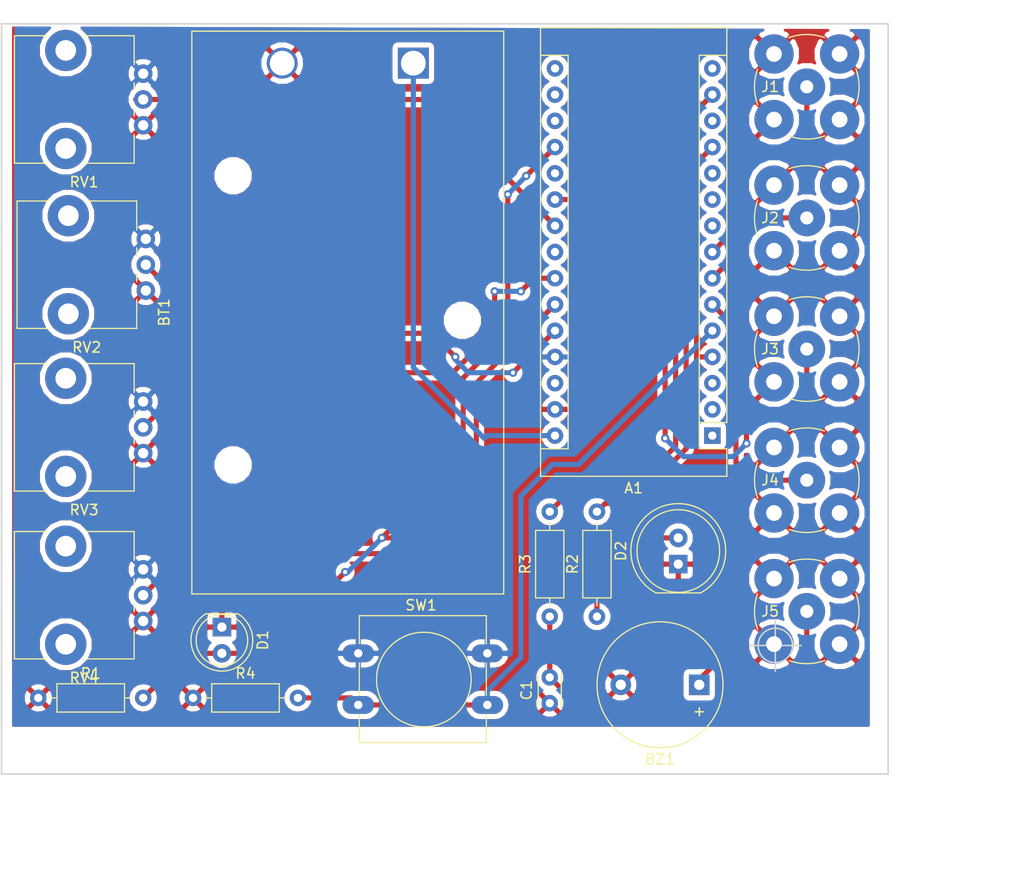
<source format=kicad_pcb>
(kicad_pcb (version 20171130) (host pcbnew 5.0.2-bee76a0~70~ubuntu18.04.1)

  (general
    (thickness 1.6)
    (drawings 10)
    (tracks 108)
    (zones 0)
    (modules 20)
    (nets 18)
  )

  (page A4)
  (layers
    (0 F.Cu signal)
    (31 B.Cu signal)
    (32 B.Adhes user)
    (33 F.Adhes user)
    (34 B.Paste user)
    (35 F.Paste user)
    (36 B.SilkS user)
    (37 F.SilkS user)
    (38 B.Mask user)
    (39 F.Mask user)
    (40 Dwgs.User user)
    (41 Cmts.User user)
    (42 Eco1.User user)
    (43 Eco2.User user)
    (44 Edge.Cuts user)
    (45 Margin user)
    (46 B.CrtYd user)
    (47 F.CrtYd user)
    (48 B.Fab user)
    (49 F.Fab user)
  )

  (setup
    (last_trace_width 0.5)
    (trace_clearance 0.2)
    (zone_clearance 0.508)
    (zone_45_only no)
    (trace_min 0.2)
    (segment_width 0.2)
    (edge_width 0.15)
    (via_size 0.8)
    (via_drill 0.4)
    (via_min_size 0.4)
    (via_min_drill 0.3)
    (uvia_size 0.3)
    (uvia_drill 0.1)
    (uvias_allowed no)
    (uvia_min_size 0.2)
    (uvia_min_drill 0.1)
    (pcb_text_width 0.3)
    (pcb_text_size 1.5 1.5)
    (mod_edge_width 0.15)
    (mod_text_size 1 1)
    (mod_text_width 0.15)
    (pad_size 1.524 1.524)
    (pad_drill 0.762)
    (pad_to_mask_clearance 0.051)
    (solder_mask_min_width 0.25)
    (aux_axis_origin 0 0)
    (visible_elements FFFFFF7F)
    (pcbplotparams
      (layerselection 0x010fc_ffffffff)
      (usegerberextensions false)
      (usegerberattributes false)
      (usegerberadvancedattributes false)
      (creategerberjobfile false)
      (excludeedgelayer true)
      (linewidth 0.100000)
      (plotframeref false)
      (viasonmask false)
      (mode 1)
      (useauxorigin false)
      (hpglpennumber 1)
      (hpglpenspeed 20)
      (hpglpendiameter 15.000000)
      (psnegative false)
      (psa4output false)
      (plotreference true)
      (plotvalue true)
      (plotinvisibletext false)
      (padsonsilk false)
      (subtractmaskfromsilk false)
      (outputformat 1)
      (mirror false)
      (drillshape 1)
      (scaleselection 1)
      (outputdirectory ""))
  )

  (net 0 "")
  (net 1 "Net-(A1-Pad19)")
  (net 2 "Net-(A1-Pad5)")
  (net 3 "Net-(A1-Pad21)")
  (net 4 "Net-(A1-Pad6)")
  (net 5 "Net-(A1-Pad22)")
  (net 6 "Net-(A1-Pad7)")
  (net 7 "Net-(A1-Pad8)")
  (net 8 "Net-(A1-Pad24)")
  (net 9 "Net-(A1-Pad25)")
  (net 10 "Net-(A1-Pad26)")
  (net 11 "Net-(A1-Pad12)")
  (net 12 "Net-(A1-Pad14)")
  (net 13 +9V)
  (net 14 GND)
  (net 15 "Net-(C1-Pad2)")
  (net 16 "Net-(D2-Pad2)")
  (net 17 +5V)

  (net_class Default "This is the default net class."
    (clearance 0.2)
    (trace_width 0.5)
    (via_dia 0.8)
    (via_drill 0.4)
    (uvia_dia 0.3)
    (uvia_drill 0.1)
    (add_net +5V)
    (add_net +9V)
    (add_net GND)
    (add_net "Net-(A1-Pad12)")
    (add_net "Net-(A1-Pad14)")
    (add_net "Net-(A1-Pad19)")
    (add_net "Net-(A1-Pad21)")
    (add_net "Net-(A1-Pad22)")
    (add_net "Net-(A1-Pad24)")
    (add_net "Net-(A1-Pad25)")
    (add_net "Net-(A1-Pad26)")
    (add_net "Net-(A1-Pad5)")
    (add_net "Net-(A1-Pad6)")
    (add_net "Net-(A1-Pad7)")
    (add_net "Net-(A1-Pad8)")
    (add_net "Net-(C1-Pad2)")
    (add_net "Net-(D2-Pad2)")
  )

  (module Battery:BatteryHolder_Eagle_12BH611-GR (layer F.Cu) (tedit 5BFC95F9) (tstamp 5CFA768B)
    (at 149.606 52.578 90)
    (descr https://eu.mouser.com/datasheet/2/209/EPD-200766-1274481.pdf)
    (tags "9V Battery Holder")
    (path /5CEAF2AA)
    (fp_text reference BT1 (at -24.13 -24.13 90) (layer F.SilkS)
      (effects (font (size 1 1) (thickness 0.15)))
    )
    (fp_text value Battery_Cell (at -24.13 11.43 270) (layer F.Fab)
      (effects (font (size 1 1) (thickness 0.15)))
    )
    (fp_line (start -51.4 -21.45) (end 3.1 -21.45) (layer F.SilkS) (width 0.12))
    (fp_line (start 3.1 -21.45) (end 3.1 8.75) (layer F.SilkS) (width 0.12))
    (fp_line (start 3.1 8.75) (end -51.4 8.75) (layer F.SilkS) (width 0.12))
    (fp_line (start -51.4 8.75) (end -51.4 -21.45) (layer F.SilkS) (width 0.12))
    (fp_text user + (at -7 0 90) (layer F.Fab)
      (effects (font (size 3 3) (thickness 0.45)))
    )
    (fp_text user - (at -7 -12.7 90) (layer F.Fab)
      (effects (font (size 3 3) (thickness 0.45)))
    )
    (fp_line (start -51.9 -21.95) (end 3.6 -21.95) (layer F.CrtYd) (width 0.05))
    (fp_line (start 3.6 -21.95) (end 3.6 9.25) (layer F.CrtYd) (width 0.05))
    (fp_line (start 3.6 9.25) (end -51.9 9.25) (layer F.CrtYd) (width 0.05))
    (fp_line (start -51.9 9.25) (end -51.9 -21.95) (layer F.CrtYd) (width 0.05))
    (fp_line (start 1.85 8.75) (end 1.85 -21.45) (layer F.Fab) (width 0.1))
    (fp_line (start -2 -21.45) (end -2 8.75) (layer F.Fab) (width 0.1))
    (fp_line (start -2 -14.75) (end -4 -14.75) (layer F.Fab) (width 0.1))
    (fp_line (start -4 -14.75) (end -4 -10.65) (layer F.Fab) (width 0.1))
    (fp_line (start -4 -10.65) (end -2 -10.65) (layer F.Fab) (width 0.1))
    (fp_line (start -2 -0.25) (end -4 -0.25) (layer F.Fab) (width 0.1))
    (fp_line (start -4 -2.55) (end -4 2.55) (layer F.Fab) (width 0.1))
    (fp_line (start -4 0.25) (end -2 0.25) (layer F.Fab) (width 0.1))
    (fp_line (start -4 -2.05) (end -2 -2.05) (layer F.Fab) (width 0.1))
    (fp_line (start -2 -2.55) (end -4 -2.55) (layer F.Fab) (width 0.1))
    (fp_line (start -4 2.55) (end -2 2.55) (layer F.Fab) (width 0.1))
    (fp_line (start -2 2.05) (end -4 2.05) (layer F.Fab) (width 0.1))
    (fp_line (start -2 -19.35) (end -27 -19.35) (layer F.Fab) (width 0.1))
    (fp_line (start -27 -19.35) (end -27 -21.45) (layer F.Fab) (width 0.1))
    (fp_line (start -2 6.65) (end -27 6.65) (layer F.Fab) (width 0.1))
    (fp_line (start -27 6.65) (end -27 8.75) (layer F.Fab) (width 0.1))
    (fp_line (start -51.4 -15.35) (end -47 -15.35) (layer F.Fab) (width 0.1))
    (fp_line (start -51.4 2.65) (end -47 2.65) (layer F.Fab) (width 0.1))
    (fp_line (start -50 2.65) (end -50 -15.35) (layer F.Fab) (width 0.1))
    (fp_line (start -49 2.65) (end -49 -15.35) (layer F.Fab) (width 0.1))
    (fp_line (start -48 2.65) (end -48 -15.35) (layer F.Fab) (width 0.1))
    (fp_line (start -47 2.65) (end -47 -15.35) (layer F.Fab) (width 0.1))
    (fp_line (start -51.4 8.75) (end -51.4 -21.45) (layer F.Fab) (width 0.1))
    (fp_line (start -51.4 -21.45) (end 3.1 -21.45) (layer F.Fab) (width 0.1))
    (fp_line (start 3.1 8.75) (end -51.4 8.75) (layer F.Fab) (width 0.1))
    (fp_line (start 3.1 -21.45) (end 3.1 8.75) (layer F.Fab) (width 0.1))
    (fp_text user %R (at -24.13 -6.35 270) (layer F.Fab)
      (effects (font (size 1 1) (thickness 0.15)))
    )
    (pad 2 thru_hole circle (at 0 -12.7 90) (size 3 3) (drill 2.4) (layers *.Cu *.Mask)
      (net 14 GND))
    (pad 1 thru_hole rect (at 0 0 90) (size 3 3) (drill 2.4) (layers *.Cu *.Mask)
      (net 13 +9V))
    (pad "" np_thru_hole circle (at -10.9 -17.45 90) (size 2.6 2.6) (drill 2.6) (layers *.Cu *.Mask))
    (pad "" np_thru_hole circle (at -38.9 -17.45 90) (size 2.6 2.6) (drill 2.6) (layers *.Cu *.Mask))
    (pad "" np_thru_hole circle (at -24.9 4.75 90) (size 2.6 2.6) (drill 2.6) (layers *.Cu *.Mask))
    (model ${KISYS3DMOD}/Battery.3dshapes/BatteryHolder_Eagle_12BH611-GR.wrl
      (at (xyz 0 0 0))
      (scale (xyz 1 1 1))
      (rotate (xyz 0 0 0))
    )
  )

  (module Module:Arduino_Nano (layer F.Cu) (tedit 58ACAF70) (tstamp 5CFA765D)
    (at 178.562 88.646 180)
    (descr "Arduino Nano, http://www.mouser.com/pdfdocs/Gravitech_Arduino_Nano3_0.pdf")
    (tags "Arduino Nano")
    (path /5CEAF1C8)
    (fp_text reference A1 (at 7.62 -5.08 180) (layer F.SilkS)
      (effects (font (size 1 1) (thickness 0.15)))
    )
    (fp_text value Arduino_Nano_v3.x (at 8.89 19.05 270) (layer F.Fab)
      (effects (font (size 1 1) (thickness 0.15)))
    )
    (fp_text user %R (at 6.35 19.05 270) (layer F.Fab)
      (effects (font (size 1 1) (thickness 0.15)))
    )
    (fp_line (start 1.27 1.27) (end 1.27 -1.27) (layer F.SilkS) (width 0.12))
    (fp_line (start 1.27 -1.27) (end -1.4 -1.27) (layer F.SilkS) (width 0.12))
    (fp_line (start -1.4 1.27) (end -1.4 39.5) (layer F.SilkS) (width 0.12))
    (fp_line (start -1.4 -3.94) (end -1.4 -1.27) (layer F.SilkS) (width 0.12))
    (fp_line (start 13.97 -1.27) (end 16.64 -1.27) (layer F.SilkS) (width 0.12))
    (fp_line (start 13.97 -1.27) (end 13.97 36.83) (layer F.SilkS) (width 0.12))
    (fp_line (start 13.97 36.83) (end 16.64 36.83) (layer F.SilkS) (width 0.12))
    (fp_line (start 1.27 1.27) (end -1.4 1.27) (layer F.SilkS) (width 0.12))
    (fp_line (start 1.27 1.27) (end 1.27 36.83) (layer F.SilkS) (width 0.12))
    (fp_line (start 1.27 36.83) (end -1.4 36.83) (layer F.SilkS) (width 0.12))
    (fp_line (start 3.81 31.75) (end 11.43 31.75) (layer F.Fab) (width 0.1))
    (fp_line (start 11.43 31.75) (end 11.43 41.91) (layer F.Fab) (width 0.1))
    (fp_line (start 11.43 41.91) (end 3.81 41.91) (layer F.Fab) (width 0.1))
    (fp_line (start 3.81 41.91) (end 3.81 31.75) (layer F.Fab) (width 0.1))
    (fp_line (start -1.4 39.5) (end 16.64 39.5) (layer F.SilkS) (width 0.12))
    (fp_line (start 16.64 39.5) (end 16.64 -3.94) (layer F.SilkS) (width 0.12))
    (fp_line (start 16.64 -3.94) (end -1.4 -3.94) (layer F.SilkS) (width 0.12))
    (fp_line (start 16.51 39.37) (end -1.27 39.37) (layer F.Fab) (width 0.1))
    (fp_line (start -1.27 39.37) (end -1.27 -2.54) (layer F.Fab) (width 0.1))
    (fp_line (start -1.27 -2.54) (end 0 -3.81) (layer F.Fab) (width 0.1))
    (fp_line (start 0 -3.81) (end 16.51 -3.81) (layer F.Fab) (width 0.1))
    (fp_line (start 16.51 -3.81) (end 16.51 39.37) (layer F.Fab) (width 0.1))
    (fp_line (start -1.53 -4.06) (end 16.75 -4.06) (layer F.CrtYd) (width 0.05))
    (fp_line (start -1.53 -4.06) (end -1.53 42.16) (layer F.CrtYd) (width 0.05))
    (fp_line (start 16.75 42.16) (end 16.75 -4.06) (layer F.CrtYd) (width 0.05))
    (fp_line (start 16.75 42.16) (end -1.53 42.16) (layer F.CrtYd) (width 0.05))
    (pad 1 thru_hole rect (at 0 0 180) (size 1.6 1.6) (drill 0.8) (layers *.Cu *.Mask))
    (pad 17 thru_hole oval (at 15.24 33.02 180) (size 1.6 1.6) (drill 0.8) (layers *.Cu *.Mask))
    (pad 2 thru_hole oval (at 0 2.54 180) (size 1.6 1.6) (drill 0.8) (layers *.Cu *.Mask))
    (pad 18 thru_hole oval (at 15.24 30.48 180) (size 1.6 1.6) (drill 0.8) (layers *.Cu *.Mask))
    (pad 3 thru_hole oval (at 0 5.08 180) (size 1.6 1.6) (drill 0.8) (layers *.Cu *.Mask))
    (pad 19 thru_hole oval (at 15.24 27.94 180) (size 1.6 1.6) (drill 0.8) (layers *.Cu *.Mask)
      (net 1 "Net-(A1-Pad19)"))
    (pad 4 thru_hole oval (at 0 7.62 180) (size 1.6 1.6) (drill 0.8) (layers *.Cu *.Mask)
      (net 14 GND))
    (pad 20 thru_hole oval (at 15.24 25.4 180) (size 1.6 1.6) (drill 0.8) (layers *.Cu *.Mask))
    (pad 5 thru_hole oval (at 0 10.16 180) (size 1.6 1.6) (drill 0.8) (layers *.Cu *.Mask)
      (net 2 "Net-(A1-Pad5)"))
    (pad 21 thru_hole oval (at 15.24 22.86 180) (size 1.6 1.6) (drill 0.8) (layers *.Cu *.Mask)
      (net 3 "Net-(A1-Pad21)"))
    (pad 6 thru_hole oval (at 0 12.7 180) (size 1.6 1.6) (drill 0.8) (layers *.Cu *.Mask)
      (net 4 "Net-(A1-Pad6)"))
    (pad 22 thru_hole oval (at 15.24 20.32 180) (size 1.6 1.6) (drill 0.8) (layers *.Cu *.Mask)
      (net 5 "Net-(A1-Pad22)"))
    (pad 7 thru_hole oval (at 0 15.24 180) (size 1.6 1.6) (drill 0.8) (layers *.Cu *.Mask)
      (net 6 "Net-(A1-Pad7)"))
    (pad 23 thru_hole oval (at 15.24 17.78 180) (size 1.6 1.6) (drill 0.8) (layers *.Cu *.Mask))
    (pad 8 thru_hole oval (at 0 17.78 180) (size 1.6 1.6) (drill 0.8) (layers *.Cu *.Mask)
      (net 7 "Net-(A1-Pad8)"))
    (pad 24 thru_hole oval (at 15.24 15.24 180) (size 1.6 1.6) (drill 0.8) (layers *.Cu *.Mask)
      (net 8 "Net-(A1-Pad24)"))
    (pad 9 thru_hole oval (at 0 20.32 180) (size 1.6 1.6) (drill 0.8) (layers *.Cu *.Mask))
    (pad 25 thru_hole oval (at 15.24 12.7 180) (size 1.6 1.6) (drill 0.8) (layers *.Cu *.Mask)
      (net 9 "Net-(A1-Pad25)"))
    (pad 10 thru_hole oval (at 0 22.86 180) (size 1.6 1.6) (drill 0.8) (layers *.Cu *.Mask))
    (pad 26 thru_hole oval (at 15.24 10.16 180) (size 1.6 1.6) (drill 0.8) (layers *.Cu *.Mask)
      (net 10 "Net-(A1-Pad26)"))
    (pad 11 thru_hole oval (at 0 25.4 180) (size 1.6 1.6) (drill 0.8) (layers *.Cu *.Mask))
    (pad 27 thru_hole oval (at 15.24 7.62 180) (size 1.6 1.6) (drill 0.8) (layers *.Cu *.Mask)
      (net 17 +5V))
    (pad 12 thru_hole oval (at 0 27.94 180) (size 1.6 1.6) (drill 0.8) (layers *.Cu *.Mask)
      (net 11 "Net-(A1-Pad12)"))
    (pad 28 thru_hole oval (at 15.24 5.08 180) (size 1.6 1.6) (drill 0.8) (layers *.Cu *.Mask))
    (pad 13 thru_hole oval (at 0 30.48 180) (size 1.6 1.6) (drill 0.8) (layers *.Cu *.Mask))
    (pad 29 thru_hole oval (at 15.24 2.54 180) (size 1.6 1.6) (drill 0.8) (layers *.Cu *.Mask)
      (net 14 GND))
    (pad 14 thru_hole oval (at 0 33.02 180) (size 1.6 1.6) (drill 0.8) (layers *.Cu *.Mask)
      (net 12 "Net-(A1-Pad14)"))
    (pad 30 thru_hole oval (at 15.24 0 180) (size 1.6 1.6) (drill 0.8) (layers *.Cu *.Mask)
      (net 13 +9V))
    (pad 15 thru_hole oval (at 0 35.56 180) (size 1.6 1.6) (drill 0.8) (layers *.Cu *.Mask))
    (pad 16 thru_hole oval (at 15.24 35.56 180) (size 1.6 1.6) (drill 0.8) (layers *.Cu *.Mask))
    (model ${KISYS3DMOD}/Module.3dshapes/Arduino_Nano_WithMountingHoles.wrl
      (at (xyz 0 0 0))
      (scale (xyz 1 1 1))
      (rotate (xyz 0 0 0))
    )
  )

  (module Buzzer_Beeper:Buzzer_12x9.5RM7.6 (layer F.Cu) (tedit 5A030281) (tstamp 5CFA7698)
    (at 177.292 112.776 180)
    (descr "Generic Buzzer, D12mm height 9.5mm with RM7.6mm")
    (tags buzzer)
    (path /5CEAF8CF)
    (fp_text reference BZ1 (at 3.8 -7.2 180) (layer F.SilkS)
      (effects (font (size 1 1) (thickness 0.15)))
    )
    (fp_text value Buzzer (at 3.8 7.4 180) (layer F.Fab)
      (effects (font (size 1 1) (thickness 0.15)))
    )
    (fp_text user + (at -0.01 -2.54 180) (layer F.Fab)
      (effects (font (size 1 1) (thickness 0.15)))
    )
    (fp_text user + (at -0.01 -2.54 180) (layer F.SilkS)
      (effects (font (size 1 1) (thickness 0.15)))
    )
    (fp_text user %R (at 3.8 -4 180) (layer F.Fab)
      (effects (font (size 1 1) (thickness 0.15)))
    )
    (fp_circle (center 3.8 0) (end 10.05 0) (layer F.CrtYd) (width 0.05))
    (fp_circle (center 3.8 0) (end 9.8 0) (layer F.Fab) (width 0.1))
    (fp_circle (center 3.8 0) (end 4.8 0) (layer F.Fab) (width 0.1))
    (fp_circle (center 3.8 0) (end 9.9 0) (layer F.SilkS) (width 0.12))
    (pad 1 thru_hole rect (at 0 0 180) (size 2 2) (drill 1) (layers *.Cu *.Mask)
      (net 4 "Net-(A1-Pad6)"))
    (pad 2 thru_hole circle (at 7.6 0 180) (size 2 2) (drill 1) (layers *.Cu *.Mask)
      (net 14 GND))
    (model ${KISYS3DMOD}/Buzzer_Beeper.3dshapes/Buzzer_12x9.5RM7.6.wrl
      (at (xyz 0 0 0))
      (scale (xyz 1 1 1))
      (rotate (xyz 0 0 0))
    )
  )

  (module Capacitor_THT:C_Disc_D3.0mm_W2.0mm_P2.50mm (layer F.Cu) (tedit 5AE50EF0) (tstamp 5CFA76AD)
    (at 162.814 114.554 90)
    (descr "C, Disc series, Radial, pin pitch=2.50mm, , diameter*width=3*2mm^2, Capacitor")
    (tags "C Disc series Radial pin pitch 2.50mm  diameter 3mm width 2mm Capacitor")
    (path /5CEB0504)
    (fp_text reference C1 (at 1.25 -2.25 90) (layer F.SilkS)
      (effects (font (size 1 1) (thickness 0.15)))
    )
    (fp_text value CAP (at 1.25 2.25 90) (layer F.Fab)
      (effects (font (size 1 1) (thickness 0.15)))
    )
    (fp_line (start -0.25 -1) (end -0.25 1) (layer F.Fab) (width 0.1))
    (fp_line (start -0.25 1) (end 2.75 1) (layer F.Fab) (width 0.1))
    (fp_line (start 2.75 1) (end 2.75 -1) (layer F.Fab) (width 0.1))
    (fp_line (start 2.75 -1) (end -0.25 -1) (layer F.Fab) (width 0.1))
    (fp_line (start -0.37 -1.12) (end 2.87 -1.12) (layer F.SilkS) (width 0.12))
    (fp_line (start -0.37 1.12) (end 2.87 1.12) (layer F.SilkS) (width 0.12))
    (fp_line (start -0.37 -1.12) (end -0.37 -1.055) (layer F.SilkS) (width 0.12))
    (fp_line (start -0.37 1.055) (end -0.37 1.12) (layer F.SilkS) (width 0.12))
    (fp_line (start 2.87 -1.12) (end 2.87 -1.055) (layer F.SilkS) (width 0.12))
    (fp_line (start 2.87 1.055) (end 2.87 1.12) (layer F.SilkS) (width 0.12))
    (fp_line (start -1.05 -1.25) (end -1.05 1.25) (layer F.CrtYd) (width 0.05))
    (fp_line (start -1.05 1.25) (end 3.55 1.25) (layer F.CrtYd) (width 0.05))
    (fp_line (start 3.55 1.25) (end 3.55 -1.25) (layer F.CrtYd) (width 0.05))
    (fp_line (start 3.55 -1.25) (end -1.05 -1.25) (layer F.CrtYd) (width 0.05))
    (fp_text user %R (at 1.25 0 90) (layer F.Fab)
      (effects (font (size 0.6 0.6) (thickness 0.09)))
    )
    (pad 1 thru_hole circle (at 0 0 90) (size 1.6 1.6) (drill 0.8) (layers *.Cu *.Mask)
      (net 14 GND))
    (pad 2 thru_hole circle (at 2.5 0 90) (size 1.6 1.6) (drill 0.8) (layers *.Cu *.Mask)
      (net 15 "Net-(C1-Pad2)"))
    (model ${KISYS3DMOD}/Capacitor_THT.3dshapes/C_Disc_D3.0mm_W2.0mm_P2.50mm.wrl
      (at (xyz 0 0 0))
      (scale (xyz 1 1 1))
      (rotate (xyz 0 0 0))
    )
  )

  (module LED_THT:LED_D8.0mm (layer F.Cu) (tedit 587A3A7B) (tstamp 5CFA76D2)
    (at 175.26 101.092 90)
    (descr "LED, diameter 8.0mm, 2 pins, http://cdn-reichelt.de/documents/datenblatt/A500/LED8MMGE_LED8MMGN_LED8MMRT%23KIN.pdf")
    (tags "LED diameter 8.0mm 2 pins")
    (path /5CEAF6DF)
    (fp_text reference D2 (at 1.27 -5.56 90) (layer F.SilkS)
      (effects (font (size 1 1) (thickness 0.15)))
    )
    (fp_text value LED (at 1.27 5.56 90) (layer F.Fab)
      (effects (font (size 1 1) (thickness 0.15)))
    )
    (fp_arc (start 1.27 0) (end -2.73 -2.061553) (angle 305.5) (layer F.Fab) (width 0.1))
    (fp_arc (start 1.27 0) (end -2.79 -2.141145) (angle 152.2) (layer F.SilkS) (width 0.12))
    (fp_arc (start 1.27 0) (end -2.79 2.141145) (angle -152.2) (layer F.SilkS) (width 0.12))
    (fp_circle (center 1.27 0) (end 5.27 0) (layer F.Fab) (width 0.1))
    (fp_circle (center 1.27 0) (end 5.27 0) (layer F.SilkS) (width 0.12))
    (fp_line (start -2.73 -2.061553) (end -2.73 2.061553) (layer F.Fab) (width 0.1))
    (fp_line (start -2.79 -2.142) (end -2.79 2.142) (layer F.SilkS) (width 0.12))
    (fp_line (start -3.55 -4.85) (end -3.55 4.85) (layer F.CrtYd) (width 0.05))
    (fp_line (start -3.55 4.85) (end 6.1 4.85) (layer F.CrtYd) (width 0.05))
    (fp_line (start 6.1 4.85) (end 6.1 -4.85) (layer F.CrtYd) (width 0.05))
    (fp_line (start 6.1 -4.85) (end -3.55 -4.85) (layer F.CrtYd) (width 0.05))
    (pad 1 thru_hole rect (at 0 0 90) (size 1.8 1.8) (drill 0.9) (layers *.Cu *.Mask)
      (net 14 GND))
    (pad 2 thru_hole circle (at 2.54 0 90) (size 1.8 1.8) (drill 0.9) (layers *.Cu *.Mask)
      (net 16 "Net-(D2-Pad2)"))
    (model ${KISYS3DMOD}/LED_THT.3dshapes/LED_D8.0mm.wrl
      (at (xyz 0 0 0))
      (scale (xyz 1 1 1))
      (rotate (xyz 0 0 0))
    )
  )

  (module Connector_Coaxial:BNC_TEConnectivity_1478204_Vertical (layer F.Cu) (tedit 5A1DBFC1) (tstamp 5CFA76E5)
    (at 187.706 54.864)
    (descr "BNC female PCB mount 4 pin straight chassis connector http://www.te.com/usa-en/product-1-1478204-0.html")
    (tags "BNC female PCB mount 4 pin straight chassis connector ")
    (path /5CEB038C)
    (fp_text reference J1 (at -3.556 0) (layer F.SilkS)
      (effects (font (size 1 1) (thickness 0.15)))
    )
    (fp_text value D_IN1 (at 0 6.5) (layer F.Fab)
      (effects (font (size 1 1) (thickness 0.15)))
    )
    (fp_text user %R (at 0 0) (layer F.Fab)
      (effects (font (size 1 1) (thickness 0.15)))
    )
    (fp_line (start 5.5 -5.5) (end 5.5 5.5) (layer F.CrtYd) (width 0.05))
    (fp_line (start 5.5 5.5) (end -5.5 5.5) (layer F.CrtYd) (width 0.05))
    (fp_line (start -5.5 5.5) (end -5.5 -5.5) (layer F.CrtYd) (width 0.05))
    (fp_line (start -5.5 -5.5) (end 5.5 -5.5) (layer F.CrtYd) (width 0.05))
    (fp_circle (center 0 0) (end 4.8 0) (layer F.Fab) (width 0.1))
    (fp_arc (start 0 0) (end -4.75 1.75) (angle 40) (layer F.SilkS) (width 0.12))
    (fp_arc (start 0 0) (end 1.75 4.75) (angle 40) (layer F.SilkS) (width 0.12))
    (fp_arc (start 0 0) (end 4.75 -1.75) (angle 40) (layer F.SilkS) (width 0.12))
    (fp_arc (start 0 0) (end -1.75 -4.75) (angle 40) (layer F.SilkS) (width 0.12))
    (pad 2 thru_hole circle (at -3.175 -3.175) (size 3.81 3.81) (drill 1.524) (layers *.Cu *.Mask)
      (net 14 GND))
    (pad 1 thru_hole circle (at 0 0) (size 3.556 3.556) (drill 1.27) (layers *.Cu *.Mask)
      (net 7 "Net-(A1-Pad8)"))
    (pad 2 thru_hole circle (at 3.175 -3.175) (size 3.81 3.81) (drill 1.524) (layers *.Cu *.Mask)
      (net 14 GND))
    (pad 2 thru_hole circle (at -3.175 3.175) (size 3.81 3.81) (drill 1.524) (layers *.Cu *.Mask)
      (net 14 GND))
    (pad 2 thru_hole circle (at 3.175 3.175) (size 3.81 3.81) (drill 1.524) (layers *.Cu *.Mask)
      (net 14 GND))
    (model ${KISYS3DMOD}/Connector_Coaxial.3dshapes/BNC_TEConnectivity_1478204_Vertical.wrl
      (at (xyz 0 0 0))
      (scale (xyz 1 1 1))
      (rotate (xyz 0 0 0))
    )
  )

  (module Connector_Coaxial:BNC_TEConnectivity_1478204_Vertical (layer F.Cu) (tedit 5A1DBFC1) (tstamp 5CFA76F8)
    (at 187.706 67.564)
    (descr "BNC female PCB mount 4 pin straight chassis connector http://www.te.com/usa-en/product-1-1478204-0.html")
    (tags "BNC female PCB mount 4 pin straight chassis connector ")
    (path /5CEB03E0)
    (fp_text reference J2 (at -3.556 0) (layer F.SilkS)
      (effects (font (size 1 1) (thickness 0.15)))
    )
    (fp_text value D_IN2 (at 0 6.5) (layer F.Fab)
      (effects (font (size 1 1) (thickness 0.15)))
    )
    (fp_arc (start 0 0) (end -1.75 -4.75) (angle 40) (layer F.SilkS) (width 0.12))
    (fp_arc (start 0 0) (end 4.75 -1.75) (angle 40) (layer F.SilkS) (width 0.12))
    (fp_arc (start 0 0) (end 1.75 4.75) (angle 40) (layer F.SilkS) (width 0.12))
    (fp_arc (start 0 0) (end -4.75 1.75) (angle 40) (layer F.SilkS) (width 0.12))
    (fp_circle (center 0 0) (end 4.8 0) (layer F.Fab) (width 0.1))
    (fp_line (start -5.5 -5.5) (end 5.5 -5.5) (layer F.CrtYd) (width 0.05))
    (fp_line (start -5.5 5.5) (end -5.5 -5.5) (layer F.CrtYd) (width 0.05))
    (fp_line (start 5.5 5.5) (end -5.5 5.5) (layer F.CrtYd) (width 0.05))
    (fp_line (start 5.5 -5.5) (end 5.5 5.5) (layer F.CrtYd) (width 0.05))
    (fp_text user %R (at 0 0) (layer F.Fab)
      (effects (font (size 1 1) (thickness 0.15)))
    )
    (pad 2 thru_hole circle (at 3.175 3.175) (size 3.81 3.81) (drill 1.524) (layers *.Cu *.Mask)
      (net 14 GND))
    (pad 2 thru_hole circle (at -3.175 3.175) (size 3.81 3.81) (drill 1.524) (layers *.Cu *.Mask)
      (net 14 GND))
    (pad 2 thru_hole circle (at 3.175 -3.175) (size 3.81 3.81) (drill 1.524) (layers *.Cu *.Mask)
      (net 14 GND))
    (pad 1 thru_hole circle (at 0 0) (size 3.556 3.556) (drill 1.27) (layers *.Cu *.Mask)
      (net 6 "Net-(A1-Pad7)"))
    (pad 2 thru_hole circle (at -3.175 -3.175) (size 3.81 3.81) (drill 1.524) (layers *.Cu *.Mask)
      (net 14 GND))
    (model ${KISYS3DMOD}/Connector_Coaxial.3dshapes/BNC_TEConnectivity_1478204_Vertical.wrl
      (at (xyz 0 0 0))
      (scale (xyz 1 1 1))
      (rotate (xyz 0 0 0))
    )
  )

  (module Connector_Coaxial:BNC_TEConnectivity_1478204_Vertical (layer F.Cu) (tedit 5A1DBFC1) (tstamp 5CFA770B)
    (at 187.706 80.264)
    (descr "BNC female PCB mount 4 pin straight chassis connector http://www.te.com/usa-en/product-1-1478204-0.html")
    (tags "BNC female PCB mount 4 pin straight chassis connector ")
    (path /5CEB049E)
    (fp_text reference J3 (at -3.556 0) (layer F.SilkS)
      (effects (font (size 1 1) (thickness 0.15)))
    )
    (fp_text value A_IN (at 0 6.5) (layer F.Fab)
      (effects (font (size 1 1) (thickness 0.15)))
    )
    (fp_text user %R (at 0 0) (layer F.Fab)
      (effects (font (size 1 1) (thickness 0.15)))
    )
    (fp_line (start 5.5 -5.5) (end 5.5 5.5) (layer F.CrtYd) (width 0.05))
    (fp_line (start 5.5 5.5) (end -5.5 5.5) (layer F.CrtYd) (width 0.05))
    (fp_line (start -5.5 5.5) (end -5.5 -5.5) (layer F.CrtYd) (width 0.05))
    (fp_line (start -5.5 -5.5) (end 5.5 -5.5) (layer F.CrtYd) (width 0.05))
    (fp_circle (center 0 0) (end 4.8 0) (layer F.Fab) (width 0.1))
    (fp_arc (start 0 0) (end -4.75 1.75) (angle 40) (layer F.SilkS) (width 0.12))
    (fp_arc (start 0 0) (end 1.75 4.75) (angle 40) (layer F.SilkS) (width 0.12))
    (fp_arc (start 0 0) (end 4.75 -1.75) (angle 40) (layer F.SilkS) (width 0.12))
    (fp_arc (start 0 0) (end -1.75 -4.75) (angle 40) (layer F.SilkS) (width 0.12))
    (pad 2 thru_hole circle (at -3.175 -3.175) (size 3.81 3.81) (drill 1.524) (layers *.Cu *.Mask)
      (net 14 GND))
    (pad 1 thru_hole circle (at 0 0) (size 3.556 3.556) (drill 1.27) (layers *.Cu *.Mask)
      (net 3 "Net-(A1-Pad21)"))
    (pad 2 thru_hole circle (at 3.175 -3.175) (size 3.81 3.81) (drill 1.524) (layers *.Cu *.Mask)
      (net 14 GND))
    (pad 2 thru_hole circle (at -3.175 3.175) (size 3.81 3.81) (drill 1.524) (layers *.Cu *.Mask)
      (net 14 GND))
    (pad 2 thru_hole circle (at 3.175 3.175) (size 3.81 3.81) (drill 1.524) (layers *.Cu *.Mask)
      (net 14 GND))
    (model ${KISYS3DMOD}/Connector_Coaxial.3dshapes/BNC_TEConnectivity_1478204_Vertical.wrl
      (at (xyz 0 0 0))
      (scale (xyz 1 1 1))
      (rotate (xyz 0 0 0))
    )
  )

  (module Connector_Coaxial:BNC_TEConnectivity_1478204_Vertical (layer F.Cu) (tedit 5A1DBFC1) (tstamp 5CFA771E)
    (at 187.706 92.964)
    (descr "BNC female PCB mount 4 pin straight chassis connector http://www.te.com/usa-en/product-1-1478204-0.html")
    (tags "BNC female PCB mount 4 pin straight chassis connector ")
    (path /5CEB0420)
    (fp_text reference J4 (at -3.556 0) (layer F.SilkS)
      (effects (font (size 1 1) (thickness 0.15)))
    )
    (fp_text value D_OUT (at 0 6.5) (layer F.Fab)
      (effects (font (size 1 1) (thickness 0.15)))
    )
    (fp_text user %R (at 0 0) (layer F.Fab)
      (effects (font (size 1 1) (thickness 0.15)))
    )
    (fp_line (start 5.5 -5.5) (end 5.5 5.5) (layer F.CrtYd) (width 0.05))
    (fp_line (start 5.5 5.5) (end -5.5 5.5) (layer F.CrtYd) (width 0.05))
    (fp_line (start -5.5 5.5) (end -5.5 -5.5) (layer F.CrtYd) (width 0.05))
    (fp_line (start -5.5 -5.5) (end 5.5 -5.5) (layer F.CrtYd) (width 0.05))
    (fp_circle (center 0 0) (end 4.8 0) (layer F.Fab) (width 0.1))
    (fp_arc (start 0 0) (end -4.75 1.75) (angle 40) (layer F.SilkS) (width 0.12))
    (fp_arc (start 0 0) (end 1.75 4.75) (angle 40) (layer F.SilkS) (width 0.12))
    (fp_arc (start 0 0) (end 4.75 -1.75) (angle 40) (layer F.SilkS) (width 0.12))
    (fp_arc (start 0 0) (end -1.75 -4.75) (angle 40) (layer F.SilkS) (width 0.12))
    (pad 2 thru_hole circle (at -3.175 -3.175) (size 3.81 3.81) (drill 1.524) (layers *.Cu *.Mask)
      (net 14 GND))
    (pad 1 thru_hole circle (at 0 0) (size 3.556 3.556) (drill 1.27) (layers *.Cu *.Mask)
      (net 4 "Net-(A1-Pad6)"))
    (pad 2 thru_hole circle (at 3.175 -3.175) (size 3.81 3.81) (drill 1.524) (layers *.Cu *.Mask)
      (net 14 GND))
    (pad 2 thru_hole circle (at -3.175 3.175) (size 3.81 3.81) (drill 1.524) (layers *.Cu *.Mask)
      (net 14 GND))
    (pad 2 thru_hole circle (at 3.175 3.175) (size 3.81 3.81) (drill 1.524) (layers *.Cu *.Mask)
      (net 14 GND))
    (model ${KISYS3DMOD}/Connector_Coaxial.3dshapes/BNC_TEConnectivity_1478204_Vertical.wrl
      (at (xyz 0 0 0))
      (scale (xyz 1 1 1))
      (rotate (xyz 0 0 0))
    )
  )

  (module Connector_Coaxial:BNC_TEConnectivity_1478204_Vertical (layer F.Cu) (tedit 5A1DBFC1) (tstamp 5CFA7731)
    (at 187.706 105.664)
    (descr "BNC female PCB mount 4 pin straight chassis connector http://www.te.com/usa-en/product-1-1478204-0.html")
    (tags "BNC female PCB mount 4 pin straight chassis connector ")
    (path /5CEB045C)
    (fp_text reference J5 (at -3.556 0) (layer F.SilkS)
      (effects (font (size 1 1) (thickness 0.15)))
    )
    (fp_text value A_OUT (at 0 6.5) (layer F.Fab)
      (effects (font (size 1 1) (thickness 0.15)))
    )
    (fp_arc (start 0 0) (end -1.75 -4.75) (angle 40) (layer F.SilkS) (width 0.12))
    (fp_arc (start 0 0) (end 4.75 -1.75) (angle 40) (layer F.SilkS) (width 0.12))
    (fp_arc (start 0 0) (end 1.75 4.75) (angle 40) (layer F.SilkS) (width 0.12))
    (fp_arc (start 0 0) (end -4.75 1.75) (angle 40) (layer F.SilkS) (width 0.12))
    (fp_circle (center 0 0) (end 4.8 0) (layer F.Fab) (width 0.1))
    (fp_line (start -5.5 -5.5) (end 5.5 -5.5) (layer F.CrtYd) (width 0.05))
    (fp_line (start -5.5 5.5) (end -5.5 -5.5) (layer F.CrtYd) (width 0.05))
    (fp_line (start 5.5 5.5) (end -5.5 5.5) (layer F.CrtYd) (width 0.05))
    (fp_line (start 5.5 -5.5) (end 5.5 5.5) (layer F.CrtYd) (width 0.05))
    (fp_text user %R (at 0 0) (layer F.Fab)
      (effects (font (size 1 1) (thickness 0.15)))
    )
    (pad 2 thru_hole circle (at 3.175 3.175) (size 3.81 3.81) (drill 1.524) (layers *.Cu *.Mask)
      (net 14 GND))
    (pad 2 thru_hole circle (at -3.175 3.175) (size 3.81 3.81) (drill 1.524) (layers *.Cu *.Mask)
      (net 14 GND))
    (pad 2 thru_hole circle (at 3.175 -3.175) (size 3.81 3.81) (drill 1.524) (layers *.Cu *.Mask)
      (net 14 GND))
    (pad 1 thru_hole circle (at 0 0) (size 3.556 3.556) (drill 1.27) (layers *.Cu *.Mask)
      (net 15 "Net-(C1-Pad2)"))
    (pad 2 thru_hole circle (at -3.175 -3.175) (size 3.81 3.81) (drill 1.524) (layers *.Cu *.Mask)
      (net 14 GND))
    (model ${KISYS3DMOD}/Connector_Coaxial.3dshapes/BNC_TEConnectivity_1478204_Vertical.wrl
      (at (xyz 0 0 0))
      (scale (xyz 1 1 1))
      (rotate (xyz 0 0 0))
    )
  )

  (module Potentiometer_THT:Potentiometer_Alps_RK09L_Single_Vertical (layer F.Cu) (tedit 5A3D4993) (tstamp 5CFA77A9)
    (at 123.444 53.594 180)
    (descr "Potentiometer, vertical, Alps RK09L Single, http://www.alps.com/prod/info/E/HTML/Potentiometer/RotaryPotentiometers/RK09L/RK09L_list.html")
    (tags "Potentiometer vertical Alps RK09L Single")
    (path /5CEAF58E)
    (fp_text reference RV1 (at 5.725 -10.5 180) (layer F.SilkS)
      (effects (font (size 1 1) (thickness 0.15)))
    )
    (fp_text value "Dial 1" (at 5.725 5.5 180) (layer F.Fab)
      (effects (font (size 1 1) (thickness 0.15)))
    )
    (fp_circle (center 7.5 -2.5) (end 10.5 -2.5) (layer F.Fab) (width 0.1))
    (fp_line (start 1 -8.55) (end 1 3.55) (layer F.Fab) (width 0.1))
    (fp_line (start 1 3.55) (end 12.35 3.55) (layer F.Fab) (width 0.1))
    (fp_line (start 12.35 3.55) (end 12.35 -8.55) (layer F.Fab) (width 0.1))
    (fp_line (start 12.35 -8.55) (end 1 -8.55) (layer F.Fab) (width 0.1))
    (fp_line (start 0.88 -8.67) (end 5.546 -8.67) (layer F.SilkS) (width 0.12))
    (fp_line (start 9.455 -8.67) (end 12.47 -8.67) (layer F.SilkS) (width 0.12))
    (fp_line (start 0.88 3.67) (end 5.546 3.67) (layer F.SilkS) (width 0.12))
    (fp_line (start 9.455 3.67) (end 12.47 3.67) (layer F.SilkS) (width 0.12))
    (fp_line (start 0.88 -8.67) (end 0.88 -5.871) (layer F.SilkS) (width 0.12))
    (fp_line (start 0.88 -4.129) (end 0.88 -3.37) (layer F.SilkS) (width 0.12))
    (fp_line (start 0.88 -1.629) (end 0.88 -0.87) (layer F.SilkS) (width 0.12))
    (fp_line (start 0.88 0.87) (end 0.88 3.67) (layer F.SilkS) (width 0.12))
    (fp_line (start 12.47 -8.67) (end 12.47 3.67) (layer F.SilkS) (width 0.12))
    (fp_line (start -1.15 -9.5) (end -1.15 4.5) (layer F.CrtYd) (width 0.05))
    (fp_line (start -1.15 4.5) (end 12.6 4.5) (layer F.CrtYd) (width 0.05))
    (fp_line (start 12.6 4.5) (end 12.6 -9.5) (layer F.CrtYd) (width 0.05))
    (fp_line (start 12.6 -9.5) (end -1.15 -9.5) (layer F.CrtYd) (width 0.05))
    (fp_text user %R (at 2 -2.5 270) (layer F.Fab)
      (effects (font (size 1 1) (thickness 0.15)))
    )
    (pad 3 thru_hole circle (at 0 -5 180) (size 1.8 1.8) (drill 1) (layers *.Cu *.Mask)
      (net 14 GND))
    (pad 2 thru_hole circle (at 0 -2.5 180) (size 1.8 1.8) (drill 1) (layers *.Cu *.Mask)
      (net 5 "Net-(A1-Pad22)"))
    (pad 1 thru_hole circle (at 0 0 180) (size 1.8 1.8) (drill 1) (layers *.Cu *.Mask)
      (net 17 +5V))
    (pad "" np_thru_hole circle (at 7.5 -7.25 180) (size 4 4) (drill 2) (layers *.Cu *.Mask))
    (pad "" np_thru_hole circle (at 7.5 2.25 180) (size 4 4) (drill 2) (layers *.Cu *.Mask))
    (model ${KISYS3DMOD}/Potentiometer_THT.3dshapes/Potentiometer_Alps_RK09L_Single_Vertical.wrl
      (at (xyz 0 0 0))
      (scale (xyz 1 1 1))
      (rotate (xyz 0 0 0))
    )
  )

  (module Potentiometer_THT:Potentiometer_Alps_RK09L_Single_Vertical (layer F.Cu) (tedit 5A3D4993) (tstamp 5CFA77C5)
    (at 123.698 69.596 180)
    (descr "Potentiometer, vertical, Alps RK09L Single, http://www.alps.com/prod/info/E/HTML/Potentiometer/RotaryPotentiometers/RK09L/RK09L_list.html")
    (tags "Potentiometer vertical Alps RK09L Single")
    (path /5CEAF60C)
    (fp_text reference RV2 (at 5.725 -10.5 180) (layer F.SilkS)
      (effects (font (size 1 1) (thickness 0.15)))
    )
    (fp_text value "Dial 2" (at 5.725 5.5 180) (layer F.Fab)
      (effects (font (size 1 1) (thickness 0.15)))
    )
    (fp_text user %R (at 2 -2.5 270) (layer F.Fab)
      (effects (font (size 1 1) (thickness 0.15)))
    )
    (fp_line (start 12.6 -9.5) (end -1.15 -9.5) (layer F.CrtYd) (width 0.05))
    (fp_line (start 12.6 4.5) (end 12.6 -9.5) (layer F.CrtYd) (width 0.05))
    (fp_line (start -1.15 4.5) (end 12.6 4.5) (layer F.CrtYd) (width 0.05))
    (fp_line (start -1.15 -9.5) (end -1.15 4.5) (layer F.CrtYd) (width 0.05))
    (fp_line (start 12.47 -8.67) (end 12.47 3.67) (layer F.SilkS) (width 0.12))
    (fp_line (start 0.88 0.87) (end 0.88 3.67) (layer F.SilkS) (width 0.12))
    (fp_line (start 0.88 -1.629) (end 0.88 -0.87) (layer F.SilkS) (width 0.12))
    (fp_line (start 0.88 -4.129) (end 0.88 -3.37) (layer F.SilkS) (width 0.12))
    (fp_line (start 0.88 -8.67) (end 0.88 -5.871) (layer F.SilkS) (width 0.12))
    (fp_line (start 9.455 3.67) (end 12.47 3.67) (layer F.SilkS) (width 0.12))
    (fp_line (start 0.88 3.67) (end 5.546 3.67) (layer F.SilkS) (width 0.12))
    (fp_line (start 9.455 -8.67) (end 12.47 -8.67) (layer F.SilkS) (width 0.12))
    (fp_line (start 0.88 -8.67) (end 5.546 -8.67) (layer F.SilkS) (width 0.12))
    (fp_line (start 12.35 -8.55) (end 1 -8.55) (layer F.Fab) (width 0.1))
    (fp_line (start 12.35 3.55) (end 12.35 -8.55) (layer F.Fab) (width 0.1))
    (fp_line (start 1 3.55) (end 12.35 3.55) (layer F.Fab) (width 0.1))
    (fp_line (start 1 -8.55) (end 1 3.55) (layer F.Fab) (width 0.1))
    (fp_circle (center 7.5 -2.5) (end 10.5 -2.5) (layer F.Fab) (width 0.1))
    (pad "" np_thru_hole circle (at 7.5 2.25 180) (size 4 4) (drill 2) (layers *.Cu *.Mask))
    (pad "" np_thru_hole circle (at 7.5 -7.25 180) (size 4 4) (drill 2) (layers *.Cu *.Mask))
    (pad 1 thru_hole circle (at 0 0 180) (size 1.8 1.8) (drill 1) (layers *.Cu *.Mask)
      (net 17 +5V))
    (pad 2 thru_hole circle (at 0 -2.5 180) (size 1.8 1.8) (drill 1) (layers *.Cu *.Mask)
      (net 10 "Net-(A1-Pad26)"))
    (pad 3 thru_hole circle (at 0 -5 180) (size 1.8 1.8) (drill 1) (layers *.Cu *.Mask)
      (net 14 GND))
    (model ${KISYS3DMOD}/Potentiometer_THT.3dshapes/Potentiometer_Alps_RK09L_Single_Vertical.wrl
      (at (xyz 0 0 0))
      (scale (xyz 1 1 1))
      (rotate (xyz 0 0 0))
    )
  )

  (module Potentiometer_THT:Potentiometer_Alps_RK09L_Single_Vertical (layer F.Cu) (tedit 5A3D4993) (tstamp 5CFA77E1)
    (at 123.444 85.344 180)
    (descr "Potentiometer, vertical, Alps RK09L Single, http://www.alps.com/prod/info/E/HTML/Potentiometer/RotaryPotentiometers/RK09L/RK09L_list.html")
    (tags "Potentiometer vertical Alps RK09L Single")
    (path /5CEAF638)
    (fp_text reference RV3 (at 5.725 -10.5 180) (layer F.SilkS)
      (effects (font (size 1 1) (thickness 0.15)))
    )
    (fp_text value "Dial 3" (at 5.725 5.5 180) (layer F.Fab)
      (effects (font (size 1 1) (thickness 0.15)))
    )
    (fp_circle (center 7.5 -2.5) (end 10.5 -2.5) (layer F.Fab) (width 0.1))
    (fp_line (start 1 -8.55) (end 1 3.55) (layer F.Fab) (width 0.1))
    (fp_line (start 1 3.55) (end 12.35 3.55) (layer F.Fab) (width 0.1))
    (fp_line (start 12.35 3.55) (end 12.35 -8.55) (layer F.Fab) (width 0.1))
    (fp_line (start 12.35 -8.55) (end 1 -8.55) (layer F.Fab) (width 0.1))
    (fp_line (start 0.88 -8.67) (end 5.546 -8.67) (layer F.SilkS) (width 0.12))
    (fp_line (start 9.455 -8.67) (end 12.47 -8.67) (layer F.SilkS) (width 0.12))
    (fp_line (start 0.88 3.67) (end 5.546 3.67) (layer F.SilkS) (width 0.12))
    (fp_line (start 9.455 3.67) (end 12.47 3.67) (layer F.SilkS) (width 0.12))
    (fp_line (start 0.88 -8.67) (end 0.88 -5.871) (layer F.SilkS) (width 0.12))
    (fp_line (start 0.88 -4.129) (end 0.88 -3.37) (layer F.SilkS) (width 0.12))
    (fp_line (start 0.88 -1.629) (end 0.88 -0.87) (layer F.SilkS) (width 0.12))
    (fp_line (start 0.88 0.87) (end 0.88 3.67) (layer F.SilkS) (width 0.12))
    (fp_line (start 12.47 -8.67) (end 12.47 3.67) (layer F.SilkS) (width 0.12))
    (fp_line (start -1.15 -9.5) (end -1.15 4.5) (layer F.CrtYd) (width 0.05))
    (fp_line (start -1.15 4.5) (end 12.6 4.5) (layer F.CrtYd) (width 0.05))
    (fp_line (start 12.6 4.5) (end 12.6 -9.5) (layer F.CrtYd) (width 0.05))
    (fp_line (start 12.6 -9.5) (end -1.15 -9.5) (layer F.CrtYd) (width 0.05))
    (fp_text user %R (at 2 -2.5 270) (layer F.Fab)
      (effects (font (size 1 1) (thickness 0.15)))
    )
    (pad 3 thru_hole circle (at 0 -5 180) (size 1.8 1.8) (drill 1) (layers *.Cu *.Mask)
      (net 14 GND))
    (pad 2 thru_hole circle (at 0 -2.5 180) (size 1.8 1.8) (drill 1) (layers *.Cu *.Mask)
      (net 8 "Net-(A1-Pad24)"))
    (pad 1 thru_hole circle (at 0 0 180) (size 1.8 1.8) (drill 1) (layers *.Cu *.Mask)
      (net 17 +5V))
    (pad "" np_thru_hole circle (at 7.5 -7.25 180) (size 4 4) (drill 2) (layers *.Cu *.Mask))
    (pad "" np_thru_hole circle (at 7.5 2.25 180) (size 4 4) (drill 2) (layers *.Cu *.Mask))
    (model ${KISYS3DMOD}/Potentiometer_THT.3dshapes/Potentiometer_Alps_RK09L_Single_Vertical.wrl
      (at (xyz 0 0 0))
      (scale (xyz 1 1 1))
      (rotate (xyz 0 0 0))
    )
  )

  (module Potentiometer_THT:Potentiometer_Alps_RK09L_Single_Vertical (layer F.Cu) (tedit 5A3D4993) (tstamp 5CFA77FD)
    (at 123.444 101.6 180)
    (descr "Potentiometer, vertical, Alps RK09L Single, http://www.alps.com/prod/info/E/HTML/Potentiometer/RotaryPotentiometers/RK09L/RK09L_list.html")
    (tags "Potentiometer vertical Alps RK09L Single")
    (path /5CEAF65E)
    (fp_text reference RV4 (at 5.725 -10.5 180) (layer F.SilkS)
      (effects (font (size 1 1) (thickness 0.15)))
    )
    (fp_text value "Dial 4" (at 5.725 5.5 180) (layer F.Fab)
      (effects (font (size 1 1) (thickness 0.15)))
    )
    (fp_text user %R (at 2 -2.5 270) (layer F.Fab)
      (effects (font (size 1 1) (thickness 0.15)))
    )
    (fp_line (start 12.6 -9.5) (end -1.15 -9.5) (layer F.CrtYd) (width 0.05))
    (fp_line (start 12.6 4.5) (end 12.6 -9.5) (layer F.CrtYd) (width 0.05))
    (fp_line (start -1.15 4.5) (end 12.6 4.5) (layer F.CrtYd) (width 0.05))
    (fp_line (start -1.15 -9.5) (end -1.15 4.5) (layer F.CrtYd) (width 0.05))
    (fp_line (start 12.47 -8.67) (end 12.47 3.67) (layer F.SilkS) (width 0.12))
    (fp_line (start 0.88 0.87) (end 0.88 3.67) (layer F.SilkS) (width 0.12))
    (fp_line (start 0.88 -1.629) (end 0.88 -0.87) (layer F.SilkS) (width 0.12))
    (fp_line (start 0.88 -4.129) (end 0.88 -3.37) (layer F.SilkS) (width 0.12))
    (fp_line (start 0.88 -8.67) (end 0.88 -5.871) (layer F.SilkS) (width 0.12))
    (fp_line (start 9.455 3.67) (end 12.47 3.67) (layer F.SilkS) (width 0.12))
    (fp_line (start 0.88 3.67) (end 5.546 3.67) (layer F.SilkS) (width 0.12))
    (fp_line (start 9.455 -8.67) (end 12.47 -8.67) (layer F.SilkS) (width 0.12))
    (fp_line (start 0.88 -8.67) (end 5.546 -8.67) (layer F.SilkS) (width 0.12))
    (fp_line (start 12.35 -8.55) (end 1 -8.55) (layer F.Fab) (width 0.1))
    (fp_line (start 12.35 3.55) (end 12.35 -8.55) (layer F.Fab) (width 0.1))
    (fp_line (start 1 3.55) (end 12.35 3.55) (layer F.Fab) (width 0.1))
    (fp_line (start 1 -8.55) (end 1 3.55) (layer F.Fab) (width 0.1))
    (fp_circle (center 7.5 -2.5) (end 10.5 -2.5) (layer F.Fab) (width 0.1))
    (pad "" np_thru_hole circle (at 7.5 2.25 180) (size 4 4) (drill 2) (layers *.Cu *.Mask))
    (pad "" np_thru_hole circle (at 7.5 -7.25 180) (size 4 4) (drill 2) (layers *.Cu *.Mask))
    (pad 1 thru_hole circle (at 0 0 180) (size 1.8 1.8) (drill 1) (layers *.Cu *.Mask)
      (net 17 +5V))
    (pad 2 thru_hole circle (at 0 -2.5 180) (size 1.8 1.8) (drill 1) (layers *.Cu *.Mask)
      (net 9 "Net-(A1-Pad25)"))
    (pad 3 thru_hole circle (at 0 -5 180) (size 1.8 1.8) (drill 1) (layers *.Cu *.Mask)
      (net 14 GND))
    (model ${KISYS3DMOD}/Potentiometer_THT.3dshapes/Potentiometer_Alps_RK09L_Single_Vertical.wrl
      (at (xyz 0 0 0))
      (scale (xyz 1 1 1))
      (rotate (xyz 0 0 0))
    )
  )

  (module Button_Switch_THT:SW_PUSH-12mm (layer F.Cu) (tedit 5A02FE31) (tstamp 5CFA7817)
    (at 144.272 109.728)
    (descr "SW PUSH 12mm https://www.e-switch.com/system/asset/product_line/data_sheet/143/TL1100.pdf")
    (tags "tact sw push 12mm")
    (path /5CEAFDBF)
    (fp_text reference SW1 (at 6.08 -4.66) (layer F.SilkS)
      (effects (font (size 1 1) (thickness 0.15)))
    )
    (fp_text value Button (at 6.62 9.93) (layer F.Fab)
      (effects (font (size 1 1) (thickness 0.15)))
    )
    (fp_line (start 0.25 8.5) (end 12.25 8.5) (layer F.Fab) (width 0.1))
    (fp_line (start 0.25 -3.5) (end 12.25 -3.5) (layer F.Fab) (width 0.1))
    (fp_line (start 12.25 -3.5) (end 12.25 8.5) (layer F.Fab) (width 0.1))
    (fp_text user %R (at 6.35 2.54) (layer F.Fab)
      (effects (font (size 1 1) (thickness 0.15)))
    )
    (fp_line (start 0.1 -3.65) (end 12.4 -3.65) (layer F.SilkS) (width 0.12))
    (fp_line (start 12.4 0.93) (end 12.4 4.07) (layer F.SilkS) (width 0.12))
    (fp_line (start 12.4 8.65) (end 0.1 8.65) (layer F.SilkS) (width 0.12))
    (fp_line (start 0.1 -0.93) (end 0.1 -3.65) (layer F.SilkS) (width 0.12))
    (fp_line (start -1.77 -3.75) (end 14.25 -3.75) (layer F.CrtYd) (width 0.05))
    (fp_line (start -1.77 -3.75) (end -1.77 8.75) (layer F.CrtYd) (width 0.05))
    (fp_line (start 14.25 8.75) (end 14.25 -3.75) (layer F.CrtYd) (width 0.05))
    (fp_line (start 14.25 8.75) (end -1.77 8.75) (layer F.CrtYd) (width 0.05))
    (fp_circle (center 6.35 2.54) (end 10.16 5.08) (layer F.SilkS) (width 0.12))
    (fp_line (start 0.25 -3.5) (end 0.25 8.5) (layer F.Fab) (width 0.1))
    (fp_line (start 0.1 8.65) (end 0.1 5.93) (layer F.SilkS) (width 0.12))
    (fp_line (start 0.1 4.07) (end 0.1 0.93) (layer F.SilkS) (width 0.12))
    (fp_line (start 12.4 5.93) (end 12.4 8.65) (layer F.SilkS) (width 0.12))
    (fp_line (start 12.4 -3.65) (end 12.4 -0.93) (layer F.SilkS) (width 0.12))
    (pad 1 thru_hole oval (at 12.5 0) (size 3.048 1.7272) (drill 0.8128) (layers *.Cu *.Mask)
      (net 17 +5V))
    (pad 2 thru_hole oval (at 12.5 5) (size 3.048 1.7272) (drill 0.8128) (layers *.Cu *.Mask)
      (net 2 "Net-(A1-Pad5)"))
    (pad 1 thru_hole oval (at 0 0) (size 3.048 1.7272) (drill 0.8128) (layers *.Cu *.Mask)
      (net 17 +5V))
    (pad 2 thru_hole oval (at 0 5) (size 3.048 1.7272) (drill 0.8128) (layers *.Cu *.Mask)
      (net 2 "Net-(A1-Pad5)"))
    (model ${KISYS3DMOD}/Button_Switch_THT.3dshapes/SW_PUSH-12mm.wrl
      (at (xyz 0 0 0))
      (scale (xyz 1 1 1))
      (rotate (xyz 0 0 0))
    )
  )

  (module LED_THT:LED_D5.0mm_Clear (layer F.Cu) (tedit 5A6C9BC0) (tstamp 5CFA8CD1)
    (at 131.064 107.188 270)
    (descr "LED, diameter 5.0mm, 2 pins, http://cdn-reichelt.de/documents/datenblatt/A500/LL-504BC2E-009.pdf")
    (tags "LED diameter 5.0mm 2 pins")
    (path /5CEAFFD3)
    (fp_text reference D1 (at 1.27 -3.96 270) (layer F.SilkS)
      (effects (font (size 1 1) (thickness 0.15)))
    )
    (fp_text value D_Photo (at 1.27 3.96 270) (layer F.Fab)
      (effects (font (size 1 1) (thickness 0.15)))
    )
    (fp_text user %R (at 1.25 0 270) (layer F.Fab)
      (effects (font (size 0.8 0.8) (thickness 0.2)))
    )
    (fp_line (start -1.23 -1.469694) (end -1.23 1.469694) (layer F.Fab) (width 0.1))
    (fp_line (start -1.29 -1.545) (end -1.29 1.545) (layer F.SilkS) (width 0.12))
    (fp_line (start -1.95 -3.25) (end -1.95 3.25) (layer F.CrtYd) (width 0.05))
    (fp_line (start -1.95 3.25) (end 4.5 3.25) (layer F.CrtYd) (width 0.05))
    (fp_line (start 4.5 3.25) (end 4.5 -3.25) (layer F.CrtYd) (width 0.05))
    (fp_line (start 4.5 -3.25) (end -1.95 -3.25) (layer F.CrtYd) (width 0.05))
    (fp_circle (center 1.27 0) (end 3.77 0) (layer F.Fab) (width 0.1))
    (fp_circle (center 1.27 0) (end 3.77 0) (layer F.SilkS) (width 0.12))
    (fp_arc (start 1.27 0) (end -1.23 -1.469694) (angle 299.1) (layer F.Fab) (width 0.1))
    (fp_arc (start 1.27 0) (end -1.29 -1.54483) (angle 148.9) (layer F.SilkS) (width 0.12))
    (fp_arc (start 1.27 0) (end -1.29 1.54483) (angle -148.9) (layer F.SilkS) (width 0.12))
    (pad 1 thru_hole rect (at 0 0 270) (size 1.8 1.8) (drill 0.9) (layers *.Cu *.Mask)
      (net 14 GND))
    (pad 2 thru_hole circle (at 2.54 0 270) (size 1.8 1.8) (drill 0.9) (layers *.Cu *.Mask)
      (net 1 "Net-(A1-Pad19)"))
    (model ${KISYS3DMOD}/LED_THT.3dshapes/LED_D5.0mm_Clear.wrl
      (at (xyz 0 0 0))
      (scale (xyz 1 1 1))
      (rotate (xyz 0 0 0))
    )
  )

  (module Resistor_THT:R_Axial_DIN0207_L6.3mm_D2.5mm_P10.16mm_Horizontal (layer F.Cu) (tedit 5AE5139B) (tstamp 5CFA9020)
    (at 113.284 114.046)
    (descr "Resistor, Axial_DIN0207 series, Axial, Horizontal, pin pitch=10.16mm, 0.25W = 1/4W, length*diameter=6.3*2.5mm^2, http://cdn-reichelt.de/documents/datenblatt/B400/1_4W%23YAG.pdf")
    (tags "Resistor Axial_DIN0207 series Axial Horizontal pin pitch 10.16mm 0.25W = 1/4W length 6.3mm diameter 2.5mm")
    (path /5CEAF75D)
    (fp_text reference R1 (at 5.08 -2.37) (layer F.SilkS)
      (effects (font (size 1 1) (thickness 0.15)))
    )
    (fp_text value 10k (at 5.08 2.37) (layer F.Fab)
      (effects (font (size 1 1) (thickness 0.15)))
    )
    (fp_line (start 1.93 -1.25) (end 1.93 1.25) (layer F.Fab) (width 0.1))
    (fp_line (start 1.93 1.25) (end 8.23 1.25) (layer F.Fab) (width 0.1))
    (fp_line (start 8.23 1.25) (end 8.23 -1.25) (layer F.Fab) (width 0.1))
    (fp_line (start 8.23 -1.25) (end 1.93 -1.25) (layer F.Fab) (width 0.1))
    (fp_line (start 0 0) (end 1.93 0) (layer F.Fab) (width 0.1))
    (fp_line (start 10.16 0) (end 8.23 0) (layer F.Fab) (width 0.1))
    (fp_line (start 1.81 -1.37) (end 1.81 1.37) (layer F.SilkS) (width 0.12))
    (fp_line (start 1.81 1.37) (end 8.35 1.37) (layer F.SilkS) (width 0.12))
    (fp_line (start 8.35 1.37) (end 8.35 -1.37) (layer F.SilkS) (width 0.12))
    (fp_line (start 8.35 -1.37) (end 1.81 -1.37) (layer F.SilkS) (width 0.12))
    (fp_line (start 1.04 0) (end 1.81 0) (layer F.SilkS) (width 0.12))
    (fp_line (start 9.12 0) (end 8.35 0) (layer F.SilkS) (width 0.12))
    (fp_line (start -1.05 -1.5) (end -1.05 1.5) (layer F.CrtYd) (width 0.05))
    (fp_line (start -1.05 1.5) (end 11.21 1.5) (layer F.CrtYd) (width 0.05))
    (fp_line (start 11.21 1.5) (end 11.21 -1.5) (layer F.CrtYd) (width 0.05))
    (fp_line (start 11.21 -1.5) (end -1.05 -1.5) (layer F.CrtYd) (width 0.05))
    (fp_text user %R (at 5.08 0) (layer F.Fab)
      (effects (font (size 1 1) (thickness 0.15)))
    )
    (pad 1 thru_hole circle (at 0 0) (size 1.6 1.6) (drill 0.8) (layers *.Cu *.Mask)
      (net 14 GND))
    (pad 2 thru_hole oval (at 10.16 0) (size 1.6 1.6) (drill 0.8) (layers *.Cu *.Mask)
      (net 1 "Net-(A1-Pad19)"))
    (model ${KISYS3DMOD}/Resistor_THT.3dshapes/R_Axial_DIN0207_L6.3mm_D2.5mm_P10.16mm_Horizontal.wrl
      (at (xyz 0 0 0))
      (scale (xyz 1 1 1))
      (rotate (xyz 0 0 0))
    )
  )

  (module Resistor_THT:R_Axial_DIN0207_L6.3mm_D2.5mm_P10.16mm_Horizontal (layer F.Cu) (tedit 5AE5139B) (tstamp 5CFA9036)
    (at 167.386 106.172 90)
    (descr "Resistor, Axial_DIN0207 series, Axial, Horizontal, pin pitch=10.16mm, 0.25W = 1/4W, length*diameter=6.3*2.5mm^2, http://cdn-reichelt.de/documents/datenblatt/B400/1_4W%23YAG.pdf")
    (tags "Resistor Axial_DIN0207 series Axial Horizontal pin pitch 10.16mm 0.25W = 1/4W length 6.3mm diameter 2.5mm")
    (path /5CEAF81B)
    (fp_text reference R2 (at 5.08 -2.37 90) (layer F.SilkS)
      (effects (font (size 1 1) (thickness 0.15)))
    )
    (fp_text value 50 (at 5.08 2.37 90) (layer F.Fab)
      (effects (font (size 1 1) (thickness 0.15)))
    )
    (fp_line (start 1.93 -1.25) (end 1.93 1.25) (layer F.Fab) (width 0.1))
    (fp_line (start 1.93 1.25) (end 8.23 1.25) (layer F.Fab) (width 0.1))
    (fp_line (start 8.23 1.25) (end 8.23 -1.25) (layer F.Fab) (width 0.1))
    (fp_line (start 8.23 -1.25) (end 1.93 -1.25) (layer F.Fab) (width 0.1))
    (fp_line (start 0 0) (end 1.93 0) (layer F.Fab) (width 0.1))
    (fp_line (start 10.16 0) (end 8.23 0) (layer F.Fab) (width 0.1))
    (fp_line (start 1.81 -1.37) (end 1.81 1.37) (layer F.SilkS) (width 0.12))
    (fp_line (start 1.81 1.37) (end 8.35 1.37) (layer F.SilkS) (width 0.12))
    (fp_line (start 8.35 1.37) (end 8.35 -1.37) (layer F.SilkS) (width 0.12))
    (fp_line (start 8.35 -1.37) (end 1.81 -1.37) (layer F.SilkS) (width 0.12))
    (fp_line (start 1.04 0) (end 1.81 0) (layer F.SilkS) (width 0.12))
    (fp_line (start 9.12 0) (end 8.35 0) (layer F.SilkS) (width 0.12))
    (fp_line (start -1.05 -1.5) (end -1.05 1.5) (layer F.CrtYd) (width 0.05))
    (fp_line (start -1.05 1.5) (end 11.21 1.5) (layer F.CrtYd) (width 0.05))
    (fp_line (start 11.21 1.5) (end 11.21 -1.5) (layer F.CrtYd) (width 0.05))
    (fp_line (start 11.21 -1.5) (end -1.05 -1.5) (layer F.CrtYd) (width 0.05))
    (fp_text user %R (at 5.08 0 90) (layer F.Fab)
      (effects (font (size 1 1) (thickness 0.15)))
    )
    (pad 1 thru_hole circle (at 0 0 90) (size 1.6 1.6) (drill 0.8) (layers *.Cu *.Mask)
      (net 16 "Net-(D2-Pad2)"))
    (pad 2 thru_hole oval (at 10.16 0 90) (size 1.6 1.6) (drill 0.8) (layers *.Cu *.Mask)
      (net 11 "Net-(A1-Pad12)"))
    (model ${KISYS3DMOD}/Resistor_THT.3dshapes/R_Axial_DIN0207_L6.3mm_D2.5mm_P10.16mm_Horizontal.wrl
      (at (xyz 0 0 0))
      (scale (xyz 1 1 1))
      (rotate (xyz 0 0 0))
    )
  )

  (module Resistor_THT:R_Axial_DIN0207_L6.3mm_D2.5mm_P10.16mm_Horizontal (layer F.Cu) (tedit 5AE5139B) (tstamp 5CFA904C)
    (at 162.814 106.172 90)
    (descr "Resistor, Axial_DIN0207 series, Axial, Horizontal, pin pitch=10.16mm, 0.25W = 1/4W, length*diameter=6.3*2.5mm^2, http://cdn-reichelt.de/documents/datenblatt/B400/1_4W%23YAG.pdf")
    (tags "Resistor Axial_DIN0207 series Axial Horizontal pin pitch 10.16mm 0.25W = 1/4W length 6.3mm diameter 2.5mm")
    (path /5CEAF7EB)
    (fp_text reference R3 (at 5.08 -2.37 90) (layer F.SilkS)
      (effects (font (size 1 1) (thickness 0.15)))
    )
    (fp_text value R (at 5.08 2.37 90) (layer F.Fab)
      (effects (font (size 1 1) (thickness 0.15)))
    )
    (fp_text user %R (at 5.08 0 90) (layer F.Fab)
      (effects (font (size 1 1) (thickness 0.15)))
    )
    (fp_line (start 11.21 -1.5) (end -1.05 -1.5) (layer F.CrtYd) (width 0.05))
    (fp_line (start 11.21 1.5) (end 11.21 -1.5) (layer F.CrtYd) (width 0.05))
    (fp_line (start -1.05 1.5) (end 11.21 1.5) (layer F.CrtYd) (width 0.05))
    (fp_line (start -1.05 -1.5) (end -1.05 1.5) (layer F.CrtYd) (width 0.05))
    (fp_line (start 9.12 0) (end 8.35 0) (layer F.SilkS) (width 0.12))
    (fp_line (start 1.04 0) (end 1.81 0) (layer F.SilkS) (width 0.12))
    (fp_line (start 8.35 -1.37) (end 1.81 -1.37) (layer F.SilkS) (width 0.12))
    (fp_line (start 8.35 1.37) (end 8.35 -1.37) (layer F.SilkS) (width 0.12))
    (fp_line (start 1.81 1.37) (end 8.35 1.37) (layer F.SilkS) (width 0.12))
    (fp_line (start 1.81 -1.37) (end 1.81 1.37) (layer F.SilkS) (width 0.12))
    (fp_line (start 10.16 0) (end 8.23 0) (layer F.Fab) (width 0.1))
    (fp_line (start 0 0) (end 1.93 0) (layer F.Fab) (width 0.1))
    (fp_line (start 8.23 -1.25) (end 1.93 -1.25) (layer F.Fab) (width 0.1))
    (fp_line (start 8.23 1.25) (end 8.23 -1.25) (layer F.Fab) (width 0.1))
    (fp_line (start 1.93 1.25) (end 8.23 1.25) (layer F.Fab) (width 0.1))
    (fp_line (start 1.93 -1.25) (end 1.93 1.25) (layer F.Fab) (width 0.1))
    (pad 2 thru_hole oval (at 10.16 0 90) (size 1.6 1.6) (drill 0.8) (layers *.Cu *.Mask)
      (net 12 "Net-(A1-Pad14)"))
    (pad 1 thru_hole circle (at 0 0 90) (size 1.6 1.6) (drill 0.8) (layers *.Cu *.Mask)
      (net 15 "Net-(C1-Pad2)"))
    (model ${KISYS3DMOD}/Resistor_THT.3dshapes/R_Axial_DIN0207_L6.3mm_D2.5mm_P10.16mm_Horizontal.wrl
      (at (xyz 0 0 0))
      (scale (xyz 1 1 1))
      (rotate (xyz 0 0 0))
    )
  )

  (module Resistor_THT:R_Axial_DIN0207_L6.3mm_D2.5mm_P10.16mm_Horizontal (layer F.Cu) (tedit 5AE5139B) (tstamp 5CFA9062)
    (at 128.27 114.046)
    (descr "Resistor, Axial_DIN0207 series, Axial, Horizontal, pin pitch=10.16mm, 0.25W = 1/4W, length*diameter=6.3*2.5mm^2, http://cdn-reichelt.de/documents/datenblatt/B400/1_4W%23YAG.pdf")
    (tags "Resistor Axial_DIN0207 series Axial Horizontal pin pitch 10.16mm 0.25W = 1/4W length 6.3mm diameter 2.5mm")
    (path /5CEAF7C1)
    (fp_text reference R4 (at 5.08 -2.37) (layer F.SilkS)
      (effects (font (size 1 1) (thickness 0.15)))
    )
    (fp_text value 10k (at 5.08 2.37) (layer F.Fab)
      (effects (font (size 1 1) (thickness 0.15)))
    )
    (fp_text user %R (at 5.08 0) (layer F.Fab)
      (effects (font (size 1 1) (thickness 0.15)))
    )
    (fp_line (start 11.21 -1.5) (end -1.05 -1.5) (layer F.CrtYd) (width 0.05))
    (fp_line (start 11.21 1.5) (end 11.21 -1.5) (layer F.CrtYd) (width 0.05))
    (fp_line (start -1.05 1.5) (end 11.21 1.5) (layer F.CrtYd) (width 0.05))
    (fp_line (start -1.05 -1.5) (end -1.05 1.5) (layer F.CrtYd) (width 0.05))
    (fp_line (start 9.12 0) (end 8.35 0) (layer F.SilkS) (width 0.12))
    (fp_line (start 1.04 0) (end 1.81 0) (layer F.SilkS) (width 0.12))
    (fp_line (start 8.35 -1.37) (end 1.81 -1.37) (layer F.SilkS) (width 0.12))
    (fp_line (start 8.35 1.37) (end 8.35 -1.37) (layer F.SilkS) (width 0.12))
    (fp_line (start 1.81 1.37) (end 8.35 1.37) (layer F.SilkS) (width 0.12))
    (fp_line (start 1.81 -1.37) (end 1.81 1.37) (layer F.SilkS) (width 0.12))
    (fp_line (start 10.16 0) (end 8.23 0) (layer F.Fab) (width 0.1))
    (fp_line (start 0 0) (end 1.93 0) (layer F.Fab) (width 0.1))
    (fp_line (start 8.23 -1.25) (end 1.93 -1.25) (layer F.Fab) (width 0.1))
    (fp_line (start 8.23 1.25) (end 8.23 -1.25) (layer F.Fab) (width 0.1))
    (fp_line (start 1.93 1.25) (end 8.23 1.25) (layer F.Fab) (width 0.1))
    (fp_line (start 1.93 -1.25) (end 1.93 1.25) (layer F.Fab) (width 0.1))
    (pad 2 thru_hole oval (at 10.16 0) (size 1.6 1.6) (drill 0.8) (layers *.Cu *.Mask)
      (net 2 "Net-(A1-Pad5)"))
    (pad 1 thru_hole circle (at 0 0) (size 1.6 1.6) (drill 0.8) (layers *.Cu *.Mask)
      (net 14 GND))
    (model ${KISYS3DMOD}/Resistor_THT.3dshapes/R_Axial_DIN0207_L6.3mm_D2.5mm_P10.16mm_Horizontal.wrl
      (at (xyz 0 0 0))
      (scale (xyz 1 1 1))
      (rotate (xyz 0 0 0))
    )
  )

  (dimension 72.644 (width 0.3) (layer Eco2.User)
    (gr_text "72.644 mm" (at 206.824 85.09 270) (layer Eco2.User)
      (effects (font (size 1.5 1.5) (thickness 0.3)))
    )
    (feature1 (pts (xy 198.12 121.412) (xy 205.310421 121.412)))
    (feature2 (pts (xy 198.12 48.768) (xy 205.310421 48.768)))
    (crossbar (pts (xy 204.724 48.768) (xy 204.724 121.412)))
    (arrow1a (pts (xy 204.724 121.412) (xy 204.137579 120.285496)))
    (arrow1b (pts (xy 204.724 121.412) (xy 205.310421 120.285496)))
    (arrow2a (pts (xy 204.724 48.768) (xy 204.137579 49.894504)))
    (arrow2b (pts (xy 204.724 48.768) (xy 205.310421 49.894504)))
  )
  (dimension 85.852 (width 0.3) (layer Eco2.User)
    (gr_text "85.852 mm" (at 152.654 133.164) (layer Eco2.User)
      (effects (font (size 1.5 1.5) (thickness 0.3)))
    )
    (feature1 (pts (xy 195.58 123.444) (xy 195.58 131.650421)))
    (feature2 (pts (xy 109.728 123.444) (xy 109.728 131.650421)))
    (crossbar (pts (xy 109.728 131.064) (xy 195.58 131.064)))
    (arrow1a (pts (xy 195.58 131.064) (xy 194.453496 131.650421)))
    (arrow1b (pts (xy 195.58 131.064) (xy 194.453496 130.477579)))
    (arrow2a (pts (xy 109.728 131.064) (xy 110.854504 131.650421)))
    (arrow2b (pts (xy 109.728 131.064) (xy 110.854504 130.477579)))
  )
  (gr_line (start 109.728 121.412) (end 168.656 121.412) (layer Edge.Cuts) (width 0.15))
  (gr_line (start 109.728 118.872) (end 109.728 121.412) (layer Edge.Cuts) (width 0.15))
  (gr_line (start 109.728 48.768) (end 109.728 118.872) (layer Edge.Cuts) (width 0.15))
  (gr_line (start 195.58 48.768) (end 109.728 48.768) (layer Edge.Cuts) (width 0.15))
  (gr_line (start 195.58 121.412) (end 195.58 48.768) (layer Edge.Cuts) (width 0.15))
  (gr_line (start 194.564 121.412) (end 195.58 121.412) (layer Edge.Cuts) (width 0.15))
  (gr_line (start 168.656 121.412) (end 194.564 121.412) (layer Edge.Cuts) (width 0.15))
  (target plus (at 184.658 108.966) (size 5) (width 0.15) (layer Edge.Cuts))

  (segment (start 127.762 109.728) (end 123.444 114.046) (width 0.5) (layer F.Cu) (net 1))
  (segment (start 131.064 109.728) (end 127.762 109.728) (width 0.5) (layer F.Cu) (net 1))
  (segment (start 143.002 101.854) (end 143.256 101.854) (width 0.5) (layer B.Cu) (net 1))
  (segment (start 143.256 101.854) (end 146.558 98.552) (width 0.5) (layer B.Cu) (net 1))
  (segment (start 135.128 109.728) (end 143.002 101.854) (width 0.5) (layer F.Cu) (net 1))
  (via (at 146.558 98.552) (size 0.8) (drill 0.4) (layers F.Cu B.Cu) (net 1))
  (segment (start 146.558 98.552) (end 153.924 91.186) (width 0.5) (layer F.Cu) (net 1))
  (segment (start 131.064 109.728) (end 135.128 109.728) (width 0.5) (layer F.Cu) (net 1))
  (via (at 143.002 101.854) (size 0.8) (drill 0.4) (layers F.Cu B.Cu) (net 1))
  (segment (start 146.558 98.552) (end 152.908 98.552) (width 0.5) (layer F.Cu) (net 1))
  (segment (start 152.908 98.552) (end 154.432 97.028) (width 0.5) (layer F.Cu) (net 1))
  (segment (start 154.432 97.028) (end 154.432 83.058) (width 0.5) (layer F.Cu) (net 1))
  (segment (start 154.432 83.058) (end 158.75 78.74) (width 0.5) (layer F.Cu) (net 1))
  (segment (start 163.322 60.706) (end 160.528 63.5) (width 0.5) (layer F.Cu) (net 1))
  (via (at 160.528 63.5) (size 0.8) (drill 0.4) (layers F.Cu B.Cu) (net 1))
  (via (at 158.75 65.278) (size 0.8) (drill 0.4) (layers F.Cu B.Cu) (net 1))
  (segment (start 160.528 63.5) (end 158.75 65.278) (width 0.5) (layer B.Cu) (net 1))
  (segment (start 158.75 65.278) (end 158.75 78.74) (width 0.5) (layer F.Cu) (net 1))
  (segment (start 143.59 114.046) (end 144.272 114.728) (width 0.5) (layer F.Cu) (net 2))
  (segment (start 138.43 114.046) (end 143.59 114.046) (width 0.5) (layer F.Cu) (net 2))
  (segment (start 146.296 114.728) (end 156.772 114.728) (width 0.5) (layer F.Cu) (net 2))
  (segment (start 144.272 114.728) (end 146.296 114.728) (width 0.5) (layer F.Cu) (net 2))
  (segment (start 178.562 78.486) (end 165.608 91.44) (width 0.5) (layer B.Cu) (net 2))
  (segment (start 165.608 91.44) (end 163.068 91.44) (width 0.5) (layer B.Cu) (net 2))
  (segment (start 163.068 91.44) (end 160.02 94.488) (width 0.5) (layer B.Cu) (net 2))
  (segment (start 156.772 113.3644) (end 156.772 114.728) (width 0.5) (layer B.Cu) (net 2))
  (segment (start 160.02 110.1164) (end 156.772 113.3644) (width 0.5) (layer B.Cu) (net 2))
  (segment (start 160.02 94.488) (end 160.02 110.1164) (width 0.5) (layer B.Cu) (net 2))
  (segment (start 187.706 80.264) (end 187.706 84.582) (width 0.5) (layer F.Cu) (net 3))
  (segment (start 187.706 84.582) (end 185.928 86.36) (width 0.5) (layer F.Cu) (net 3))
  (segment (start 185.928 86.36) (end 185.42 86.868) (width 0.5) (layer F.Cu) (net 3))
  (segment (start 185.42 86.868) (end 183.388 86.868) (width 0.5) (layer F.Cu) (net 3))
  (via (at 181.864 89.408) (size 0.8) (drill 0.4) (layers F.Cu B.Cu) (net 3))
  (segment (start 183.388 86.868) (end 181.864 88.392) (width 0.5) (layer F.Cu) (net 3))
  (segment (start 181.864 88.392) (end 181.864 89.408) (width 0.5) (layer F.Cu) (net 3))
  (segment (start 181.864 89.408) (end 180.594 90.678) (width 0.5) (layer B.Cu) (net 3))
  (segment (start 180.594 90.678) (end 175.768 90.678) (width 0.5) (layer B.Cu) (net 3))
  (via (at 173.99 88.9) (size 0.8) (drill 0.4) (layers F.Cu B.Cu) (net 3))
  (segment (start 175.768 90.678) (end 173.99 88.9) (width 0.5) (layer B.Cu) (net 3))
  (segment (start 169.672 65.786) (end 163.322 65.786) (width 0.5) (layer F.Cu) (net 3))
  (segment (start 173.99 88.9) (end 173.99 70.104) (width 0.5) (layer F.Cu) (net 3))
  (segment (start 173.99 70.104) (end 169.672 65.786) (width 0.5) (layer F.Cu) (net 3))
  (segment (start 182.626 92.964) (end 187.706 92.964) (width 0.5) (layer F.Cu) (net 4))
  (segment (start 178.562 75.946) (end 180.848 78.232) (width 0.5) (layer F.Cu) (net 4))
  (segment (start 180.848 91.186) (end 182.626 92.964) (width 0.5) (layer F.Cu) (net 4))
  (segment (start 180.848 78.232) (end 180.848 91.186) (width 0.5) (layer F.Cu) (net 4))
  (segment (start 177.292 112.268) (end 177.292 112.776) (width 0.5) (layer F.Cu) (net 4))
  (segment (start 180.848 91.186) (end 180.848 108.712) (width 0.5) (layer F.Cu) (net 4))
  (segment (start 180.848 108.712) (end 177.292 112.268) (width 0.5) (layer F.Cu) (net 4))
  (segment (start 122.722 56.094) (end 123.444 56.094) (width 0.5) (layer F.Cu) (net 5))
  (segment (start 163.322 68.326) (end 151.09 56.094) (width 0.5) (layer F.Cu) (net 5))
  (segment (start 151.09 56.094) (end 122.722 56.094) (width 0.5) (layer F.Cu) (net 5))
  (segment (start 181.864 68.834) (end 183.134 67.564) (width 0.5) (layer F.Cu) (net 6))
  (segment (start 183.134 67.564) (end 187.706 67.564) (width 0.5) (layer F.Cu) (net 6))
  (segment (start 178.562 73.406) (end 181.864 70.104) (width 0.5) (layer F.Cu) (net 6))
  (segment (start 181.864 70.104) (end 181.864 68.834) (width 0.5) (layer F.Cu) (net 6))
  (segment (start 187.706 59.182) (end 187.706 54.864) (width 0.5) (layer F.Cu) (net 7))
  (segment (start 185.42 61.468) (end 187.706 59.182) (width 0.5) (layer F.Cu) (net 7))
  (segment (start 182.88 61.468) (end 185.42 61.468) (width 0.5) (layer F.Cu) (net 7))
  (segment (start 181.356 62.992) (end 182.88 61.468) (width 0.5) (layer F.Cu) (net 7))
  (segment (start 178.562 70.866) (end 181.356 68.072) (width 0.5) (layer F.Cu) (net 7))
  (segment (start 181.356 68.072) (end 181.356 62.992) (width 0.5) (layer F.Cu) (net 7))
  (via (at 160.02 74.676) (size 0.8) (drill 0.4) (layers F.Cu B.Cu) (net 8))
  (segment (start 163.322 73.406) (end 161.29 73.406) (width 0.5) (layer F.Cu) (net 8))
  (segment (start 161.29 73.406) (end 160.02 74.676) (width 0.5) (layer F.Cu) (net 8))
  (via (at 157.48 74.676) (size 0.8) (drill 0.4) (layers F.Cu B.Cu) (net 8))
  (segment (start 160.02 74.676) (end 157.48 74.676) (width 0.5) (layer B.Cu) (net 8))
  (segment (start 157.48 74.676) (end 157.48 78.486) (width 0.5) (layer F.Cu) (net 8))
  (segment (start 157.48 78.486) (end 153.416 82.55) (width 0.5) (layer F.Cu) (net 8))
  (segment (start 128.738 82.55) (end 123.444 87.844) (width 0.5) (layer F.Cu) (net 8))
  (segment (start 153.416 82.55) (end 128.738 82.55) (width 0.5) (layer F.Cu) (net 8))
  (segment (start 163.322 75.946) (end 155.702 83.566) (width 0.5) (layer F.Cu) (net 9))
  (segment (start 155.702 83.566) (end 155.702 97.536) (width 0.5) (layer F.Cu) (net 9))
  (segment (start 155.702 97.536) (end 153.162 100.076) (width 0.5) (layer F.Cu) (net 9))
  (segment (start 127.468 100.076) (end 123.444 104.1) (width 0.5) (layer F.Cu) (net 9))
  (segment (start 153.162 100.076) (end 127.468 100.076) (width 0.5) (layer F.Cu) (net 9))
  (segment (start 163.322 78.486) (end 159.258 82.55) (width 0.5) (layer F.Cu) (net 10))
  (via (at 159.258 82.55) (size 0.8) (drill 0.4) (layers F.Cu B.Cu) (net 10))
  (segment (start 159.258 82.55) (end 154.94 82.55) (width 0.5) (layer B.Cu) (net 10))
  (via (at 153.67 81.026) (size 0.8) (drill 0.4) (layers F.Cu B.Cu) (net 10))
  (segment (start 154.94 82.55) (end 153.67 81.28) (width 0.5) (layer B.Cu) (net 10))
  (segment (start 153.67 81.28) (end 153.67 81.026) (width 0.5) (layer B.Cu) (net 10))
  (segment (start 153.67 81.026) (end 151.384 78.74) (width 0.5) (layer F.Cu) (net 10))
  (segment (start 130.342 78.74) (end 123.698 72.096) (width 0.5) (layer F.Cu) (net 10))
  (segment (start 151.384 78.74) (end 130.342 78.74) (width 0.5) (layer F.Cu) (net 10))
  (segment (start 168.185999 95.212001) (end 170.725999 95.212001) (width 0.5) (layer F.Cu) (net 11))
  (segment (start 167.386 96.012) (end 168.185999 95.212001) (width 0.5) (layer F.Cu) (net 11))
  (segment (start 170.725999 95.212001) (end 176.022 89.916) (width 0.5) (layer F.Cu) (net 11))
  (segment (start 176.022 63.246) (end 178.562 60.706) (width 0.5) (layer F.Cu) (net 11))
  (segment (start 176.022 89.916) (end 176.022 63.246) (width 0.5) (layer F.Cu) (net 11))
  (segment (start 175.006 89.662) (end 175.006 59.182) (width 0.5) (layer F.Cu) (net 12))
  (segment (start 175.006 59.182) (end 178.562 55.626) (width 0.5) (layer F.Cu) (net 12))
  (segment (start 170.688 93.98) (end 175.006 89.662) (width 0.5) (layer F.Cu) (net 12))
  (segment (start 162.814 96.012) (end 164.846 93.98) (width 0.5) (layer F.Cu) (net 12))
  (segment (start 164.846 93.98) (end 170.688 93.98) (width 0.5) (layer F.Cu) (net 12))
  (segment (start 156.718 88.646) (end 163.322 88.646) (width 0.5) (layer B.Cu) (net 13))
  (segment (start 149.606 52.578) (end 149.606 82.042) (width 0.5) (layer B.Cu) (net 13))
  (segment (start 156.464 88.9) (end 156.718 88.646) (width 0.5) (layer B.Cu) (net 13))
  (segment (start 149.606 82.042) (end 156.464 88.9) (width 0.5) (layer B.Cu) (net 13))
  (segment (start 183.896 115.062) (end 165.822 115.062) (width 0.5) (layer F.Cu) (net 15))
  (segment (start 187.706 105.664) (end 187.706 111.252) (width 0.5) (layer F.Cu) (net 15))
  (segment (start 165.822 115.062) (end 162.814 112.054) (width 0.5) (layer F.Cu) (net 15))
  (segment (start 187.706 111.252) (end 183.896 115.062) (width 0.5) (layer F.Cu) (net 15))
  (segment (start 162.814 110.92263) (end 162.814 106.172) (width 0.5) (layer F.Cu) (net 15))
  (segment (start 162.814 112.054) (end 162.814 110.92263) (width 0.5) (layer F.Cu) (net 15))
  (segment (start 172.466 98.552) (end 175.26 98.552) (width 0.5) (layer F.Cu) (net 16))
  (segment (start 167.386 103.632) (end 172.466 98.552) (width 0.5) (layer F.Cu) (net 16))
  (segment (start 167.386 103.632) (end 167.386 106.172) (width 0.5) (layer F.Cu) (net 16))

  (zone (net 14) (net_name GND) (layer F.Cu) (tstamp 0) (hatch edge 0.508)
    (connect_pads (clearance 0.508))
    (min_thickness 0.254)
    (fill yes (arc_segments 16) (thermal_gap 0.508) (thermal_bridge_width 0.508))
    (polygon
      (pts
        (xy 110.744 49.022) (xy 193.802 49.276) (xy 193.802 113.03) (xy 193.802 116.84) (xy 110.744 116.84)
        (xy 110.744 50.038)
      )
    )
    (filled_polygon
      (pts
        (xy 114.401362 49.160185) (xy 113.710155 49.851392) (xy 113.309 50.819866) (xy 113.309 51.868134) (xy 113.710155 52.836608)
        (xy 114.451392 53.577845) (xy 115.419866 53.979) (xy 116.468134 53.979) (xy 117.436608 53.577845) (xy 118.177845 52.836608)
        (xy 118.579 51.868134) (xy 118.579 51.06403) (xy 135.571635 51.06403) (xy 136.906 52.398395) (xy 138.226395 51.078)
        (xy 147.45856 51.078) (xy 147.45856 54.078) (xy 147.507843 54.325765) (xy 147.648191 54.535809) (xy 147.858235 54.676157)
        (xy 148.106 54.72544) (xy 151.106 54.72544) (xy 151.353765 54.676157) (xy 151.563809 54.535809) (xy 151.704157 54.325765)
        (xy 151.75344 54.078) (xy 151.75344 51.20865) (xy 181.986176 51.20865) (xy 181.996067 52.219077) (xy 182.363711 53.106647)
        (xy 182.72456 53.315835) (xy 184.351395 51.689) (xy 182.72456 50.062165) (xy 182.363711 50.271353) (xy 181.986176 51.20865)
        (xy 151.75344 51.20865) (xy 151.75344 51.078) (xy 151.704157 50.830235) (xy 151.563809 50.620191) (xy 151.353765 50.479843)
        (xy 151.106 50.43056) (xy 148.106 50.43056) (xy 147.858235 50.479843) (xy 147.648191 50.620191) (xy 147.507843 50.830235)
        (xy 147.45856 51.078) (xy 138.226395 51.078) (xy 138.240365 51.06403) (xy 138.080582 50.745261) (xy 137.289813 50.435277)
        (xy 136.440613 50.451503) (xy 135.731418 50.745261) (xy 135.571635 51.06403) (xy 118.579 51.06403) (xy 118.579 50.819866)
        (xy 118.177845 49.851392) (xy 117.496102 49.169649) (xy 183.47618 49.371423) (xy 183.113353 49.521711) (xy 182.904165 49.88256)
        (xy 184.531 51.509395) (xy 186.157835 49.88256) (xy 185.948647 49.521711) (xy 185.591591 49.377892) (xy 189.779642 49.3907)
        (xy 189.463353 49.521711) (xy 189.254165 49.88256) (xy 190.881 51.509395) (xy 192.507835 49.88256) (xy 192.298647 49.521711)
        (xy 191.990171 49.39746) (xy 193.675 49.402612) (xy 193.675 116.713) (xy 110.871 116.713) (xy 110.871 115.053745)
        (xy 112.455861 115.053745) (xy 112.529995 115.299864) (xy 113.067223 115.492965) (xy 113.637454 115.465778) (xy 114.038005 115.299864)
        (xy 114.112139 115.053745) (xy 113.284 114.225605) (xy 112.455861 115.053745) (xy 110.871 115.053745) (xy 110.871 113.829223)
        (xy 111.837035 113.829223) (xy 111.864222 114.399454) (xy 112.030136 114.800005) (xy 112.276255 114.874139) (xy 113.104395 114.046)
        (xy 113.463605 114.046) (xy 114.291745 114.874139) (xy 114.537864 114.800005) (xy 114.730965 114.262777) (xy 114.703778 113.692546)
        (xy 114.537864 113.291995) (xy 114.291745 113.217861) (xy 113.463605 114.046) (xy 113.104395 114.046) (xy 112.276255 113.217861)
        (xy 112.030136 113.291995) (xy 111.837035 113.829223) (xy 110.871 113.829223) (xy 110.871 113.038255) (xy 112.455861 113.038255)
        (xy 113.284 113.866395) (xy 114.112139 113.038255) (xy 114.038005 112.792136) (xy 113.500777 112.599035) (xy 112.930546 112.626222)
        (xy 112.529995 112.792136) (xy 112.455861 113.038255) (xy 110.871 113.038255) (xy 110.871 108.325866) (xy 113.309 108.325866)
        (xy 113.309 109.374134) (xy 113.710155 110.342608) (xy 114.451392 111.083845) (xy 115.419866 111.485) (xy 116.468134 111.485)
        (xy 117.436608 111.083845) (xy 118.177845 110.342608) (xy 118.579 109.374134) (xy 118.579 108.325866) (xy 118.31154 107.680159)
        (xy 122.543446 107.680159) (xy 122.629852 107.936643) (xy 123.203336 108.146458) (xy 123.81346 108.120839) (xy 124.258148 107.936643)
        (xy 124.344554 107.680159) (xy 123.444 106.779605) (xy 122.543446 107.680159) (xy 118.31154 107.680159) (xy 118.177845 107.357392)
        (xy 117.436608 106.616155) (xy 116.816592 106.359336) (xy 121.897542 106.359336) (xy 121.923161 106.96946) (xy 122.107357 107.414148)
        (xy 122.363841 107.500554) (xy 123.264395 106.6) (xy 123.623605 106.6) (xy 124.524159 107.500554) (xy 124.780643 107.414148)
        (xy 124.990458 106.840664) (xy 124.964839 106.23054) (xy 124.936321 106.161691) (xy 129.529 106.161691) (xy 129.529 106.90225)
        (xy 129.68775 107.061) (xy 130.937 107.061) (xy 130.937 105.81175) (xy 131.191 105.81175) (xy 131.191 107.061)
        (xy 132.44025 107.061) (xy 132.599 106.90225) (xy 132.599 106.161691) (xy 132.502327 105.928302) (xy 132.323699 105.749673)
        (xy 132.09031 105.653) (xy 131.34975 105.653) (xy 131.191 105.81175) (xy 130.937 105.81175) (xy 130.77825 105.653)
        (xy 130.03769 105.653) (xy 129.804301 105.749673) (xy 129.625673 105.928302) (xy 129.529 106.161691) (xy 124.936321 106.161691)
        (xy 124.780643 105.785852) (xy 124.524159 105.699446) (xy 123.623605 106.6) (xy 123.264395 106.6) (xy 122.363841 105.699446)
        (xy 122.107357 105.785852) (xy 121.897542 106.359336) (xy 116.816592 106.359336) (xy 116.468134 106.215) (xy 115.419866 106.215)
        (xy 114.451392 106.616155) (xy 113.710155 107.357392) (xy 113.309 108.325866) (xy 110.871 108.325866) (xy 110.871 98.825866)
        (xy 113.309 98.825866) (xy 113.309 99.874134) (xy 113.710155 100.842608) (xy 114.451392 101.583845) (xy 115.419866 101.985)
        (xy 116.468134 101.985) (xy 117.436608 101.583845) (xy 118.177845 100.842608) (xy 118.579 99.874134) (xy 118.579 98.825866)
        (xy 118.177845 97.857392) (xy 117.436608 97.116155) (xy 116.468134 96.715) (xy 115.419866 96.715) (xy 114.451392 97.116155)
        (xy 113.710155 97.857392) (xy 113.309 98.825866) (xy 110.871 98.825866) (xy 110.871 92.069866) (xy 113.309 92.069866)
        (xy 113.309 93.118134) (xy 113.710155 94.086608) (xy 114.451392 94.827845) (xy 115.419866 95.229) (xy 116.468134 95.229)
        (xy 117.436608 94.827845) (xy 118.177845 94.086608) (xy 118.579 93.118134) (xy 118.579 92.069866) (xy 118.31154 91.424159)
        (xy 122.543446 91.424159) (xy 122.629852 91.680643) (xy 123.203336 91.890458) (xy 123.81346 91.864839) (xy 124.258148 91.680643)
        (xy 124.344554 91.424159) (xy 123.444 90.523605) (xy 122.543446 91.424159) (xy 118.31154 91.424159) (xy 118.177845 91.101392)
        (xy 117.436608 90.360155) (xy 116.816592 90.103336) (xy 121.897542 90.103336) (xy 121.923161 90.71346) (xy 122.107357 91.158148)
        (xy 122.363841 91.244554) (xy 123.264395 90.344) (xy 123.623605 90.344) (xy 124.524159 91.244554) (xy 124.780643 91.158148)
        (xy 124.804439 91.093105) (xy 130.221 91.093105) (xy 130.221 91.862895) (xy 130.515586 92.57409) (xy 131.05991 93.118414)
        (xy 131.771105 93.413) (xy 132.540895 93.413) (xy 133.25209 93.118414) (xy 133.796414 92.57409) (xy 134.091 91.862895)
        (xy 134.091 91.093105) (xy 133.796414 90.38191) (xy 133.25209 89.837586) (xy 132.540895 89.543) (xy 131.771105 89.543)
        (xy 131.05991 89.837586) (xy 130.515586 90.38191) (xy 130.221 91.093105) (xy 124.804439 91.093105) (xy 124.990458 90.584664)
        (xy 124.964839 89.97454) (xy 124.780643 89.529852) (xy 124.524159 89.443446) (xy 123.623605 90.344) (xy 123.264395 90.344)
        (xy 122.363841 89.443446) (xy 122.107357 89.529852) (xy 121.897542 90.103336) (xy 116.816592 90.103336) (xy 116.468134 89.959)
        (xy 115.419866 89.959) (xy 114.451392 90.360155) (xy 113.710155 91.101392) (xy 113.309 92.069866) (xy 110.871 92.069866)
        (xy 110.871 82.569866) (xy 113.309 82.569866) (xy 113.309 83.618134) (xy 113.710155 84.586608) (xy 114.451392 85.327845)
        (xy 115.419866 85.729) (xy 116.468134 85.729) (xy 117.436608 85.327845) (xy 118.177845 84.586608) (xy 118.579 83.618134)
        (xy 118.579 82.569866) (xy 118.177845 81.601392) (xy 117.436608 80.860155) (xy 116.468134 80.459) (xy 115.419866 80.459)
        (xy 114.451392 80.860155) (xy 113.710155 81.601392) (xy 113.309 82.569866) (xy 110.871 82.569866) (xy 110.871 76.321866)
        (xy 113.563 76.321866) (xy 113.563 77.370134) (xy 113.964155 78.338608) (xy 114.705392 79.079845) (xy 115.673866 79.481)
        (xy 116.722134 79.481) (xy 117.690608 79.079845) (xy 118.431845 78.338608) (xy 118.833 77.370134) (xy 118.833 76.321866)
        (xy 118.56554 75.676159) (xy 122.797446 75.676159) (xy 122.883852 75.932643) (xy 123.457336 76.142458) (xy 124.06746 76.116839)
        (xy 124.512148 75.932643) (xy 124.598554 75.676159) (xy 123.698 74.775605) (xy 122.797446 75.676159) (xy 118.56554 75.676159)
        (xy 118.431845 75.353392) (xy 117.690608 74.612155) (xy 117.070592 74.355336) (xy 122.151542 74.355336) (xy 122.177161 74.96546)
        (xy 122.361357 75.410148) (xy 122.617841 75.496554) (xy 123.518395 74.596) (xy 122.617841 73.695446) (xy 122.361357 73.781852)
        (xy 122.151542 74.355336) (xy 117.070592 74.355336) (xy 116.722134 74.211) (xy 115.673866 74.211) (xy 114.705392 74.612155)
        (xy 113.964155 75.353392) (xy 113.563 76.321866) (xy 110.871 76.321866) (xy 110.871 66.821866) (xy 113.563 66.821866)
        (xy 113.563 67.870134) (xy 113.964155 68.838608) (xy 114.705392 69.579845) (xy 115.673866 69.981) (xy 116.722134 69.981)
        (xy 117.690608 69.579845) (xy 118.431845 68.838608) (xy 118.833 67.870134) (xy 118.833 66.821866) (xy 118.431845 65.853392)
        (xy 117.690608 65.112155) (xy 116.722134 64.711) (xy 115.673866 64.711) (xy 114.705392 65.112155) (xy 113.964155 65.853392)
        (xy 113.563 66.821866) (xy 110.871 66.821866) (xy 110.871 60.319866) (xy 113.309 60.319866) (xy 113.309 61.368134)
        (xy 113.710155 62.336608) (xy 114.451392 63.077845) (xy 115.419866 63.479) (xy 116.468134 63.479) (xy 117.399767 63.093105)
        (xy 130.221 63.093105) (xy 130.221 63.862895) (xy 130.515586 64.57409) (xy 131.05991 65.118414) (xy 131.771105 65.413)
        (xy 132.540895 65.413) (xy 133.25209 65.118414) (xy 133.796414 64.57409) (xy 134.091 63.862895) (xy 134.091 63.093105)
        (xy 133.796414 62.38191) (xy 133.25209 61.837586) (xy 132.540895 61.543) (xy 131.771105 61.543) (xy 131.05991 61.837586)
        (xy 130.515586 62.38191) (xy 130.221 63.093105) (xy 117.399767 63.093105) (xy 117.436608 63.077845) (xy 118.177845 62.336608)
        (xy 118.579 61.368134) (xy 118.579 60.319866) (xy 118.31154 59.674159) (xy 122.543446 59.674159) (xy 122.629852 59.930643)
        (xy 123.203336 60.140458) (xy 123.81346 60.114839) (xy 124.258148 59.930643) (xy 124.344554 59.674159) (xy 123.444 58.773605)
        (xy 122.543446 59.674159) (xy 118.31154 59.674159) (xy 118.177845 59.351392) (xy 117.436608 58.610155) (xy 116.816592 58.353336)
        (xy 121.897542 58.353336) (xy 121.923161 58.96346) (xy 122.107357 59.408148) (xy 122.363841 59.494554) (xy 123.264395 58.594)
        (xy 123.623605 58.594) (xy 124.524159 59.494554) (xy 124.780643 59.408148) (xy 124.990458 58.834664) (xy 124.964839 58.22454)
        (xy 124.780643 57.779852) (xy 124.524159 57.693446) (xy 123.623605 58.594) (xy 123.264395 58.594) (xy 122.363841 57.693446)
        (xy 122.107357 57.779852) (xy 121.897542 58.353336) (xy 116.816592 58.353336) (xy 116.468134 58.209) (xy 115.419866 58.209)
        (xy 114.451392 58.610155) (xy 113.710155 59.351392) (xy 113.309 60.319866) (xy 110.871 60.319866) (xy 110.871 56.094)
        (xy 121.819662 56.094) (xy 121.888348 56.43931) (xy 121.986252 56.585833) (xy 122.14269 56.963507) (xy 122.574493 57.39531)
        (xy 122.58229 57.398539) (xy 122.543446 57.513841) (xy 123.444 58.414395) (xy 124.344554 57.513841) (xy 124.30571 57.398539)
        (xy 124.313507 57.39531) (xy 124.729817 56.979) (xy 150.723422 56.979) (xy 158.154355 64.409934) (xy 157.872569 64.69172)
        (xy 157.715 65.072126) (xy 157.715 65.483874) (xy 157.865 65.846007) (xy 157.865001 73.715197) (xy 157.685874 73.641)
        (xy 157.274126 73.641) (xy 156.89372 73.798569) (xy 156.602569 74.08972) (xy 156.445 74.470126) (xy 156.445 74.881874)
        (xy 156.595 75.244007) (xy 156.595001 78.11942) (xy 154.411066 80.303355) (xy 154.25628 80.148569) (xy 153.894148 79.998569)
        (xy 152.071425 78.175847) (xy 152.022049 78.101951) (xy 151.72931 77.906348) (xy 151.471165 77.855) (xy 151.471161 77.855)
        (xy 151.384 77.837663) (xy 151.296839 77.855) (xy 130.708579 77.855) (xy 129.946684 77.093105) (xy 152.421 77.093105)
        (xy 152.421 77.862895) (xy 152.715586 78.57409) (xy 153.25991 79.118414) (xy 153.971105 79.413) (xy 154.740895 79.413)
        (xy 155.45209 79.118414) (xy 155.996414 78.57409) (xy 156.291 77.862895) (xy 156.291 77.093105) (xy 155.996414 76.38191)
        (xy 155.45209 75.837586) (xy 154.740895 75.543) (xy 153.971105 75.543) (xy 153.25991 75.837586) (xy 152.715586 76.38191)
        (xy 152.421 77.093105) (xy 129.946684 77.093105) (xy 125.233 72.379422) (xy 125.233 71.79067) (xy 124.99931 71.226493)
        (xy 124.618817 70.846) (xy 124.99931 70.465507) (xy 125.233 69.90133) (xy 125.233 69.29067) (xy 124.99931 68.726493)
        (xy 124.567507 68.29469) (xy 124.00333 68.061) (xy 123.39267 68.061) (xy 122.828493 68.29469) (xy 122.39669 68.726493)
        (xy 122.163 69.29067) (xy 122.163 69.90133) (xy 122.39669 70.465507) (xy 122.777183 70.846) (xy 122.39669 71.226493)
        (xy 122.163 71.79067) (xy 122.163 72.40133) (xy 122.39669 72.965507) (xy 122.828493 73.39731) (xy 122.83629 73.400539)
        (xy 122.797446 73.515841) (xy 123.698 74.416395) (xy 123.712143 74.402253) (xy 123.891748 74.581858) (xy 123.877605 74.596)
        (xy 124.778159 75.496554) (xy 125.034643 75.410148) (xy 125.22909 74.878669) (xy 129.654576 79.304155) (xy 129.703951 79.378049)
        (xy 129.777844 79.427423) (xy 129.777845 79.427424) (xy 129.858027 79.481) (xy 129.99669 79.573652) (xy 130.254835 79.625)
        (xy 130.254839 79.625) (xy 130.342 79.642337) (xy 130.429161 79.625) (xy 151.017422 79.625) (xy 152.642569 81.250148)
        (xy 152.792569 81.61228) (xy 152.845289 81.665) (xy 128.825161 81.665) (xy 128.738 81.647663) (xy 128.650839 81.665)
        (xy 128.650835 81.665) (xy 128.40739 81.713424) (xy 128.39269 81.716348) (xy 128.173845 81.862576) (xy 128.173844 81.862577)
        (xy 128.099951 81.911951) (xy 128.050577 81.985844) (xy 124.979 85.057422) (xy 124.979 85.03867) (xy 124.74531 84.474493)
        (xy 124.313507 84.04269) (xy 123.74933 83.809) (xy 123.13867 83.809) (xy 122.574493 84.04269) (xy 122.14269 84.474493)
        (xy 121.909 85.03867) (xy 121.909 85.64933) (xy 122.14269 86.213507) (xy 122.523183 86.594) (xy 122.14269 86.974493)
        (xy 121.909 87.53867) (xy 121.909 88.14933) (xy 122.14269 88.713507) (xy 122.574493 89.14531) (xy 122.58229 89.148539)
        (xy 122.543446 89.263841) (xy 123.444 90.164395) (xy 124.344554 89.263841) (xy 124.30571 89.148539) (xy 124.313507 89.14531)
        (xy 124.74531 88.713507) (xy 124.979 88.14933) (xy 124.979 87.560578) (xy 129.104579 83.435) (xy 153.328839 83.435)
        (xy 153.416 83.452337) (xy 153.503161 83.435) (xy 153.503165 83.435) (xy 153.547001 83.426281) (xy 153.547 90.373523)
        (xy 153.359845 90.498576) (xy 146.333853 97.524569) (xy 145.97172 97.674569) (xy 145.680569 97.96572) (xy 145.523 98.346126)
        (xy 145.523 98.757874) (xy 145.680569 99.13828) (xy 145.733289 99.191) (xy 127.555159 99.191) (xy 127.467999 99.173663)
        (xy 127.380839 99.191) (xy 127.380835 99.191) (xy 127.12269 99.242348) (xy 127.122688 99.242349) (xy 127.122689 99.242349)
        (xy 126.903845 99.388576) (xy 126.903844 99.388577) (xy 126.829951 99.437951) (xy 126.780577 99.511844) (xy 124.979 101.313421)
        (xy 124.979 101.29467) (xy 124.74531 100.730493) (xy 124.313507 100.29869) (xy 123.74933 100.065) (xy 123.13867 100.065)
        (xy 122.574493 100.29869) (xy 122.14269 100.730493) (xy 121.909 101.29467) (xy 121.909 101.90533) (xy 122.14269 102.469507)
        (xy 122.523183 102.85) (xy 122.14269 103.230493) (xy 121.909 103.79467) (xy 121.909 104.40533) (xy 122.14269 104.969507)
        (xy 122.574493 105.40131) (xy 122.58229 105.404539) (xy 122.543446 105.519841) (xy 123.444 106.420395) (xy 124.344554 105.519841)
        (xy 124.30571 105.404539) (xy 124.313507 105.40131) (xy 124.74531 104.969507) (xy 124.979 104.40533) (xy 124.979 103.816578)
        (xy 127.834579 100.961) (xy 142.453307 100.961) (xy 142.41572 100.976569) (xy 142.124569 101.26772) (xy 141.97457 101.629852)
        (xy 134.761422 108.843) (xy 132.349817 108.843) (xy 132.188956 108.682139) (xy 132.323699 108.626327) (xy 132.502327 108.447698)
        (xy 132.599 108.214309) (xy 132.599 107.47375) (xy 132.44025 107.315) (xy 131.191 107.315) (xy 131.191 107.335)
        (xy 130.937 107.335) (xy 130.937 107.315) (xy 129.68775 107.315) (xy 129.529 107.47375) (xy 129.529 108.214309)
        (xy 129.625673 108.447698) (xy 129.804301 108.626327) (xy 129.939044 108.682139) (xy 129.778183 108.843) (xy 127.849159 108.843)
        (xy 127.761999 108.825663) (xy 127.674839 108.843) (xy 127.674835 108.843) (xy 127.41669 108.894348) (xy 127.416688 108.894349)
        (xy 127.416689 108.894349) (xy 127.197845 109.040576) (xy 127.197844 109.040577) (xy 127.123951 109.089951) (xy 127.074577 109.163844)
        (xy 123.620439 112.617983) (xy 123.585333 112.611) (xy 123.302667 112.611) (xy 122.884091 112.69426) (xy 122.409423 113.011423)
        (xy 122.09226 113.486091) (xy 121.980887 114.046) (xy 122.09226 114.605909) (xy 122.409423 115.080577) (xy 122.884091 115.39774)
        (xy 123.302667 115.481) (xy 123.585333 115.481) (xy 124.003909 115.39774) (xy 124.478577 115.080577) (xy 124.496505 115.053745)
        (xy 127.441861 115.053745) (xy 127.515995 115.299864) (xy 128.053223 115.492965) (xy 128.623454 115.465778) (xy 129.024005 115.299864)
        (xy 129.098139 115.053745) (xy 128.27 114.225605) (xy 127.441861 115.053745) (xy 124.496505 115.053745) (xy 124.79574 114.605909)
        (xy 124.907113 114.046) (xy 124.872017 113.869561) (xy 124.912355 113.829223) (xy 126.823035 113.829223) (xy 126.850222 114.399454)
        (xy 127.016136 114.800005) (xy 127.262255 114.874139) (xy 128.090395 114.046) (xy 128.449605 114.046) (xy 129.277745 114.874139)
        (xy 129.523864 114.800005) (xy 129.716965 114.262777) (xy 129.70663 114.046) (xy 136.966887 114.046) (xy 137.07826 114.605909)
        (xy 137.395423 115.080577) (xy 137.870091 115.39774) (xy 138.288667 115.481) (xy 138.571333 115.481) (xy 138.989909 115.39774)
        (xy 139.464577 115.080577) (xy 139.564521 114.931) (xy 142.12402 114.931) (xy 142.19995 115.312725) (xy 142.53117 115.80843)
        (xy 143.026875 116.13965) (xy 143.464002 116.2266) (xy 145.079998 116.2266) (xy 145.517125 116.13965) (xy 146.01283 115.80843)
        (xy 146.143412 115.613) (xy 154.900588 115.613) (xy 155.03117 115.80843) (xy 155.526875 116.13965) (xy 155.964002 116.2266)
        (xy 157.579998 116.2266) (xy 158.017125 116.13965) (xy 158.51283 115.80843) (xy 158.677659 115.561745) (xy 161.985861 115.561745)
        (xy 162.059995 115.807864) (xy 162.597223 116.000965) (xy 163.167454 115.973778) (xy 163.568005 115.807864) (xy 163.642139 115.561745)
        (xy 162.814 114.733605) (xy 161.985861 115.561745) (xy 158.677659 115.561745) (xy 158.84405 115.312725) (xy 158.960359 114.728)
        (xy 158.882629 114.337223) (xy 161.367035 114.337223) (xy 161.394222 114.907454) (xy 161.560136 115.308005) (xy 161.806255 115.382139)
        (xy 162.634395 114.554) (xy 161.806255 113.725861) (xy 161.560136 113.799995) (xy 161.367035 114.337223) (xy 158.882629 114.337223)
        (xy 158.84405 114.143275) (xy 158.51283 113.64757) (xy 158.017125 113.31635) (xy 157.579998 113.2294) (xy 155.964002 113.2294)
        (xy 155.526875 113.31635) (xy 155.03117 113.64757) (xy 154.900588 113.843) (xy 146.143412 113.843) (xy 146.01283 113.64757)
        (xy 145.517125 113.31635) (xy 145.079998 113.2294) (xy 143.96083 113.2294) (xy 143.93531 113.212348) (xy 143.677165 113.161)
        (xy 143.677161 113.161) (xy 143.59 113.143663) (xy 143.502839 113.161) (xy 139.564521 113.161) (xy 139.464577 113.011423)
        (xy 138.989909 112.69426) (xy 138.571333 112.611) (xy 138.288667 112.611) (xy 137.870091 112.69426) (xy 137.395423 113.011423)
        (xy 137.07826 113.486091) (xy 136.966887 114.046) (xy 129.70663 114.046) (xy 129.689778 113.692546) (xy 129.523864 113.291995)
        (xy 129.277745 113.217861) (xy 128.449605 114.046) (xy 128.090395 114.046) (xy 127.262255 113.217861) (xy 127.016136 113.291995)
        (xy 126.823035 113.829223) (xy 124.912355 113.829223) (xy 125.703323 113.038255) (xy 127.441861 113.038255) (xy 128.27 113.866395)
        (xy 129.098139 113.038255) (xy 129.024005 112.792136) (xy 128.486777 112.599035) (xy 127.916546 112.626222) (xy 127.515995 112.792136)
        (xy 127.441861 113.038255) (xy 125.703323 113.038255) (xy 128.128579 110.613) (xy 129.778183 110.613) (xy 130.194493 111.02931)
        (xy 130.75867 111.263) (xy 131.36933 111.263) (xy 131.933507 111.02931) (xy 132.349817 110.613) (xy 135.040839 110.613)
        (xy 135.128 110.630337) (xy 135.215161 110.613) (xy 135.215165 110.613) (xy 135.47331 110.561652) (xy 135.766049 110.366049)
        (xy 135.815425 110.292153) (xy 136.379578 109.728) (xy 142.083641 109.728) (xy 142.19995 110.312725) (xy 142.53117 110.80843)
        (xy 143.026875 111.13965) (xy 143.464002 111.2266) (xy 145.079998 111.2266) (xy 145.517125 111.13965) (xy 146.01283 110.80843)
        (xy 146.34405 110.312725) (xy 146.460359 109.728) (xy 154.583641 109.728) (xy 154.69995 110.312725) (xy 155.03117 110.80843)
        (xy 155.526875 111.13965) (xy 155.964002 111.2266) (xy 157.579998 111.2266) (xy 158.017125 111.13965) (xy 158.51283 110.80843)
        (xy 158.84405 110.312725) (xy 158.960359 109.728) (xy 158.84405 109.143275) (xy 158.51283 108.64757) (xy 158.017125 108.31635)
        (xy 157.579998 108.2294) (xy 155.964002 108.2294) (xy 155.526875 108.31635) (xy 155.03117 108.64757) (xy 154.69995 109.143275)
        (xy 154.583641 109.728) (xy 146.460359 109.728) (xy 146.34405 109.143275) (xy 146.01283 108.64757) (xy 145.517125 108.31635)
        (xy 145.079998 108.2294) (xy 143.464002 108.2294) (xy 143.026875 108.31635) (xy 142.53117 108.64757) (xy 142.19995 109.143275)
        (xy 142.083641 109.728) (xy 136.379578 109.728) (xy 143.226148 102.88143) (xy 143.58828 102.731431) (xy 143.879431 102.44028)
        (xy 144.037 102.059874) (xy 144.037 101.648126) (xy 143.879431 101.26772) (xy 143.58828 100.976569) (xy 143.550693 100.961)
        (xy 153.074839 100.961) (xy 153.162 100.978337) (xy 153.249161 100.961) (xy 153.249165 100.961) (xy 153.50731 100.909652)
        (xy 153.800049 100.714049) (xy 153.849425 100.640153) (xy 156.266156 98.223423) (xy 156.340049 98.174049) (xy 156.535652 97.88131)
        (xy 156.587 97.623165) (xy 156.587 97.623161) (xy 156.604337 97.536001) (xy 156.587 97.448841) (xy 156.587 88.646)
        (xy 161.858887 88.646) (xy 161.97026 89.205909) (xy 162.287423 89.680577) (xy 162.762091 89.99774) (xy 163.180667 90.081)
        (xy 163.463333 90.081) (xy 163.881909 89.99774) (xy 164.356577 89.680577) (xy 164.67374 89.205909) (xy 164.785113 88.646)
        (xy 164.67374 88.086091) (xy 164.356577 87.611423) (xy 163.972892 87.355053) (xy 164.177134 87.258389) (xy 164.553041 86.843423)
        (xy 164.713904 86.455039) (xy 164.591915 86.233) (xy 163.449 86.233) (xy 163.449 86.253) (xy 163.195 86.253)
        (xy 163.195 86.233) (xy 162.052085 86.233) (xy 161.930096 86.455039) (xy 162.090959 86.843423) (xy 162.466866 87.258389)
        (xy 162.671108 87.355053) (xy 162.287423 87.611423) (xy 161.97026 88.086091) (xy 161.858887 88.646) (xy 156.587 88.646)
        (xy 156.587 83.932578) (xy 158.256621 82.262957) (xy 158.223 82.344126) (xy 158.223 82.755874) (xy 158.380569 83.13628)
        (xy 158.67172 83.427431) (xy 159.052126 83.585) (xy 159.463874 83.585) (xy 159.84428 83.427431) (xy 160.135431 83.13628)
        (xy 160.285431 82.774147) (xy 161.88787 81.171708) (xy 161.97026 81.585909) (xy 162.287423 82.060577) (xy 162.639758 82.296)
        (xy 162.287423 82.531423) (xy 161.97026 83.006091) (xy 161.858887 83.566) (xy 161.97026 84.125909) (xy 162.287423 84.600577)
        (xy 162.671108 84.856947) (xy 162.466866 84.953611) (xy 162.090959 85.368577) (xy 161.930096 85.756961) (xy 162.052085 85.979)
        (xy 163.195 85.979) (xy 163.195 85.959) (xy 163.449 85.959) (xy 163.449 85.979) (xy 164.591915 85.979)
        (xy 164.713904 85.756961) (xy 164.553041 85.368577) (xy 164.177134 84.953611) (xy 163.972892 84.856947) (xy 164.356577 84.600577)
        (xy 164.67374 84.125909) (xy 164.785113 83.566) (xy 164.67374 83.006091) (xy 164.356577 82.531423) (xy 164.004242 82.296)
        (xy 164.356577 82.060577) (xy 164.67374 81.585909) (xy 164.785113 81.026) (xy 164.67374 80.466091) (xy 164.356577 79.991423)
        (xy 164.004242 79.756) (xy 164.356577 79.520577) (xy 164.67374 79.045909) (xy 164.785113 78.486) (xy 164.67374 77.926091)
        (xy 164.356577 77.451423) (xy 164.004242 77.216) (xy 164.356577 76.980577) (xy 164.67374 76.505909) (xy 164.785113 75.946)
        (xy 164.67374 75.386091) (xy 164.356577 74.911423) (xy 164.004242 74.676) (xy 164.356577 74.440577) (xy 164.67374 73.965909)
        (xy 164.785113 73.406) (xy 164.67374 72.846091) (xy 164.356577 72.371423) (xy 164.004242 72.136) (xy 164.356577 71.900577)
        (xy 164.67374 71.425909) (xy 164.785113 70.866) (xy 164.67374 70.306091) (xy 164.356577 69.831423) (xy 164.004242 69.596)
        (xy 164.356577 69.360577) (xy 164.67374 68.885909) (xy 164.785113 68.326) (xy 164.67374 67.766091) (xy 164.356577 67.291423)
        (xy 164.004242 67.056) (xy 164.356577 66.820577) (xy 164.456521 66.671) (xy 169.305422 66.671) (xy 173.105001 70.47058)
        (xy 173.105 88.331993) (xy 172.955 88.694126) (xy 172.955 89.105874) (xy 173.112569 89.48628) (xy 173.40372 89.777431)
        (xy 173.570081 89.84634) (xy 170.321422 93.095) (xy 164.933161 93.095) (xy 164.846 93.077663) (xy 164.758839 93.095)
        (xy 164.758835 93.095) (xy 164.50069 93.146348) (xy 164.281845 93.292576) (xy 164.281844 93.292577) (xy 164.207951 93.341951)
        (xy 164.158577 93.415844) (xy 162.990439 94.583983) (xy 162.955333 94.577) (xy 162.672667 94.577) (xy 162.254091 94.66026)
        (xy 161.779423 94.977423) (xy 161.46226 95.452091) (xy 161.350887 96.012) (xy 161.46226 96.571909) (xy 161.779423 97.046577)
        (xy 162.254091 97.36374) (xy 162.672667 97.447) (xy 162.955333 97.447) (xy 163.373909 97.36374) (xy 163.848577 97.046577)
        (xy 164.16574 96.571909) (xy 164.277113 96.012) (xy 164.242017 95.835561) (xy 165.212579 94.865) (xy 166.519676 94.865)
        (xy 166.351423 94.977423) (xy 166.03426 95.452091) (xy 165.922887 96.012) (xy 166.03426 96.571909) (xy 166.351423 97.046577)
        (xy 166.826091 97.36374) (xy 167.244667 97.447) (xy 167.527333 97.447) (xy 167.945909 97.36374) (xy 168.420577 97.046577)
        (xy 168.73774 96.571909) (xy 168.832205 96.097001) (xy 170.638838 96.097001) (xy 170.725999 96.114338) (xy 170.81316 96.097001)
        (xy 170.813164 96.097001) (xy 171.071309 96.045653) (xy 171.364048 95.85005) (xy 171.413424 95.776154) (xy 176.586156 90.603423)
        (xy 176.660049 90.554049) (xy 176.855652 90.26131) (xy 176.907 90.003165) (xy 176.907 90.003161) (xy 176.924337 89.916001)
        (xy 176.907 89.828841) (xy 176.907 63.612578) (xy 177.12787 63.391708) (xy 177.21026 63.805909) (xy 177.527423 64.280577)
        (xy 177.879758 64.516) (xy 177.527423 64.751423) (xy 177.21026 65.226091) (xy 177.098887 65.786) (xy 177.21026 66.345909)
        (xy 177.527423 66.820577) (xy 177.879758 67.056) (xy 177.527423 67.291423) (xy 177.21026 67.766091) (xy 177.098887 68.326)
        (xy 177.21026 68.885909) (xy 177.527423 69.360577) (xy 177.879758 69.596) (xy 177.527423 69.831423) (xy 177.21026 70.306091)
        (xy 177.098887 70.866) (xy 177.21026 71.425909) (xy 177.527423 71.900577) (xy 177.879758 72.136) (xy 177.527423 72.371423)
        (xy 177.21026 72.846091) (xy 177.098887 73.406) (xy 177.21026 73.965909) (xy 177.527423 74.440577) (xy 177.879758 74.676)
        (xy 177.527423 74.911423) (xy 177.21026 75.386091) (xy 177.098887 75.946) (xy 177.21026 76.505909) (xy 177.527423 76.980577)
        (xy 177.879758 77.216) (xy 177.527423 77.451423) (xy 177.21026 77.926091) (xy 177.098887 78.486) (xy 177.21026 79.045909)
        (xy 177.527423 79.520577) (xy 177.911108 79.776947) (xy 177.706866 79.873611) (xy 177.330959 80.288577) (xy 177.170096 80.676961)
        (xy 177.292085 80.899) (xy 178.435 80.899) (xy 178.435 80.879) (xy 178.689 80.879) (xy 178.689 80.899)
        (xy 178.709 80.899) (xy 178.709 81.153) (xy 178.689 81.153) (xy 178.689 81.173) (xy 178.435 81.173)
        (xy 178.435 81.153) (xy 177.292085 81.153) (xy 177.170096 81.375039) (xy 177.330959 81.763423) (xy 177.706866 82.178389)
        (xy 177.911108 82.275053) (xy 177.527423 82.531423) (xy 177.21026 83.006091) (xy 177.098887 83.566) (xy 177.21026 84.125909)
        (xy 177.527423 84.600577) (xy 177.879758 84.836) (xy 177.527423 85.071423) (xy 177.21026 85.546091) (xy 177.098887 86.106)
        (xy 177.21026 86.665909) (xy 177.527423 87.140577) (xy 177.648106 87.221215) (xy 177.514235 87.247843) (xy 177.304191 87.388191)
        (xy 177.163843 87.598235) (xy 177.11456 87.846) (xy 177.11456 89.446) (xy 177.163843 89.693765) (xy 177.304191 89.903809)
        (xy 177.514235 90.044157) (xy 177.762 90.09344) (xy 179.362 90.09344) (xy 179.609765 90.044157) (xy 179.819809 89.903809)
        (xy 179.960157 89.693765) (xy 179.963001 89.679468) (xy 179.963001 91.098831) (xy 179.963 91.098836) (xy 179.963 91.098839)
        (xy 179.945663 91.186) (xy 179.963 91.273161) (xy 179.963001 108.34542) (xy 177.179862 111.12856) (xy 176.292 111.12856)
        (xy 176.044235 111.177843) (xy 175.834191 111.318191) (xy 175.693843 111.528235) (xy 175.64456 111.776) (xy 175.64456 113.776)
        (xy 175.693843 114.023765) (xy 175.796232 114.177) (xy 170.573062 114.177) (xy 170.664927 113.928532) (xy 169.692 112.955605)
        (xy 168.719073 113.928532) (xy 168.810938 114.177) (xy 166.188579 114.177) (xy 164.52304 112.511461) (xy 168.046092 112.511461)
        (xy 168.070144 113.16146) (xy 168.272613 113.650264) (xy 168.539468 113.748927) (xy 169.512395 112.776) (xy 169.871605 112.776)
        (xy 170.844532 113.748927) (xy 171.111387 113.650264) (xy 171.337908 113.040539) (xy 171.313856 112.39054) (xy 171.111387 111.901736)
        (xy 170.844532 111.803073) (xy 169.871605 112.776) (xy 169.512395 112.776) (xy 168.539468 111.803073) (xy 168.272613 111.901736)
        (xy 168.046092 112.511461) (xy 164.52304 112.511461) (xy 164.249 112.237422) (xy 164.249 111.768561) (xy 164.188901 111.623468)
        (xy 168.719073 111.623468) (xy 169.692 112.596395) (xy 170.664927 111.623468) (xy 170.566264 111.356613) (xy 169.956539 111.130092)
        (xy 169.30654 111.154144) (xy 168.817736 111.356613) (xy 168.719073 111.623468) (xy 164.188901 111.623468) (xy 164.030534 111.241138)
        (xy 163.699 110.909604) (xy 163.699 107.316396) (xy 164.030534 106.984862) (xy 164.249 106.457439) (xy 164.249 105.886561)
        (xy 165.951 105.886561) (xy 165.951 106.457439) (xy 166.169466 106.984862) (xy 166.573138 107.388534) (xy 167.100561 107.607)
        (xy 167.671439 107.607) (xy 168.198862 107.388534) (xy 168.602534 106.984862) (xy 168.821 106.457439) (xy 168.821 105.886561)
        (xy 168.602534 105.359138) (xy 168.271 105.027604) (xy 168.271 103.998578) (xy 170.891828 101.37775) (xy 173.725 101.37775)
        (xy 173.725 102.118309) (xy 173.821673 102.351698) (xy 174.000301 102.530327) (xy 174.23369 102.627) (xy 174.97425 102.627)
        (xy 175.133 102.46825) (xy 175.133 101.219) (xy 175.387 101.219) (xy 175.387 102.46825) (xy 175.54575 102.627)
        (xy 176.28631 102.627) (xy 176.519699 102.530327) (xy 176.698327 102.351698) (xy 176.795 102.118309) (xy 176.795 101.37775)
        (xy 176.63625 101.219) (xy 175.387 101.219) (xy 175.133 101.219) (xy 173.88375 101.219) (xy 173.725 101.37775)
        (xy 170.891828 101.37775) (xy 172.832579 99.437) (xy 173.974183 99.437) (xy 174.135044 99.597861) (xy 174.000301 99.653673)
        (xy 173.821673 99.832302) (xy 173.725 100.065691) (xy 173.725 100.80625) (xy 173.88375 100.965) (xy 175.133 100.965)
        (xy 175.133 100.945) (xy 175.387 100.945) (xy 175.387 100.965) (xy 176.63625 100.965) (xy 176.795 100.80625)
        (xy 176.795 100.065691) (xy 176.698327 99.832302) (xy 176.519699 99.653673) (xy 176.384956 99.597861) (xy 176.56131 99.421507)
        (xy 176.795 98.85733) (xy 176.795 98.24667) (xy 176.56131 97.682493) (xy 176.129507 97.25069) (xy 175.56533 97.017)
        (xy 174.95467 97.017) (xy 174.390493 97.25069) (xy 173.974183 97.667) (xy 172.553161 97.667) (xy 172.466 97.649663)
        (xy 172.378839 97.667) (xy 172.378835 97.667) (xy 172.12069 97.718348) (xy 171.901845 97.864576) (xy 171.901844 97.864577)
        (xy 171.827951 97.913951) (xy 171.778577 97.987844) (xy 166.821847 102.944575) (xy 166.747951 102.993951) (xy 166.552348 103.286691)
        (xy 166.501 103.544836) (xy 166.501 103.544839) (xy 166.483663 103.632) (xy 166.501 103.719161) (xy 166.501001 105.027603)
        (xy 166.169466 105.359138) (xy 165.951 105.886561) (xy 164.249 105.886561) (xy 164.030534 105.359138) (xy 163.626862 104.955466)
        (xy 163.099439 104.737) (xy 162.528561 104.737) (xy 162.001138 104.955466) (xy 161.597466 105.359138) (xy 161.379 105.886561)
        (xy 161.379 106.457439) (xy 161.597466 106.984862) (xy 161.929001 107.316397) (xy 161.929 110.909604) (xy 161.597466 111.241138)
        (xy 161.379 111.768561) (xy 161.379 112.339439) (xy 161.597466 112.866862) (xy 162.001138 113.270534) (xy 162.066299 113.297525)
        (xy 162.059995 113.300136) (xy 161.985861 113.546255) (xy 162.814 114.374395) (xy 162.828142 114.360252) (xy 163.007748 114.539858)
        (xy 162.993605 114.554) (xy 163.821745 115.382139) (xy 164.067864 115.308005) (xy 164.260965 114.770777) (xy 164.260052 114.751631)
        (xy 165.134577 115.626156) (xy 165.183951 115.700049) (xy 165.257844 115.749423) (xy 165.257845 115.749424) (xy 165.345307 115.807864)
        (xy 165.47669 115.895652) (xy 165.734835 115.947) (xy 165.734839 115.947) (xy 165.821999 115.964337) (xy 165.909159 115.947)
        (xy 183.808839 115.947) (xy 183.896 115.964337) (xy 183.983161 115.947) (xy 183.983165 115.947) (xy 184.24131 115.895652)
        (xy 184.534049 115.700049) (xy 184.583425 115.626153) (xy 188.270156 111.939423) (xy 188.344049 111.890049) (xy 188.539652 111.59731)
        (xy 188.591 111.339165) (xy 188.591 111.339161) (xy 188.608337 111.252) (xy 188.591 111.164839) (xy 188.591 110.64544)
        (xy 189.254165 110.64544) (xy 189.463353 111.006289) (xy 190.40065 111.383824) (xy 191.411077 111.373933) (xy 192.298647 111.006289)
        (xy 192.507835 110.64544) (xy 190.881 109.018605) (xy 189.254165 110.64544) (xy 188.591 110.64544) (xy 188.591 109.960397)
        (xy 188.713711 110.256647) (xy 189.07456 110.465835) (xy 190.701395 108.839) (xy 191.060605 108.839) (xy 192.68744 110.465835)
        (xy 193.048289 110.256647) (xy 193.425824 109.31935) (xy 193.415933 108.308923) (xy 193.048289 107.421353) (xy 192.68744 107.212165)
        (xy 191.060605 108.839) (xy 190.701395 108.839) (xy 190.687253 108.824858) (xy 190.866858 108.645253) (xy 190.881 108.659395)
        (xy 192.507835 107.03256) (xy 192.298647 106.671711) (xy 191.36135 106.294176) (xy 190.350923 106.304067) (xy 189.990921 106.453185)
        (xy 190.119 106.143975) (xy 190.119 105.184025) (xy 189.987925 104.867582) (xy 190.40065 105.033824) (xy 191.411077 105.023933)
        (xy 192.298647 104.656289) (xy 192.507835 104.29544) (xy 190.881 102.668605) (xy 190.866858 102.682748) (xy 190.687253 102.503143)
        (xy 190.701395 102.489) (xy 191.060605 102.489) (xy 192.68744 104.115835) (xy 193.048289 103.906647) (xy 193.425824 102.96935)
        (xy 193.415933 101.958923) (xy 193.048289 101.071353) (xy 192.68744 100.862165) (xy 191.060605 102.489) (xy 190.701395 102.489)
        (xy 189.07456 100.862165) (xy 188.713711 101.071353) (xy 188.336176 102.00865) (xy 188.346067 103.019077) (xy 188.495185 103.379079)
        (xy 188.185975 103.251) (xy 187.226025 103.251) (xy 186.909582 103.382075) (xy 187.075824 102.96935) (xy 187.065933 101.958923)
        (xy 186.698289 101.071353) (xy 186.33744 100.862165) (xy 184.710605 102.489) (xy 184.724748 102.503143) (xy 184.545143 102.682748)
        (xy 184.531 102.668605) (xy 182.904165 104.29544) (xy 183.113353 104.656289) (xy 184.05065 105.033824) (xy 185.061077 105.023933)
        (xy 185.421079 104.874815) (xy 185.293 105.184025) (xy 185.293 106.143975) (xy 185.424075 106.460418) (xy 185.01135 106.294176)
        (xy 184.000923 106.304067) (xy 183.113353 106.671711) (xy 182.904165 107.03256) (xy 184.531 108.659395) (xy 184.545143 108.645253)
        (xy 184.724748 108.824858) (xy 184.710605 108.839) (xy 186.33744 110.465835) (xy 186.698289 110.256647) (xy 186.821001 109.951993)
        (xy 186.821001 110.88542) (xy 183.529422 114.177) (xy 178.787768 114.177) (xy 178.890157 114.023765) (xy 178.93944 113.776)
        (xy 178.93944 111.872138) (xy 180.166138 110.64544) (xy 182.904165 110.64544) (xy 183.113353 111.006289) (xy 184.05065 111.383824)
        (xy 185.061077 111.373933) (xy 185.948647 111.006289) (xy 186.157835 110.64544) (xy 184.531 109.018605) (xy 182.904165 110.64544)
        (xy 180.166138 110.64544) (xy 181.412156 109.399423) (xy 181.486049 109.350049) (xy 181.681652 109.05731) (xy 181.733 108.799165)
        (xy 181.733 108.799161) (xy 181.750337 108.712001) (xy 181.733 108.624841) (xy 181.733 108.35865) (xy 181.986176 108.35865)
        (xy 181.996067 109.369077) (xy 182.363711 110.256647) (xy 182.72456 110.465835) (xy 184.351395 108.839) (xy 182.72456 107.212165)
        (xy 182.363711 107.421353) (xy 181.986176 108.35865) (xy 181.733 108.35865) (xy 181.733 102.00865) (xy 181.986176 102.00865)
        (xy 181.996067 103.019077) (xy 182.363711 103.906647) (xy 182.72456 104.115835) (xy 184.351395 102.489) (xy 182.72456 100.862165)
        (xy 182.363711 101.071353) (xy 181.986176 102.00865) (xy 181.733 102.00865) (xy 181.733 100.68256) (xy 182.904165 100.68256)
        (xy 184.531 102.309395) (xy 186.157835 100.68256) (xy 189.254165 100.68256) (xy 190.881 102.309395) (xy 192.507835 100.68256)
        (xy 192.298647 100.321711) (xy 191.36135 99.944176) (xy 190.350923 99.954067) (xy 189.463353 100.321711) (xy 189.254165 100.68256)
        (xy 186.157835 100.68256) (xy 185.948647 100.321711) (xy 185.01135 99.944176) (xy 184.000923 99.954067) (xy 183.113353 100.321711)
        (xy 182.904165 100.68256) (xy 181.733 100.68256) (xy 181.733 97.94544) (xy 182.904165 97.94544) (xy 183.113353 98.306289)
        (xy 184.05065 98.683824) (xy 185.061077 98.673933) (xy 185.948647 98.306289) (xy 186.157835 97.94544) (xy 189.254165 97.94544)
        (xy 189.463353 98.306289) (xy 190.40065 98.683824) (xy 191.411077 98.673933) (xy 192.298647 98.306289) (xy 192.507835 97.94544)
        (xy 190.881 96.318605) (xy 189.254165 97.94544) (xy 186.157835 97.94544) (xy 184.531 96.318605) (xy 182.904165 97.94544)
        (xy 181.733 97.94544) (xy 181.733 95.65865) (xy 181.986176 95.65865) (xy 181.996067 96.669077) (xy 182.363711 97.556647)
        (xy 182.72456 97.765835) (xy 184.351395 96.139) (xy 182.72456 94.512165) (xy 182.363711 94.721353) (xy 181.986176 95.65865)
        (xy 181.733 95.65865) (xy 181.733 93.322579) (xy 181.938577 93.528156) (xy 181.987951 93.602049) (xy 182.061844 93.651423)
        (xy 182.061845 93.651424) (xy 182.28069 93.797652) (xy 182.538835 93.849) (xy 182.538839 93.849) (xy 182.626 93.866337)
        (xy 182.713161 93.849) (xy 183.409603 93.849) (xy 183.113353 93.971711) (xy 182.904165 94.33256) (xy 184.531 95.959395)
        (xy 184.545143 95.945253) (xy 184.724748 96.124858) (xy 184.710605 96.139) (xy 186.33744 97.765835) (xy 186.698289 97.556647)
        (xy 187.075824 96.61935) (xy 187.065933 95.608923) (xy 186.916815 95.248921) (xy 187.226025 95.377) (xy 188.185975 95.377)
        (xy 188.502418 95.245925) (xy 188.336176 95.65865) (xy 188.346067 96.669077) (xy 188.713711 97.556647) (xy 189.07456 97.765835)
        (xy 190.701395 96.139) (xy 191.060605 96.139) (xy 192.68744 97.765835) (xy 193.048289 97.556647) (xy 193.425824 96.61935)
        (xy 193.415933 95.608923) (xy 193.048289 94.721353) (xy 192.68744 94.512165) (xy 191.060605 96.139) (xy 190.701395 96.139)
        (xy 190.687253 96.124858) (xy 190.866858 95.945253) (xy 190.881 95.959395) (xy 192.507835 94.33256) (xy 192.298647 93.971711)
        (xy 191.36135 93.594176) (xy 190.350923 93.604067) (xy 189.990921 93.753185) (xy 190.119 93.443975) (xy 190.119 92.484025)
        (xy 189.987925 92.167582) (xy 190.40065 92.333824) (xy 191.411077 92.323933) (xy 192.298647 91.956289) (xy 192.507835 91.59544)
        (xy 190.881 89.968605) (xy 190.866858 89.982748) (xy 190.687253 89.803143) (xy 190.701395 89.789) (xy 191.060605 89.789)
        (xy 192.68744 91.415835) (xy 193.048289 91.206647) (xy 193.425824 90.26935) (xy 193.415933 89.258923) (xy 193.048289 88.371353)
        (xy 192.68744 88.162165) (xy 191.060605 89.789) (xy 190.701395 89.789) (xy 189.07456 88.162165) (xy 188.713711 88.371353)
        (xy 188.336176 89.30865) (xy 188.346067 90.319077) (xy 188.495185 90.679079) (xy 188.185975 90.551) (xy 187.226025 90.551)
        (xy 186.909582 90.682075) (xy 187.075824 90.26935) (xy 187.065933 89.258923) (xy 186.698289 88.371353) (xy 186.33744 88.162165)
        (xy 184.710605 89.789) (xy 184.724748 89.803143) (xy 184.545143 89.982748) (xy 184.531 89.968605) (xy 182.904165 91.59544)
        (xy 183.113353 91.956289) (xy 183.418005 92.079) (xy 182.992579 92.079) (xy 181.733 90.819422) (xy 181.733 90.443)
        (xy 182.047398 90.443) (xy 182.363711 91.206647) (xy 182.72456 91.415835) (xy 184.351395 89.789) (xy 184.337253 89.774858)
        (xy 184.516858 89.595253) (xy 184.531 89.609395) (xy 186.157835 87.98256) (xy 189.254165 87.98256) (xy 190.881 89.609395)
        (xy 192.507835 87.98256) (xy 192.298647 87.621711) (xy 191.36135 87.244176) (xy 190.350923 87.254067) (xy 189.463353 87.621711)
        (xy 189.254165 87.98256) (xy 186.157835 87.98256) (xy 185.948647 87.621711) (xy 185.908906 87.605704) (xy 186.058049 87.506049)
        (xy 186.107425 87.432153) (xy 186.615424 86.924154) (xy 188.270156 85.269423) (xy 188.306048 85.24544) (xy 189.254165 85.24544)
        (xy 189.463353 85.606289) (xy 190.40065 85.983824) (xy 191.411077 85.973933) (xy 192.298647 85.606289) (xy 192.507835 85.24544)
        (xy 190.881 83.618605) (xy 189.254165 85.24544) (xy 188.306048 85.24544) (xy 188.344049 85.220049) (xy 188.539652 84.92731)
        (xy 188.591 84.669165) (xy 188.591 84.669161) (xy 188.605616 84.595682) (xy 188.713711 84.856647) (xy 189.07456 85.065835)
        (xy 190.701395 83.439) (xy 191.060605 83.439) (xy 192.68744 85.065835) (xy 193.048289 84.856647) (xy 193.425824 83.91935)
        (xy 193.415933 82.908923) (xy 193.048289 82.021353) (xy 192.68744 81.812165) (xy 191.060605 83.439) (xy 190.701395 83.439)
        (xy 190.687253 83.424858) (xy 190.866858 83.245253) (xy 190.881 83.259395) (xy 192.507835 81.63256) (xy 192.298647 81.271711)
        (xy 191.36135 80.894176) (xy 190.350923 80.904067) (xy 189.990921 81.053185) (xy 190.119 80.743975) (xy 190.119 79.784025)
        (xy 189.987925 79.467582) (xy 190.40065 79.633824) (xy 191.411077 79.623933) (xy 192.298647 79.256289) (xy 192.507835 78.89544)
        (xy 190.881 77.268605) (xy 190.866858 77.282748) (xy 190.687253 77.103143) (xy 190.701395 77.089) (xy 191.060605 77.089)
        (xy 192.68744 78.715835) (xy 193.048289 78.506647) (xy 193.425824 77.56935) (xy 193.415933 76.558923) (xy 193.048289 75.671353)
        (xy 192.68744 75.462165) (xy 191.060605 77.089) (xy 190.701395 77.089) (xy 189.07456 75.462165) (xy 188.713711 75.671353)
        (xy 188.336176 76.60865) (xy 188.346067 77.619077) (xy 188.495185 77.979079) (xy 188.185975 77.851) (xy 187.226025 77.851)
        (xy 186.909582 77.982075) (xy 187.075824 77.56935) (xy 187.065933 76.558923) (xy 186.698289 75.671353) (xy 186.33744 75.462165)
        (xy 184.710605 77.089) (xy 184.724748 77.103143) (xy 184.545143 77.282748) (xy 184.531 77.268605) (xy 182.904165 78.89544)
        (xy 183.113353 79.256289) (xy 184.05065 79.633824) (xy 185.061077 79.623933) (xy 185.421079 79.474815) (xy 185.293 79.784025)
        (xy 185.293 80.743975) (xy 185.424075 81.060418) (xy 185.01135 80.894176) (xy 184.000923 80.904067) (xy 183.113353 81.271711)
        (xy 182.904165 81.63256) (xy 184.531 83.259395) (xy 184.545143 83.245253) (xy 184.724748 83.424858) (xy 184.710605 83.439)
        (xy 184.724748 83.453143) (xy 184.545143 83.632748) (xy 184.531 83.618605) (xy 182.904165 85.24544) (xy 183.113353 85.606289)
        (xy 184.048604 85.983) (xy 183.475159 85.983) (xy 183.387999 85.965663) (xy 183.300839 85.983) (xy 183.300835 85.983)
        (xy 183.04269 86.034348) (xy 183.042688 86.034349) (xy 183.042689 86.034349) (xy 182.823845 86.180576) (xy 182.823844 86.180577)
        (xy 182.749951 86.229951) (xy 182.700577 86.303844) (xy 181.733 87.271422) (xy 181.733 82.95865) (xy 181.986176 82.95865)
        (xy 181.996067 83.969077) (xy 182.363711 84.856647) (xy 182.72456 85.065835) (xy 184.351395 83.439) (xy 182.72456 81.812165)
        (xy 182.363711 82.021353) (xy 181.986176 82.95865) (xy 181.733 82.95865) (xy 181.733 78.319159) (xy 181.750337 78.231999)
        (xy 181.733 78.144839) (xy 181.733 78.144835) (xy 181.681652 77.88669) (xy 181.486049 77.593951) (xy 181.412156 77.544577)
        (xy 180.476229 76.60865) (xy 181.986176 76.60865) (xy 181.996067 77.619077) (xy 182.363711 78.506647) (xy 182.72456 78.715835)
        (xy 184.351395 77.089) (xy 182.72456 75.462165) (xy 182.363711 75.671353) (xy 181.986176 76.60865) (xy 180.476229 76.60865)
        (xy 179.990017 76.122439) (xy 180.025113 75.946) (xy 179.91374 75.386091) (xy 179.844563 75.28256) (xy 182.904165 75.28256)
        (xy 184.531 76.909395) (xy 186.157835 75.28256) (xy 189.254165 75.28256) (xy 190.881 76.909395) (xy 192.507835 75.28256)
        (xy 192.298647 74.921711) (xy 191.36135 74.544176) (xy 190.350923 74.554067) (xy 189.463353 74.921711) (xy 189.254165 75.28256)
        (xy 186.157835 75.28256) (xy 185.948647 74.921711) (xy 185.01135 74.544176) (xy 184.000923 74.554067) (xy 183.113353 74.921711)
        (xy 182.904165 75.28256) (xy 179.844563 75.28256) (xy 179.596577 74.911423) (xy 179.244242 74.676) (xy 179.596577 74.440577)
        (xy 179.91374 73.965909) (xy 180.025113 73.406) (xy 179.990017 73.229561) (xy 180.674138 72.54544) (xy 182.904165 72.54544)
        (xy 183.113353 72.906289) (xy 184.05065 73.283824) (xy 185.061077 73.273933) (xy 185.948647 72.906289) (xy 186.157835 72.54544)
        (xy 189.254165 72.54544) (xy 189.463353 72.906289) (xy 190.40065 73.283824) (xy 191.411077 73.273933) (xy 192.298647 72.906289)
        (xy 192.507835 72.54544) (xy 190.881 70.918605) (xy 189.254165 72.54544) (xy 186.157835 72.54544) (xy 184.531 70.918605)
        (xy 182.904165 72.54544) (xy 180.674138 72.54544) (xy 181.995625 71.223954) (xy 181.996067 71.269077) (xy 182.363711 72.156647)
        (xy 182.72456 72.365835) (xy 184.351395 70.739) (xy 184.337253 70.724858) (xy 184.516858 70.545253) (xy 184.531 70.559395)
        (xy 184.545143 70.545253) (xy 184.724748 70.724858) (xy 184.710605 70.739) (xy 186.33744 72.365835) (xy 186.698289 72.156647)
        (xy 187.075824 71.21935) (xy 187.065933 70.208923) (xy 186.916815 69.848921) (xy 187.226025 69.977) (xy 188.185975 69.977)
        (xy 188.502418 69.845925) (xy 188.336176 70.25865) (xy 188.346067 71.269077) (xy 188.713711 72.156647) (xy 189.07456 72.365835)
        (xy 190.701395 70.739) (xy 191.060605 70.739) (xy 192.68744 72.365835) (xy 193.048289 72.156647) (xy 193.425824 71.21935)
        (xy 193.415933 70.208923) (xy 193.048289 69.321353) (xy 192.68744 69.112165) (xy 191.060605 70.739) (xy 190.701395 70.739)
        (xy 190.687253 70.724858) (xy 190.866858 70.545253) (xy 190.881 70.559395) (xy 192.507835 68.93256) (xy 192.298647 68.571711)
        (xy 191.36135 68.194176) (xy 190.350923 68.204067) (xy 189.990921 68.353185) (xy 190.119 68.043975) (xy 190.119 67.084025)
        (xy 189.987925 66.767582) (xy 190.40065 66.933824) (xy 191.411077 66.923933) (xy 192.298647 66.556289) (xy 192.507835 66.19544)
        (xy 190.881 64.568605) (xy 190.866858 64.582748) (xy 190.687253 64.403143) (xy 190.701395 64.389) (xy 191.060605 64.389)
        (xy 192.68744 66.015835) (xy 193.048289 65.806647) (xy 193.425824 64.86935) (xy 193.415933 63.858923) (xy 193.048289 62.971353)
        (xy 192.68744 62.762165) (xy 191.060605 64.389) (xy 190.701395 64.389) (xy 189.07456 62.762165) (xy 188.713711 62.971353)
        (xy 188.336176 63.90865) (xy 188.346067 64.919077) (xy 188.495185 65.279079) (xy 188.185975 65.151) (xy 187.226025 65.151)
        (xy 186.909582 65.282075) (xy 187.075824 64.86935) (xy 187.065933 63.858923) (xy 186.698289 62.971353) (xy 186.33744 62.762165)
        (xy 184.710605 64.389) (xy 184.724748 64.403143) (xy 184.545143 64.582748) (xy 184.531 64.568605) (xy 182.904165 66.19544)
        (xy 183.113353 66.556289) (xy 183.418005 66.679) (xy 183.221159 66.679) (xy 183.133999 66.661663) (xy 183.046839 66.679)
        (xy 183.046835 66.679) (xy 182.78869 66.730348) (xy 182.788688 66.730349) (xy 182.788689 66.730349) (xy 182.569845 66.876576)
        (xy 182.569844 66.876577) (xy 182.495951 66.925951) (xy 182.446577 66.999844) (xy 182.241 67.205421) (xy 182.241 65.510397)
        (xy 182.363711 65.806647) (xy 182.72456 66.015835) (xy 184.351395 64.389) (xy 184.337253 64.374858) (xy 184.516858 64.195253)
        (xy 184.531 64.209395) (xy 186.157835 62.58256) (xy 189.254165 62.58256) (xy 190.881 64.209395) (xy 192.507835 62.58256)
        (xy 192.298647 62.221711) (xy 191.36135 61.844176) (xy 190.350923 61.854067) (xy 189.463353 62.221711) (xy 189.254165 62.58256)
        (xy 186.157835 62.58256) (xy 185.948647 62.221711) (xy 185.908906 62.205704) (xy 186.058049 62.106049) (xy 186.107425 62.032153)
        (xy 188.270156 59.869423) (xy 188.306048 59.84544) (xy 189.254165 59.84544) (xy 189.463353 60.206289) (xy 190.40065 60.583824)
        (xy 191.411077 60.573933) (xy 192.298647 60.206289) (xy 192.507835 59.84544) (xy 190.881 58.218605) (xy 189.254165 59.84544)
        (xy 188.306048 59.84544) (xy 188.344049 59.820049) (xy 188.539652 59.52731) (xy 188.591 59.269165) (xy 188.591 59.269161)
        (xy 188.605616 59.195682) (xy 188.713711 59.456647) (xy 189.07456 59.665835) (xy 190.701395 58.039) (xy 191.060605 58.039)
        (xy 192.68744 59.665835) (xy 193.048289 59.456647) (xy 193.425824 58.51935) (xy 193.415933 57.508923) (xy 193.048289 56.621353)
        (xy 192.68744 56.412165) (xy 191.060605 58.039) (xy 190.701395 58.039) (xy 190.687253 58.024858) (xy 190.866858 57.845253)
        (xy 190.881 57.859395) (xy 192.507835 56.23256) (xy 192.298647 55.871711) (xy 191.36135 55.494176) (xy 190.350923 55.504067)
        (xy 189.990921 55.653185) (xy 190.119 55.343975) (xy 190.119 54.384025) (xy 189.987925 54.067582) (xy 190.40065 54.233824)
        (xy 191.411077 54.223933) (xy 192.298647 53.856289) (xy 192.507835 53.49544) (xy 190.881 51.868605) (xy 190.866858 51.882748)
        (xy 190.687253 51.703143) (xy 190.701395 51.689) (xy 191.060605 51.689) (xy 192.68744 53.315835) (xy 193.048289 53.106647)
        (xy 193.425824 52.16935) (xy 193.415933 51.158923) (xy 193.048289 50.271353) (xy 192.68744 50.062165) (xy 191.060605 51.689)
        (xy 190.701395 51.689) (xy 189.07456 50.062165) (xy 188.713711 50.271353) (xy 188.336176 51.20865) (xy 188.346067 52.219077)
        (xy 188.495185 52.579079) (xy 188.185975 52.451) (xy 187.226025 52.451) (xy 186.909582 52.582075) (xy 187.075824 52.16935)
        (xy 187.065933 51.158923) (xy 186.698289 50.271353) (xy 186.33744 50.062165) (xy 184.710605 51.689) (xy 184.724748 51.703143)
        (xy 184.545143 51.882748) (xy 184.531 51.868605) (xy 182.904165 53.49544) (xy 183.113353 53.856289) (xy 184.05065 54.233824)
        (xy 185.061077 54.223933) (xy 185.421079 54.074815) (xy 185.293 54.384025) (xy 185.293 55.343975) (xy 185.424075 55.660418)
        (xy 185.01135 55.494176) (xy 184.000923 55.504067) (xy 183.113353 55.871711) (xy 182.904165 56.23256) (xy 184.531 57.859395)
        (xy 184.545143 57.845253) (xy 184.724748 58.024858) (xy 184.710605 58.039) (xy 184.724748 58.053143) (xy 184.545143 58.232748)
        (xy 184.531 58.218605) (xy 182.904165 59.84544) (xy 183.113353 60.206289) (xy 184.048604 60.583) (xy 182.967159 60.583)
        (xy 182.879999 60.565663) (xy 182.792839 60.583) (xy 182.792835 60.583) (xy 182.53469 60.634348) (xy 182.534688 60.634349)
        (xy 182.534689 60.634349) (xy 182.315845 60.780576) (xy 182.315844 60.780577) (xy 182.241951 60.829951) (xy 182.192577 60.903844)
        (xy 180.791845 62.304577) (xy 180.717952 62.353951) (xy 180.668578 62.427844) (xy 180.668576 62.427846) (xy 180.522348 62.646691)
        (xy 180.453663 62.992) (xy 180.471001 63.079165) (xy 180.471 67.705421) (xy 179.99613 68.180292) (xy 179.91374 67.766091)
        (xy 179.596577 67.291423) (xy 179.244242 67.056) (xy 179.596577 66.820577) (xy 179.91374 66.345909) (xy 180.025113 65.786)
        (xy 179.91374 65.226091) (xy 179.596577 64.751423) (xy 179.244242 64.516) (xy 179.596577 64.280577) (xy 179.91374 63.805909)
        (xy 180.025113 63.246) (xy 179.91374 62.686091) (xy 179.596577 62.211423) (xy 179.244242 61.976) (xy 179.596577 61.740577)
        (xy 179.91374 61.265909) (xy 180.025113 60.706) (xy 179.91374 60.146091) (xy 179.596577 59.671423) (xy 179.244242 59.436)
        (xy 179.596577 59.200577) (xy 179.91374 58.725909) (xy 180.025113 58.166) (xy 179.91374 57.606091) (xy 179.882041 57.55865)
        (xy 181.986176 57.55865) (xy 181.996067 58.569077) (xy 182.363711 59.456647) (xy 182.72456 59.665835) (xy 184.351395 58.039)
        (xy 182.72456 56.412165) (xy 182.363711 56.621353) (xy 181.986176 57.55865) (xy 179.882041 57.55865) (xy 179.596577 57.131423)
        (xy 179.244242 56.896) (xy 179.596577 56.660577) (xy 179.91374 56.185909) (xy 180.025113 55.626) (xy 179.91374 55.066091)
        (xy 179.596577 54.591423) (xy 179.244242 54.356) (xy 179.596577 54.120577) (xy 179.91374 53.645909) (xy 180.025113 53.086)
        (xy 179.91374 52.526091) (xy 179.596577 52.051423) (xy 179.121909 51.73426) (xy 178.703333 51.651) (xy 178.420667 51.651)
        (xy 178.002091 51.73426) (xy 177.527423 52.051423) (xy 177.21026 52.526091) (xy 177.098887 53.086) (xy 177.21026 53.645909)
        (xy 177.527423 54.120577) (xy 177.879758 54.356) (xy 177.527423 54.591423) (xy 177.21026 55.066091) (xy 177.098887 55.626)
        (xy 177.133983 55.802438) (xy 174.441845 58.494577) (xy 174.367952 58.543951) (xy 174.318578 58.617844) (xy 174.318576 58.617846)
        (xy 174.172348 58.836691) (xy 174.103663 59.182) (xy 174.121001 59.269164) (xy 174.121001 68.983422) (xy 170.359425 65.221847)
        (xy 170.310049 65.147951) (xy 170.01731 64.952348) (xy 169.759165 64.901) (xy 169.759161 64.901) (xy 169.672 64.883663)
        (xy 169.584839 64.901) (xy 164.456521 64.901) (xy 164.356577 64.751423) (xy 164.004242 64.516) (xy 164.356577 64.280577)
        (xy 164.67374 63.805909) (xy 164.785113 63.246) (xy 164.67374 62.686091) (xy 164.356577 62.211423) (xy 164.004242 61.976)
        (xy 164.356577 61.740577) (xy 164.67374 61.265909) (xy 164.785113 60.706) (xy 164.67374 60.146091) (xy 164.356577 59.671423)
        (xy 164.004242 59.436) (xy 164.356577 59.200577) (xy 164.67374 58.725909) (xy 164.785113 58.166) (xy 164.67374 57.606091)
        (xy 164.356577 57.131423) (xy 164.004242 56.896) (xy 164.356577 56.660577) (xy 164.67374 56.185909) (xy 164.785113 55.626)
        (xy 164.67374 55.066091) (xy 164.356577 54.591423) (xy 164.004242 54.356) (xy 164.356577 54.120577) (xy 164.67374 53.645909)
        (xy 164.785113 53.086) (xy 164.67374 52.526091) (xy 164.356577 52.051423) (xy 163.881909 51.73426) (xy 163.463333 51.651)
        (xy 163.180667 51.651) (xy 162.762091 51.73426) (xy 162.287423 52.051423) (xy 161.97026 52.526091) (xy 161.858887 53.086)
        (xy 161.97026 53.645909) (xy 162.287423 54.120577) (xy 162.639758 54.356) (xy 162.287423 54.591423) (xy 161.97026 55.066091)
        (xy 161.858887 55.626) (xy 161.97026 56.185909) (xy 162.287423 56.660577) (xy 162.639758 56.896) (xy 162.287423 57.131423)
        (xy 161.97026 57.606091) (xy 161.858887 58.166) (xy 161.97026 58.725909) (xy 162.287423 59.200577) (xy 162.639758 59.436)
        (xy 162.287423 59.671423) (xy 161.97026 60.146091) (xy 161.858887 60.706) (xy 161.893983 60.882438) (xy 160.303853 62.472569)
        (xy 159.94172 62.622569) (xy 159.650569 62.91372) (xy 159.507265 63.259687) (xy 151.777425 55.529847) (xy 151.728049 55.455951)
        (xy 151.43531 55.260348) (xy 151.177165 55.209) (xy 151.177161 55.209) (xy 151.09 55.191663) (xy 151.002839 55.209)
        (xy 124.729817 55.209) (xy 124.364817 54.844) (xy 124.74531 54.463507) (xy 124.899205 54.09197) (xy 135.571635 54.09197)
        (xy 135.731418 54.410739) (xy 136.522187 54.720723) (xy 137.371387 54.704497) (xy 138.080582 54.410739) (xy 138.240365 54.09197)
        (xy 136.906 52.757605) (xy 135.571635 54.09197) (xy 124.899205 54.09197) (xy 124.979 53.89933) (xy 124.979 53.28867)
        (xy 124.74531 52.724493) (xy 124.313507 52.29269) (xy 124.0757 52.194187) (xy 134.763277 52.194187) (xy 134.779503 53.043387)
        (xy 135.073261 53.752582) (xy 135.39203 53.912365) (xy 136.726395 52.578) (xy 137.085605 52.578) (xy 138.41997 53.912365)
        (xy 138.738739 53.752582) (xy 139.048723 52.961813) (xy 139.032497 52.112613) (xy 138.738739 51.403418) (xy 138.41997 51.243635)
        (xy 137.085605 52.578) (xy 136.726395 52.578) (xy 135.39203 51.243635) (xy 135.073261 51.403418) (xy 134.763277 52.194187)
        (xy 124.0757 52.194187) (xy 123.74933 52.059) (xy 123.13867 52.059) (xy 122.574493 52.29269) (xy 122.14269 52.724493)
        (xy 121.909 53.28867) (xy 121.909 53.89933) (xy 122.14269 54.463507) (xy 122.523183 54.844) (xy 122.14269 55.224493)
        (xy 121.986252 55.602167) (xy 121.888348 55.74869) (xy 121.819662 56.094) (xy 110.871 56.094) (xy 110.871 49.149389)
      )
    )
  )
  (zone (net 17) (net_name +5V) (layer B.Cu) (tstamp 0) (hatch edge 0.508)
    (connect_pads (clearance 0.508))
    (min_thickness 0.254)
    (fill yes (arc_segments 16) (thermal_gap 0.508) (thermal_bridge_width 0.508))
    (polygon
      (pts
        (xy 110.744 116.84) (xy 193.802 116.84) (xy 193.802 49.276) (xy 110.998 49.022)
      )
    )
    (filled_polygon
      (pts
        (xy 114.402105 49.159442) (xy 113.710155 49.851392) (xy 113.309 50.819866) (xy 113.309 51.868134) (xy 113.710155 52.836608)
        (xy 114.451392 53.577845) (xy 115.419866 53.979) (xy 116.468134 53.979) (xy 117.436608 53.577845) (xy 117.661117 53.353336)
        (xy 121.897542 53.353336) (xy 121.923161 53.96346) (xy 122.107357 54.408148) (xy 122.363841 54.494554) (xy 123.264395 53.594)
        (xy 123.623605 53.594) (xy 124.524159 54.494554) (xy 124.780643 54.408148) (xy 124.990458 53.834664) (xy 124.964839 53.22454)
        (xy 124.780643 52.779852) (xy 124.524159 52.693446) (xy 123.623605 53.594) (xy 123.264395 53.594) (xy 122.363841 52.693446)
        (xy 122.107357 52.779852) (xy 121.897542 53.353336) (xy 117.661117 53.353336) (xy 118.177845 52.836608) (xy 118.311539 52.513841)
        (xy 122.543446 52.513841) (xy 123.444 53.414395) (xy 124.344554 52.513841) (xy 124.258148 52.257357) (xy 123.973791 52.153322)
        (xy 134.771 52.153322) (xy 134.771 53.002678) (xy 135.096034 53.78738) (xy 135.69662 54.387966) (xy 136.481322 54.713)
        (xy 137.330678 54.713) (xy 138.11538 54.387966) (xy 138.715966 53.78738) (xy 139.041 53.002678) (xy 139.041 52.153322)
        (xy 138.715966 51.36862) (xy 138.425346 51.078) (xy 147.45856 51.078) (xy 147.45856 54.078) (xy 147.507843 54.325765)
        (xy 147.648191 54.535809) (xy 147.858235 54.676157) (xy 148.106 54.72544) (xy 148.721 54.72544) (xy 148.721001 81.954834)
        (xy 148.703663 82.042) (xy 148.772348 82.387309) (xy 148.918576 82.606154) (xy 148.918578 82.606156) (xy 148.967952 82.680049)
        (xy 149.041845 82.729423) (xy 155.776578 89.464156) (xy 155.825951 89.538049) (xy 155.899843 89.587422) (xy 155.899845 89.587424)
        (xy 156.11869 89.733652) (xy 156.464 89.802337) (xy 156.80931 89.733652) (xy 157.102049 89.538049) (xy 157.106759 89.531)
        (xy 162.187479 89.531) (xy 162.287423 89.680577) (xy 162.762091 89.99774) (xy 163.180667 90.081) (xy 163.463333 90.081)
        (xy 163.881909 89.99774) (xy 164.356577 89.680577) (xy 164.67374 89.205909) (xy 164.785113 88.646) (xy 164.67374 88.086091)
        (xy 164.356577 87.611423) (xy 164.004242 87.376) (xy 164.356577 87.140577) (xy 164.67374 86.665909) (xy 164.785113 86.106)
        (xy 164.67374 85.546091) (xy 164.356577 85.071423) (xy 164.004242 84.836) (xy 164.356577 84.600577) (xy 164.67374 84.125909)
        (xy 164.785113 83.566) (xy 164.67374 83.006091) (xy 164.356577 82.531423) (xy 163.972892 82.275053) (xy 164.177134 82.178389)
        (xy 164.553041 81.763423) (xy 164.713904 81.375039) (xy 164.591915 81.153) (xy 163.449 81.153) (xy 163.449 81.173)
        (xy 163.195 81.173) (xy 163.195 81.153) (xy 162.052085 81.153) (xy 161.930096 81.375039) (xy 162.090959 81.763423)
        (xy 162.466866 82.178389) (xy 162.671108 82.275053) (xy 162.287423 82.531423) (xy 161.97026 83.006091) (xy 161.858887 83.566)
        (xy 161.97026 84.125909) (xy 162.287423 84.600577) (xy 162.639758 84.836) (xy 162.287423 85.071423) (xy 161.97026 85.546091)
        (xy 161.858887 86.106) (xy 161.97026 86.665909) (xy 162.287423 87.140577) (xy 162.639758 87.376) (xy 162.287423 87.611423)
        (xy 162.187479 87.761) (xy 156.805159 87.761) (xy 156.717999 87.743663) (xy 156.63084 87.761) (xy 156.630835 87.761)
        (xy 156.585581 87.770002) (xy 150.491 81.675422) (xy 150.491 80.820126) (xy 152.635 80.820126) (xy 152.635 81.231874)
        (xy 152.792569 81.61228) (xy 152.898269 81.71798) (xy 153.031951 81.918049) (xy 153.105847 81.967425) (xy 154.252577 83.114156)
        (xy 154.301951 83.188049) (xy 154.375844 83.237423) (xy 154.375845 83.237424) (xy 154.48688 83.311615) (xy 154.59469 83.383652)
        (xy 154.852835 83.435) (xy 154.852839 83.435) (xy 154.939999 83.452337) (xy 155.027159 83.435) (xy 158.689993 83.435)
        (xy 159.052126 83.585) (xy 159.463874 83.585) (xy 159.84428 83.427431) (xy 160.135431 83.13628) (xy 160.293 82.755874)
        (xy 160.293 82.344126) (xy 160.135431 81.96372) (xy 159.84428 81.672569) (xy 159.463874 81.515) (xy 159.052126 81.515)
        (xy 158.689993 81.665) (xy 155.306579 81.665) (xy 154.705 81.063422) (xy 154.705 80.820126) (xy 154.547431 80.43972)
        (xy 154.25628 80.148569) (xy 153.875874 79.991) (xy 153.464126 79.991) (xy 153.08372 80.148569) (xy 152.792569 80.43972)
        (xy 152.635 80.820126) (xy 150.491 80.820126) (xy 150.491 77.093105) (xy 152.421 77.093105) (xy 152.421 77.862895)
        (xy 152.715586 78.57409) (xy 153.25991 79.118414) (xy 153.971105 79.413) (xy 154.740895 79.413) (xy 155.45209 79.118414)
        (xy 155.996414 78.57409) (xy 156.291 77.862895) (xy 156.291 77.093105) (xy 155.996414 76.38191) (xy 155.45209 75.837586)
        (xy 154.740895 75.543) (xy 153.971105 75.543) (xy 153.25991 75.837586) (xy 152.715586 76.38191) (xy 152.421 77.093105)
        (xy 150.491 77.093105) (xy 150.491 74.470126) (xy 156.445 74.470126) (xy 156.445 74.881874) (xy 156.602569 75.26228)
        (xy 156.89372 75.553431) (xy 157.274126 75.711) (xy 157.685874 75.711) (xy 158.048007 75.561) (xy 159.451993 75.561)
        (xy 159.814126 75.711) (xy 160.225874 75.711) (xy 160.60628 75.553431) (xy 160.897431 75.26228) (xy 161.055 74.881874)
        (xy 161.055 74.470126) (xy 160.897431 74.08972) (xy 160.60628 73.798569) (xy 160.225874 73.641) (xy 159.814126 73.641)
        (xy 159.451993 73.791) (xy 158.048007 73.791) (xy 157.685874 73.641) (xy 157.274126 73.641) (xy 156.89372 73.798569)
        (xy 156.602569 74.08972) (xy 156.445 74.470126) (xy 150.491 74.470126) (xy 150.491 65.072126) (xy 157.715 65.072126)
        (xy 157.715 65.483874) (xy 157.872569 65.86428) (xy 158.16372 66.155431) (xy 158.544126 66.313) (xy 158.955874 66.313)
        (xy 159.33628 66.155431) (xy 159.627431 65.86428) (xy 159.777431 65.502147) (xy 160.752148 64.527431) (xy 161.11428 64.377431)
        (xy 161.405431 64.08628) (xy 161.563 63.705874) (xy 161.563 63.294126) (xy 161.405431 62.91372) (xy 161.11428 62.622569)
        (xy 160.733874 62.465) (xy 160.322126 62.465) (xy 159.94172 62.622569) (xy 159.650569 62.91372) (xy 159.500569 63.275852)
        (xy 158.525853 64.250569) (xy 158.16372 64.400569) (xy 157.872569 64.69172) (xy 157.715 65.072126) (xy 150.491 65.072126)
        (xy 150.491 54.72544) (xy 151.106 54.72544) (xy 151.353765 54.676157) (xy 151.563809 54.535809) (xy 151.704157 54.325765)
        (xy 151.75344 54.078) (xy 151.75344 53.086) (xy 161.858887 53.086) (xy 161.97026 53.645909) (xy 162.287423 54.120577)
        (xy 162.639758 54.356) (xy 162.287423 54.591423) (xy 161.97026 55.066091) (xy 161.858887 55.626) (xy 161.97026 56.185909)
        (xy 162.287423 56.660577) (xy 162.639758 56.896) (xy 162.287423 57.131423) (xy 161.97026 57.606091) (xy 161.858887 58.166)
        (xy 161.97026 58.725909) (xy 162.287423 59.200577) (xy 162.639758 59.436) (xy 162.287423 59.671423) (xy 161.97026 60.146091)
        (xy 161.858887 60.706) (xy 161.97026 61.265909) (xy 162.287423 61.740577) (xy 162.639758 61.976) (xy 162.287423 62.211423)
        (xy 161.97026 62.686091) (xy 161.858887 63.246) (xy 161.97026 63.805909) (xy 162.287423 64.280577) (xy 162.639758 64.516)
        (xy 162.287423 64.751423) (xy 161.97026 65.226091) (xy 161.858887 65.786) (xy 161.97026 66.345909) (xy 162.287423 66.820577)
        (xy 162.639758 67.056) (xy 162.287423 67.291423) (xy 161.97026 67.766091) (xy 161.858887 68.326) (xy 161.97026 68.885909)
        (xy 162.287423 69.360577) (xy 162.639758 69.596) (xy 162.287423 69.831423) (xy 161.97026 70.306091) (xy 161.858887 70.866)
        (xy 161.97026 71.425909) (xy 162.287423 71.900577) (xy 162.639758 72.136) (xy 162.287423 72.371423) (xy 161.97026 72.846091)
        (xy 161.858887 73.406) (xy 161.97026 73.965909) (xy 162.287423 74.440577) (xy 162.639758 74.676) (xy 162.287423 74.911423)
        (xy 161.97026 75.386091) (xy 161.858887 75.946) (xy 161.97026 76.505909) (xy 162.287423 76.980577) (xy 162.639758 77.216)
        (xy 162.287423 77.451423) (xy 161.97026 77.926091) (xy 161.858887 78.486) (xy 161.97026 79.045909) (xy 162.287423 79.520577)
        (xy 162.671108 79.776947) (xy 162.466866 79.873611) (xy 162.090959 80.288577) (xy 161.930096 80.676961) (xy 162.052085 80.899)
        (xy 163.195 80.899) (xy 163.195 80.879) (xy 163.449 80.879) (xy 163.449 80.899) (xy 164.591915 80.899)
        (xy 164.713904 80.676961) (xy 164.553041 80.288577) (xy 164.177134 79.873611) (xy 163.972892 79.776947) (xy 164.356577 79.520577)
        (xy 164.67374 79.045909) (xy 164.785113 78.486) (xy 164.67374 77.926091) (xy 164.356577 77.451423) (xy 164.004242 77.216)
        (xy 164.356577 76.980577) (xy 164.67374 76.505909) (xy 164.785113 75.946) (xy 164.67374 75.386091) (xy 164.356577 74.911423)
        (xy 164.004242 74.676) (xy 164.356577 74.440577) (xy 164.67374 73.965909) (xy 164.785113 73.406) (xy 164.67374 72.846091)
        (xy 164.356577 72.371423) (xy 164.004242 72.136) (xy 164.356577 71.900577) (xy 164.67374 71.425909) (xy 164.785113 70.866)
        (xy 164.67374 70.306091) (xy 164.356577 69.831423) (xy 164.004242 69.596) (xy 164.356577 69.360577) (xy 164.67374 68.885909)
        (xy 164.785113 68.326) (xy 164.67374 67.766091) (xy 164.356577 67.291423) (xy 164.004242 67.056) (xy 164.356577 66.820577)
        (xy 164.67374 66.345909) (xy 164.785113 65.786) (xy 164.67374 65.226091) (xy 164.356577 64.751423) (xy 164.004242 64.516)
        (xy 164.356577 64.280577) (xy 164.67374 63.805909) (xy 164.785113 63.246) (xy 164.67374 62.686091) (xy 164.356577 62.211423)
        (xy 164.004242 61.976) (xy 164.356577 61.740577) (xy 164.67374 61.265909) (xy 164.785113 60.706) (xy 164.67374 60.146091)
        (xy 164.356577 59.671423) (xy 164.004242 59.436) (xy 164.356577 59.200577) (xy 164.67374 58.725909) (xy 164.785113 58.166)
        (xy 164.67374 57.606091) (xy 164.356577 57.131423) (xy 164.004242 56.896) (xy 164.356577 56.660577) (xy 164.67374 56.185909)
        (xy 164.785113 55.626) (xy 164.67374 55.066091) (xy 164.356577 54.591423) (xy 164.004242 54.356) (xy 164.356577 54.120577)
        (xy 164.67374 53.645909) (xy 164.785113 53.086) (xy 164.67374 52.526091) (xy 164.356577 52.051423) (xy 163.881909 51.73426)
        (xy 163.463333 51.651) (xy 163.180667 51.651) (xy 162.762091 51.73426) (xy 162.287423 52.051423) (xy 161.97026 52.526091)
        (xy 161.858887 53.086) (xy 151.75344 53.086) (xy 151.75344 51.078) (xy 151.704157 50.830235) (xy 151.563809 50.620191)
        (xy 151.353765 50.479843) (xy 151.106 50.43056) (xy 148.106 50.43056) (xy 147.858235 50.479843) (xy 147.648191 50.620191)
        (xy 147.507843 50.830235) (xy 147.45856 51.078) (xy 138.425346 51.078) (xy 138.11538 50.768034) (xy 137.330678 50.443)
        (xy 136.481322 50.443) (xy 135.69662 50.768034) (xy 135.096034 51.36862) (xy 134.771 52.153322) (xy 123.973791 52.153322)
        (xy 123.684664 52.047542) (xy 123.07454 52.073161) (xy 122.629852 52.257357) (xy 122.543446 52.513841) (xy 118.311539 52.513841)
        (xy 118.579 51.868134) (xy 118.579 50.819866) (xy 118.177845 49.851392) (xy 117.495384 49.168931) (xy 183.488925 49.371365)
        (xy 183.092205 49.535692) (xy 182.377692 50.250205) (xy 181.991 51.183762) (xy 181.991 52.194238) (xy 182.377692 53.127795)
        (xy 183.092205 53.842308) (xy 184.025762 54.229) (xy 185.036238 54.229) (xy 185.42369 54.068512) (xy 185.293 54.384025)
        (xy 185.293 55.343975) (xy 185.42369 55.659488) (xy 185.036238 55.499) (xy 184.025762 55.499) (xy 183.092205 55.885692)
        (xy 182.377692 56.600205) (xy 181.991 57.533762) (xy 181.991 58.544238) (xy 182.377692 59.477795) (xy 183.092205 60.192308)
        (xy 184.025762 60.579) (xy 185.036238 60.579) (xy 185.969795 60.192308) (xy 186.684308 59.477795) (xy 187.071 58.544238)
        (xy 187.071 57.533762) (xy 186.910512 57.14631) (xy 187.226025 57.277) (xy 188.185975 57.277) (xy 188.501488 57.14631)
        (xy 188.341 57.533762) (xy 188.341 58.544238) (xy 188.727692 59.477795) (xy 189.442205 60.192308) (xy 190.375762 60.579)
        (xy 191.386238 60.579) (xy 192.319795 60.192308) (xy 193.034308 59.477795) (xy 193.421 58.544238) (xy 193.421 57.533762)
        (xy 193.034308 56.600205) (xy 192.319795 55.885692) (xy 191.386238 55.499) (xy 190.375762 55.499) (xy 189.98831 55.659488)
        (xy 190.119 55.343975) (xy 190.119 54.384025) (xy 189.98831 54.068512) (xy 190.375762 54.229) (xy 191.386238 54.229)
        (xy 192.319795 53.842308) (xy 193.034308 53.127795) (xy 193.421 52.194238) (xy 193.421 51.183762) (xy 193.034308 50.250205)
        (xy 192.319795 49.535692) (xy 191.986001 49.39743) (xy 193.675 49.402611) (xy 193.675 116.713) (xy 110.871476 116.713)
        (xy 110.882533 113.760561) (xy 111.849 113.760561) (xy 111.849 114.331439) (xy 112.067466 114.858862) (xy 112.471138 115.262534)
        (xy 112.998561 115.481) (xy 113.569439 115.481) (xy 114.096862 115.262534) (xy 114.500534 114.858862) (xy 114.719 114.331439)
        (xy 114.719 114.046) (xy 121.980887 114.046) (xy 122.09226 114.605909) (xy 122.409423 115.080577) (xy 122.884091 115.39774)
        (xy 123.302667 115.481) (xy 123.585333 115.481) (xy 124.003909 115.39774) (xy 124.478577 115.080577) (xy 124.79574 114.605909)
        (xy 124.907113 114.046) (xy 124.850336 113.760561) (xy 126.835 113.760561) (xy 126.835 114.331439) (xy 127.053466 114.858862)
        (xy 127.457138 115.262534) (xy 127.984561 115.481) (xy 128.555439 115.481) (xy 129.082862 115.262534) (xy 129.486534 114.858862)
        (xy 129.705 114.331439) (xy 129.705 114.046) (xy 136.966887 114.046) (xy 137.07826 114.605909) (xy 137.395423 115.080577)
        (xy 137.870091 115.39774) (xy 138.288667 115.481) (xy 138.571333 115.481) (xy 138.989909 115.39774) (xy 139.464577 115.080577)
        (xy 139.700161 114.728) (xy 142.083641 114.728) (xy 142.19995 115.312725) (xy 142.53117 115.80843) (xy 143.026875 116.13965)
        (xy 143.464002 116.2266) (xy 145.079998 116.2266) (xy 145.517125 116.13965) (xy 146.01283 115.80843) (xy 146.34405 115.312725)
        (xy 146.460359 114.728) (xy 154.583641 114.728) (xy 154.69995 115.312725) (xy 155.03117 115.80843) (xy 155.526875 116.13965)
        (xy 155.964002 116.2266) (xy 157.579998 116.2266) (xy 158.017125 116.13965) (xy 158.51283 115.80843) (xy 158.84405 115.312725)
        (xy 158.960359 114.728) (xy 158.84405 114.143275) (xy 158.51283 113.64757) (xy 158.049797 113.338181) (xy 159.619417 111.768561)
        (xy 161.379 111.768561) (xy 161.379 112.339439) (xy 161.597466 112.866862) (xy 162.001138 113.270534) (xy 162.081932 113.304)
        (xy 162.001138 113.337466) (xy 161.597466 113.741138) (xy 161.379 114.268561) (xy 161.379 114.839439) (xy 161.597466 115.366862)
        (xy 162.001138 115.770534) (xy 162.528561 115.989) (xy 163.099439 115.989) (xy 163.626862 115.770534) (xy 164.030534 115.366862)
        (xy 164.249 114.839439) (xy 164.249 114.268561) (xy 164.030534 113.741138) (xy 163.626862 113.337466) (xy 163.546068 113.304)
        (xy 163.626862 113.270534) (xy 164.030534 112.866862) (xy 164.202881 112.450778) (xy 168.057 112.450778) (xy 168.057 113.101222)
        (xy 168.305914 113.702153) (xy 168.765847 114.162086) (xy 169.366778 114.411) (xy 170.017222 114.411) (xy 170.618153 114.162086)
        (xy 171.078086 113.702153) (xy 171.327 113.101222) (xy 171.327 112.450778) (xy 171.078086 111.849847) (xy 171.004239 111.776)
        (xy 175.64456 111.776) (xy 175.64456 113.776) (xy 175.693843 114.023765) (xy 175.834191 114.233809) (xy 176.044235 114.374157)
        (xy 176.292 114.42344) (xy 178.292 114.42344) (xy 178.539765 114.374157) (xy 178.749809 114.233809) (xy 178.890157 114.023765)
        (xy 178.93944 113.776) (xy 178.93944 111.776) (xy 178.890157 111.528235) (xy 178.749809 111.318191) (xy 178.539765 111.177843)
        (xy 178.292 111.12856) (xy 176.292 111.12856) (xy 176.044235 111.177843) (xy 175.834191 111.318191) (xy 175.693843 111.528235)
        (xy 175.64456 111.776) (xy 171.004239 111.776) (xy 170.618153 111.389914) (xy 170.017222 111.141) (xy 169.366778 111.141)
        (xy 168.765847 111.389914) (xy 168.305914 111.849847) (xy 168.057 112.450778) (xy 164.202881 112.450778) (xy 164.249 112.339439)
        (xy 164.249 111.768561) (xy 164.030534 111.241138) (xy 163.626862 110.837466) (xy 163.099439 110.619) (xy 162.528561 110.619)
        (xy 162.001138 110.837466) (xy 161.597466 111.241138) (xy 161.379 111.768561) (xy 159.619417 111.768561) (xy 160.584156 110.803823)
        (xy 160.658049 110.754449) (xy 160.853652 110.46171) (xy 160.905 110.203565) (xy 160.905 110.203561) (xy 160.922337 110.1164)
        (xy 160.905 110.029239) (xy 160.905 105.886561) (xy 161.379 105.886561) (xy 161.379 106.457439) (xy 161.597466 106.984862)
        (xy 162.001138 107.388534) (xy 162.528561 107.607) (xy 163.099439 107.607) (xy 163.626862 107.388534) (xy 164.030534 106.984862)
        (xy 164.249 106.457439) (xy 164.249 105.886561) (xy 165.951 105.886561) (xy 165.951 106.457439) (xy 166.169466 106.984862)
        (xy 166.573138 107.388534) (xy 167.100561 107.607) (xy 167.671439 107.607) (xy 168.198862 107.388534) (xy 168.602534 106.984862)
        (xy 168.821 106.457439) (xy 168.821 105.886561) (xy 168.602534 105.359138) (xy 168.198862 104.955466) (xy 167.671439 104.737)
        (xy 167.100561 104.737) (xy 166.573138 104.955466) (xy 166.169466 105.359138) (xy 165.951 105.886561) (xy 164.249 105.886561)
        (xy 164.030534 105.359138) (xy 163.626862 104.955466) (xy 163.099439 104.737) (xy 162.528561 104.737) (xy 162.001138 104.955466)
        (xy 161.597466 105.359138) (xy 161.379 105.886561) (xy 160.905 105.886561) (xy 160.905 100.192) (xy 173.71256 100.192)
        (xy 173.71256 101.992) (xy 173.761843 102.239765) (xy 173.902191 102.449809) (xy 174.112235 102.590157) (xy 174.36 102.63944)
        (xy 176.16 102.63944) (xy 176.407765 102.590157) (xy 176.617809 102.449809) (xy 176.758157 102.239765) (xy 176.80744 101.992)
        (xy 176.80744 101.983762) (xy 181.991 101.983762) (xy 181.991 102.994238) (xy 182.377692 103.927795) (xy 183.092205 104.642308)
        (xy 184.025762 105.029) (xy 185.036238 105.029) (xy 185.42369 104.868512) (xy 185.293 105.184025) (xy 185.293 106.143975)
        (xy 185.42369 106.459488) (xy 185.036238 106.299) (xy 184.025762 106.299) (xy 183.092205 106.685692) (xy 182.377692 107.400205)
        (xy 181.991 108.333762) (xy 181.991 109.344238) (xy 182.377692 110.277795) (xy 183.092205 110.992308) (xy 184.025762 111.379)
        (xy 185.036238 111.379) (xy 185.969795 110.992308) (xy 186.684308 110.277795) (xy 187.071 109.344238) (xy 187.071 108.333762)
        (xy 186.910512 107.94631) (xy 187.226025 108.077) (xy 188.185975 108.077) (xy 188.501488 107.94631) (xy 188.341 108.333762)
        (xy 188.341 109.344238) (xy 188.727692 110.277795) (xy 189.442205 110.992308) (xy 190.375762 111.379) (xy 191.386238 111.379)
        (xy 192.319795 110.992308) (xy 193.034308 110.277795) (xy 193.421 109.344238) (xy 193.421 108.333762) (xy 193.034308 107.400205)
        (xy 192.319795 106.685692) (xy 191.386238 106.299) (xy 190.375762 106.299) (xy 189.98831 106.459488) (xy 190.119 106.143975)
        (xy 190.119 105.184025) (xy 189.98831 104.868512) (xy 190.375762 105.029) (xy 191.386238 105.029) (xy 192.319795 104.642308)
        (xy 193.034308 103.927795) (xy 193.421 102.994238) (xy 193.421 101.983762) (xy 193.034308 101.050205) (xy 192.319795 100.335692)
        (xy 191.386238 99.949) (xy 190.375762 99.949) (xy 189.442205 100.335692) (xy 188.727692 101.050205) (xy 188.341 101.983762)
        (xy 188.341 102.994238) (xy 188.501488 103.38169) (xy 188.185975 103.251) (xy 187.226025 103.251) (xy 186.910512 103.38169)
        (xy 187.071 102.994238) (xy 187.071 101.983762) (xy 186.684308 101.050205) (xy 185.969795 100.335692) (xy 185.036238 99.949)
        (xy 184.025762 99.949) (xy 183.092205 100.335692) (xy 182.377692 101.050205) (xy 181.991 101.983762) (xy 176.80744 101.983762)
        (xy 176.80744 100.192) (xy 176.758157 99.944235) (xy 176.617809 99.734191) (xy 176.407765 99.593843) (xy 176.392092 99.590725)
        (xy 176.56131 99.421507) (xy 176.795 98.85733) (xy 176.795 98.24667) (xy 176.56131 97.682493) (xy 176.129507 97.25069)
        (xy 175.56533 97.017) (xy 174.95467 97.017) (xy 174.390493 97.25069) (xy 173.95869 97.682493) (xy 173.725 98.24667)
        (xy 173.725 98.85733) (xy 173.95869 99.421507) (xy 174.127908 99.590725) (xy 174.112235 99.593843) (xy 173.902191 99.734191)
        (xy 173.761843 99.944235) (xy 173.71256 100.192) (xy 160.905 100.192) (xy 160.905 96.012) (xy 161.350887 96.012)
        (xy 161.46226 96.571909) (xy 161.779423 97.046577) (xy 162.254091 97.36374) (xy 162.672667 97.447) (xy 162.955333 97.447)
        (xy 163.373909 97.36374) (xy 163.848577 97.046577) (xy 164.16574 96.571909) (xy 164.277113 96.012) (xy 165.922887 96.012)
        (xy 166.03426 96.571909) (xy 166.351423 97.046577) (xy 166.826091 97.36374) (xy 167.244667 97.447) (xy 167.527333 97.447)
        (xy 167.945909 97.36374) (xy 168.420577 97.046577) (xy 168.73774 96.571909) (xy 168.849113 96.012) (xy 168.73774 95.452091)
        (xy 168.420577 94.977423) (xy 167.945909 94.66026) (xy 167.527333 94.577) (xy 167.244667 94.577) (xy 166.826091 94.66026)
        (xy 166.351423 94.977423) (xy 166.03426 95.452091) (xy 165.922887 96.012) (xy 164.277113 96.012) (xy 164.16574 95.452091)
        (xy 163.848577 94.977423) (xy 163.373909 94.66026) (xy 162.955333 94.577) (xy 162.672667 94.577) (xy 162.254091 94.66026)
        (xy 161.779423 94.977423) (xy 161.46226 95.452091) (xy 161.350887 96.012) (xy 160.905 96.012) (xy 160.905 94.854578)
        (xy 163.434579 92.325) (xy 165.520839 92.325) (xy 165.608 92.342337) (xy 165.695161 92.325) (xy 165.695165 92.325)
        (xy 165.95331 92.273652) (xy 166.246049 92.078049) (xy 166.295425 92.004153) (xy 177.12787 81.171709) (xy 177.21026 81.585909)
        (xy 177.527423 82.060577) (xy 177.879758 82.296) (xy 177.527423 82.531423) (xy 177.21026 83.006091) (xy 177.098887 83.566)
        (xy 177.21026 84.125909) (xy 177.527423 84.600577) (xy 177.879758 84.836) (xy 177.527423 85.071423) (xy 177.21026 85.546091)
        (xy 177.098887 86.106) (xy 177.21026 86.665909) (xy 177.527423 87.140577) (xy 177.648106 87.221215) (xy 177.514235 87.247843)
        (xy 177.304191 87.388191) (xy 177.163843 87.598235) (xy 177.11456 87.846) (xy 177.11456 89.446) (xy 177.163843 89.693765)
        (xy 177.23015 89.793) (xy 176.134579 89.793) (xy 175.017431 88.675853) (xy 174.867431 88.31372) (xy 174.57628 88.022569)
        (xy 174.195874 87.865) (xy 173.784126 87.865) (xy 173.40372 88.022569) (xy 173.112569 88.31372) (xy 172.955 88.694126)
        (xy 172.955 89.105874) (xy 173.112569 89.48628) (xy 173.40372 89.777431) (xy 173.765853 89.927431) (xy 175.080577 91.242156)
        (xy 175.129951 91.316049) (xy 175.203844 91.365423) (xy 175.203845 91.365424) (xy 175.315456 91.44) (xy 175.42269 91.511652)
        (xy 175.680835 91.563) (xy 175.680839 91.563) (xy 175.768 91.580337) (xy 175.855161 91.563) (xy 180.506839 91.563)
        (xy 180.594 91.580337) (xy 180.681161 91.563) (xy 180.681165 91.563) (xy 180.93931 91.511652) (xy 181.232049 91.316049)
        (xy 181.281425 91.242153) (xy 182.060808 90.46277) (xy 182.377692 91.227795) (xy 183.092205 91.942308) (xy 184.025762 92.329)
        (xy 185.036238 92.329) (xy 185.42369 92.168512) (xy 185.293 92.484025) (xy 185.293 93.443975) (xy 185.42369 93.759488)
        (xy 185.036238 93.599) (xy 184.025762 93.599) (xy 183.092205 93.985692) (xy 182.377692 94.700205) (xy 181.991 95.633762)
        (xy 181.991 96.644238) (xy 182.377692 97.577795) (xy 183.092205 98.292308) (xy 184.025762 98.679) (xy 185.036238 98.679)
        (xy 185.969795 98.292308) (xy 186.684308 97.577795) (xy 187.071 96.644238) (xy 187.071 95.633762) (xy 186.910512 95.24631)
        (xy 187.226025 95.377) (xy 188.185975 95.377) (xy 188.501488 95.24631) (xy 188.341 95.633762) (xy 188.341 96.644238)
        (xy 188.727692 97.577795) (xy 189.442205 98.292308) (xy 190.375762 98.679) (xy 191.386238 98.679) (xy 192.319795 98.292308)
        (xy 193.034308 97.577795) (xy 193.421 96.644238) (xy 193.421 95.633762) (xy 193.034308 94.700205) (xy 192.319795 93.985692)
        (xy 191.386238 93.599) (xy 190.375762 93.599) (xy 189.98831 93.759488) (xy 190.119 93.443975) (xy 190.119 92.484025)
        (xy 189.98831 92.168512) (xy 190.375762 92.329) (xy 191.386238 92.329) (xy 192.319795 91.942308) (xy 193.034308 91.227795)
        (xy 193.421 90.294238) (xy 193.421 89.283762) (xy 193.034308 88.350205) (xy 192.319795 87.635692) (xy 191.386238 87.249)
        (xy 190.375762 87.249) (xy 189.442205 87.635692) (xy 188.727692 88.350205) (xy 188.341 89.283762) (xy 188.341 90.294238)
        (xy 188.501488 90.68169) (xy 188.185975 90.551) (xy 187.226025 90.551) (xy 186.910512 90.68169) (xy 187.071 90.294238)
        (xy 187.071 89.283762) (xy 186.684308 88.350205) (xy 185.969795 87.635692) (xy 185.036238 87.249) (xy 184.025762 87.249)
        (xy 183.092205 87.635692) (xy 182.377692 88.350205) (xy 182.324554 88.478492) (xy 182.069874 88.373) (xy 181.658126 88.373)
        (xy 181.27772 88.530569) (xy 180.986569 88.82172) (xy 180.836569 89.183852) (xy 180.227422 89.793) (xy 179.89385 89.793)
        (xy 179.960157 89.693765) (xy 180.00944 89.446) (xy 180.00944 87.846) (xy 179.960157 87.598235) (xy 179.819809 87.388191)
        (xy 179.609765 87.247843) (xy 179.475894 87.221215) (xy 179.596577 87.140577) (xy 179.91374 86.665909) (xy 180.025113 86.106)
        (xy 179.91374 85.546091) (xy 179.596577 85.071423) (xy 179.244242 84.836) (xy 179.596577 84.600577) (xy 179.91374 84.125909)
        (xy 180.025113 83.566) (xy 179.91374 83.006091) (xy 179.596577 82.531423) (xy 179.244242 82.296) (xy 179.596577 82.060577)
        (xy 179.91374 81.585909) (xy 180.025113 81.026) (xy 179.91374 80.466091) (xy 179.596577 79.991423) (xy 179.244242 79.756)
        (xy 179.596577 79.520577) (xy 179.91374 79.045909) (xy 180.025113 78.486) (xy 179.91374 77.926091) (xy 179.596577 77.451423)
        (xy 179.244242 77.216) (xy 179.596577 76.980577) (xy 179.86172 76.583762) (xy 181.991 76.583762) (xy 181.991 77.594238)
        (xy 182.377692 78.527795) (xy 183.092205 79.242308) (xy 184.025762 79.629) (xy 185.036238 79.629) (xy 185.42369 79.468512)
        (xy 185.293 79.784025) (xy 185.293 80.743975) (xy 185.42369 81.059488) (xy 185.036238 80.899) (xy 184.025762 80.899)
        (xy 183.092205 81.285692) (xy 182.377692 82.000205) (xy 181.991 82.933762) (xy 181.991 83.944238) (xy 182.377692 84.877795)
        (xy 183.092205 85.592308) (xy 184.025762 85.979) (xy 185.036238 85.979) (xy 185.969795 85.592308) (xy 186.684308 84.877795)
        (xy 187.071 83.944238) (xy 187.071 82.933762) (xy 186.910512 82.54631) (xy 187.226025 82.677) (xy 188.185975 82.677)
        (xy 188.501488 82.54631) (xy 188.341 82.933762) (xy 188.341 83.944238) (xy 188.727692 84.877795) (xy 189.442205 85.592308)
        (xy 190.375762 85.979) (xy 191.386238 85.979) (xy 192.319795 85.592308) (xy 193.034308 84.877795) (xy 193.421 83.944238)
        (xy 193.421 82.933762) (xy 193.034308 82.000205) (xy 192.319795 81.285692) (xy 191.386238 80.899) (xy 190.375762 80.899)
        (xy 189.98831 81.059488) (xy 190.119 80.743975) (xy 190.119 79.784025) (xy 189.98831 79.468512) (xy 190.375762 79.629)
        (xy 191.386238 79.629) (xy 192.319795 79.242308) (xy 193.034308 78.527795) (xy 193.421 77.594238) (xy 193.421 76.583762)
        (xy 193.034308 75.650205) (xy 192.319795 74.935692) (xy 191.386238 74.549) (xy 190.375762 74.549) (xy 189.442205 74.935692)
        (xy 188.727692 75.650205) (xy 188.341 76.583762) (xy 188.341 77.594238) (xy 188.501488 77.98169) (xy 188.185975 77.851)
        (xy 187.226025 77.851) (xy 186.910512 77.98169) (xy 187.071 77.594238) (xy 187.071 76.583762) (xy 186.684308 75.650205)
        (xy 185.969795 74.935692) (xy 185.036238 74.549) (xy 184.025762 74.549) (xy 183.092205 74.935692) (xy 182.377692 75.650205)
        (xy 181.991 76.583762) (xy 179.86172 76.583762) (xy 179.91374 76.505909) (xy 180.025113 75.946) (xy 179.91374 75.386091)
        (xy 179.596577 74.911423) (xy 179.244242 74.676) (xy 179.596577 74.440577) (xy 179.91374 73.965909) (xy 180.025113 73.406)
        (xy 179.91374 72.846091) (xy 179.596577 72.371423) (xy 179.244242 72.136) (xy 179.596577 71.900577) (xy 179.91374 71.425909)
        (xy 180.025113 70.866) (xy 179.91374 70.306091) (xy 179.596577 69.831423) (xy 179.244242 69.596) (xy 179.596577 69.360577)
        (xy 179.91374 68.885909) (xy 180.025113 68.326) (xy 179.91374 67.766091) (xy 179.596577 67.291423) (xy 179.244242 67.056)
        (xy 179.596577 66.820577) (xy 179.91374 66.345909) (xy 180.025113 65.786) (xy 179.91374 65.226091) (xy 179.596577 64.751423)
        (xy 179.244242 64.516) (xy 179.596577 64.280577) (xy 179.86172 63.883762) (xy 181.991 63.883762) (xy 181.991 64.894238)
        (xy 182.377692 65.827795) (xy 183.092205 66.542308) (xy 184.025762 66.929) (xy 185.036238 66.929) (xy 185.42369 66.768512)
        (xy 185.293 67.084025) (xy 185.293 68.043975) (xy 185.42369 68.359488) (xy 185.036238 68.199) (xy 184.025762 68.199)
        (xy 183.092205 68.585692) (xy 182.377692 69.300205) (xy 181.991 70.233762) (xy 181.991 71.244238) (xy 182.377692 72.177795)
        (xy 183.092205 72.892308) (xy 184.025762 73.279) (xy 185.036238 73.279) (xy 185.969795 72.892308) (xy 186.684308 72.177795)
        (xy 187.071 71.244238) (xy 187.071 70.233762) (xy 186.910512 69.84631) (xy 187.226025 69.977) (xy 188.185975 69.977)
        (xy 188.501488 69.84631) (xy 188.341 70.233762) (xy 188.341 71.244238) (xy 188.727692 72.177795) (xy 189.442205 72.892308)
        (xy 190.375762 73.279) (xy 191.386238 73.279) (xy 192.319795 72.892308) (xy 193.034308 72.177795) (xy 193.421 71.244238)
        (xy 193.421 70.233762) (xy 193.034308 69.300205) (xy 192.319795 68.585692) (xy 191.386238 68.199) (xy 190.375762 68.199)
        (xy 189.98831 68.359488) (xy 190.119 68.043975) (xy 190.119 67.084025) (xy 189.98831 66.768512) (xy 190.375762 66.929)
        (xy 191.386238 66.929) (xy 192.319795 66.542308) (xy 193.034308 65.827795) (xy 193.421 64.894238) (xy 193.421 63.883762)
        (xy 193.034308 62.950205) (xy 192.319795 62.235692) (xy 191.386238 61.849) (xy 190.375762 61.849) (xy 189.442205 62.235692)
        (xy 188.727692 62.950205) (xy 188.341 63.883762) (xy 188.341 64.894238) (xy 188.501488 65.28169) (xy 188.185975 65.151)
        (xy 187.226025 65.151) (xy 186.910512 65.28169) (xy 187.071 64.894238) (xy 187.071 63.883762) (xy 186.684308 62.950205)
        (xy 185.969795 62.235692) (xy 185.036238 61.849) (xy 184.025762 61.849) (xy 183.092205 62.235692) (xy 182.377692 62.950205)
        (xy 181.991 63.883762) (xy 179.86172 63.883762) (xy 179.91374 63.805909) (xy 180.025113 63.246) (xy 179.91374 62.686091)
        (xy 179.596577 62.211423) (xy 179.244242 61.976) (xy 179.596577 61.740577) (xy 179.91374 61.265909) (xy 180.025113 60.706)
        (xy 179.91374 60.146091) (xy 179.596577 59.671423) (xy 179.244242 59.436) (xy 179.596577 59.200577) (xy 179.91374 58.725909)
        (xy 180.025113 58.166) (xy 179.91374 57.606091) (xy 179.596577 57.131423) (xy 179.244242 56.896) (xy 179.596577 56.660577)
        (xy 179.91374 56.185909) (xy 180.025113 55.626) (xy 179.91374 55.066091) (xy 179.596577 54.591423) (xy 179.244242 54.356)
        (xy 179.596577 54.120577) (xy 179.91374 53.645909) (xy 180.025113 53.086) (xy 179.91374 52.526091) (xy 179.596577 52.051423)
        (xy 179.121909 51.73426) (xy 178.703333 51.651) (xy 178.420667 51.651) (xy 178.002091 51.73426) (xy 177.527423 52.051423)
        (xy 177.21026 52.526091) (xy 177.098887 53.086) (xy 177.21026 53.645909) (xy 177.527423 54.120577) (xy 177.879758 54.356)
        (xy 177.527423 54.591423) (xy 177.21026 55.066091) (xy 177.098887 55.626) (xy 177.21026 56.185909) (xy 177.527423 56.660577)
        (xy 177.879758 56.896) (xy 177.527423 57.131423) (xy 177.21026 57.606091) (xy 177.098887 58.166) (xy 177.21026 58.725909)
        (xy 177.527423 59.200577) (xy 177.879758 59.436) (xy 177.527423 59.671423) (xy 177.21026 60.146091) (xy 177.098887 60.706)
        (xy 177.21026 61.265909) (xy 177.527423 61.740577) (xy 177.879758 61.976) (xy 177.527423 62.211423) (xy 177.21026 62.686091)
        (xy 177.098887 63.246) (xy 177.21026 63.805909) (xy 177.527423 64.280577) (xy 177.879758 64.516) (xy 177.527423 64.751423)
        (xy 177.21026 65.226091) (xy 177.098887 65.786) (xy 177.21026 66.345909) (xy 177.527423 66.820577) (xy 177.879758 67.056)
        (xy 177.527423 67.291423) (xy 177.21026 67.766091) (xy 177.098887 68.326) (xy 177.21026 68.885909) (xy 177.527423 69.360577)
        (xy 177.879758 69.596) (xy 177.527423 69.831423) (xy 177.21026 70.306091) (xy 177.098887 70.866) (xy 177.21026 71.425909)
        (xy 177.527423 71.900577) (xy 177.879758 72.136) (xy 177.527423 72.371423) (xy 177.21026 72.846091) (xy 177.098887 73.406)
        (xy 177.21026 73.965909) (xy 177.527423 74.440577) (xy 177.879758 74.676) (xy 177.527423 74.911423) (xy 177.21026 75.386091)
        (xy 177.098887 75.946) (xy 177.21026 76.505909) (xy 177.527423 76.980577) (xy 177.879758 77.216) (xy 177.527423 77.451423)
        (xy 177.21026 77.926091) (xy 177.098887 78.486) (xy 177.133983 78.662438) (xy 165.241422 90.555) (xy 163.155161 90.555)
        (xy 163.068 90.537663) (xy 162.980839 90.555) (xy 162.980835 90.555) (xy 162.72269 90.606348) (xy 162.503845 90.752576)
        (xy 162.503844 90.752577) (xy 162.429951 90.801951) (xy 162.380577 90.875844) (xy 159.455847 93.800575) (xy 159.381951 93.849951)
        (xy 159.186348 94.142691) (xy 159.135 94.400836) (xy 159.135 94.400839) (xy 159.117663 94.488) (xy 159.135 94.575161)
        (xy 159.135001 109.74982) (xy 158.856637 110.028184) (xy 158.766217 109.855) (xy 156.899 109.855) (xy 156.899 111.2266)
        (xy 157.5594 111.2266) (xy 157.698296 111.186525) (xy 156.207847 112.676975) (xy 156.133951 112.726351) (xy 155.938348 113.019091)
        (xy 155.893735 113.243377) (xy 155.526875 113.31635) (xy 155.03117 113.64757) (xy 154.69995 114.143275) (xy 154.583641 114.728)
        (xy 146.460359 114.728) (xy 146.34405 114.143275) (xy 146.01283 113.64757) (xy 145.517125 113.31635) (xy 145.079998 113.2294)
        (xy 143.464002 113.2294) (xy 143.026875 113.31635) (xy 142.53117 113.64757) (xy 142.19995 114.143275) (xy 142.083641 114.728)
        (xy 139.700161 114.728) (xy 139.78174 114.605909) (xy 139.893113 114.046) (xy 139.78174 113.486091) (xy 139.464577 113.011423)
        (xy 138.989909 112.69426) (xy 138.571333 112.611) (xy 138.288667 112.611) (xy 137.870091 112.69426) (xy 137.395423 113.011423)
        (xy 137.07826 113.486091) (xy 136.966887 114.046) (xy 129.705 114.046) (xy 129.705 113.760561) (xy 129.486534 113.233138)
        (xy 129.082862 112.829466) (xy 128.555439 112.611) (xy 127.984561 112.611) (xy 127.457138 112.829466) (xy 127.053466 113.233138)
        (xy 126.835 113.760561) (xy 124.850336 113.760561) (xy 124.79574 113.486091) (xy 124.478577 113.011423) (xy 124.003909 112.69426)
        (xy 123.585333 112.611) (xy 123.302667 112.611) (xy 122.884091 112.69426) (xy 122.409423 113.011423) (xy 122.09226 113.486091)
        (xy 121.980887 114.046) (xy 114.719 114.046) (xy 114.719 113.760561) (xy 114.500534 113.233138) (xy 114.096862 112.829466)
        (xy 113.569439 112.611) (xy 112.998561 112.611) (xy 112.471138 112.829466) (xy 112.067466 113.233138) (xy 111.849 113.760561)
        (xy 110.882533 113.760561) (xy 110.902887 108.325866) (xy 113.309 108.325866) (xy 113.309 109.374134) (xy 113.710155 110.342608)
        (xy 114.451392 111.083845) (xy 115.419866 111.485) (xy 116.468134 111.485) (xy 117.436608 111.083845) (xy 118.177845 110.342608)
        (xy 118.579 109.374134) (xy 118.579 108.325866) (xy 118.177845 107.357392) (xy 117.436608 106.616155) (xy 116.468134 106.215)
        (xy 115.419866 106.215) (xy 114.451392 106.616155) (xy 113.710155 107.357392) (xy 113.309 108.325866) (xy 110.902887 108.325866)
        (xy 110.919857 103.79467) (xy 121.909 103.79467) (xy 121.909 104.40533) (xy 122.14269 104.969507) (xy 122.523183 105.35)
        (xy 122.14269 105.730493) (xy 121.909 106.29467) (xy 121.909 106.90533) (xy 122.14269 107.469507) (xy 122.574493 107.90131)
        (xy 123.13867 108.135) (xy 123.74933 108.135) (xy 124.313507 107.90131) (xy 124.74531 107.469507) (xy 124.979 106.90533)
        (xy 124.979 106.29467) (xy 124.976238 106.288) (xy 129.51656 106.288) (xy 129.51656 108.088) (xy 129.565843 108.335765)
        (xy 129.706191 108.545809) (xy 129.916235 108.686157) (xy 129.931908 108.689275) (xy 129.76269 108.858493) (xy 129.529 109.42267)
        (xy 129.529 110.03333) (xy 129.76269 110.597507) (xy 130.194493 111.02931) (xy 130.75867 111.263) (xy 131.36933 111.263)
        (xy 131.933507 111.02931) (xy 132.36531 110.597507) (xy 132.576758 110.087026) (xy 142.156642 110.087026) (xy 142.178473 110.184157)
        (xy 142.462127 110.697868) (xy 142.920778 111.063925) (xy 143.4846 111.2266) (xy 144.145 111.2266) (xy 144.145 109.855)
        (xy 144.399 109.855) (xy 144.399 111.2266) (xy 145.0594 111.2266) (xy 145.623222 111.063925) (xy 146.081873 110.697868)
        (xy 146.365527 110.184157) (xy 146.387358 110.087026) (xy 154.656642 110.087026) (xy 154.678473 110.184157) (xy 154.962127 110.697868)
        (xy 155.420778 111.063925) (xy 155.9846 111.2266) (xy 156.645 111.2266) (xy 156.645 109.855) (xy 154.777783 109.855)
        (xy 154.656642 110.087026) (xy 146.387358 110.087026) (xy 146.266217 109.855) (xy 144.399 109.855) (xy 144.145 109.855)
        (xy 142.277783 109.855) (xy 142.156642 110.087026) (xy 132.576758 110.087026) (xy 132.599 110.03333) (xy 132.599 109.42267)
        (xy 132.576759 109.368974) (xy 142.156642 109.368974) (xy 142.277783 109.601) (xy 144.145 109.601) (xy 144.145 108.2294)
        (xy 144.399 108.2294) (xy 144.399 109.601) (xy 146.266217 109.601) (xy 146.387358 109.368974) (xy 154.656642 109.368974)
        (xy 154.777783 109.601) (xy 156.645 109.601) (xy 156.645 108.2294) (xy 156.899 108.2294) (xy 156.899 109.601)
        (xy 158.766217 109.601) (xy 158.887358 109.368974) (xy 158.865527 109.271843) (xy 158.581873 108.758132) (xy 158.123222 108.392075)
        (xy 157.5594 108.2294) (xy 156.899 108.2294) (xy 156.645 108.2294) (xy 155.9846 108.2294) (xy 155.420778 108.392075)
        (xy 154.962127 108.758132) (xy 154.678473 109.271843) (xy 154.656642 109.368974) (xy 146.387358 109.368974) (xy 146.365527 109.271843)
        (xy 146.081873 108.758132) (xy 145.623222 108.392075) (xy 145.0594 108.2294) (xy 144.399 108.2294) (xy 144.145 108.2294)
        (xy 143.4846 108.2294) (xy 142.920778 108.392075) (xy 142.462127 108.758132) (xy 142.178473 109.271843) (xy 142.156642 109.368974)
        (xy 132.576759 109.368974) (xy 132.36531 108.858493) (xy 132.196092 108.689275) (xy 132.211765 108.686157) (xy 132.421809 108.545809)
        (xy 132.562157 108.335765) (xy 132.61144 108.088) (xy 132.61144 106.288) (xy 132.562157 106.040235) (xy 132.421809 105.830191)
        (xy 132.211765 105.689843) (xy 131.964 105.64056) (xy 130.164 105.64056) (xy 129.916235 105.689843) (xy 129.706191 105.830191)
        (xy 129.565843 106.040235) (xy 129.51656 106.288) (xy 124.976238 106.288) (xy 124.74531 105.730493) (xy 124.364817 105.35)
        (xy 124.74531 104.969507) (xy 124.979 104.40533) (xy 124.979 103.79467) (xy 124.74531 103.230493) (xy 124.313507 102.79869)
        (xy 124.30571 102.795461) (xy 124.344554 102.680159) (xy 123.444 101.779605) (xy 122.543446 102.680159) (xy 122.58229 102.795461)
        (xy 122.574493 102.79869) (xy 122.14269 103.230493) (xy 121.909 103.79467) (xy 110.919857 103.79467) (xy 110.938467 98.825866)
        (xy 113.309 98.825866) (xy 113.309 99.874134) (xy 113.710155 100.842608) (xy 114.451392 101.583845) (xy 115.419866 101.985)
        (xy 116.468134 101.985) (xy 117.436608 101.583845) (xy 117.661117 101.359336) (xy 121.897542 101.359336) (xy 121.923161 101.96946)
        (xy 122.107357 102.414148) (xy 122.363841 102.500554) (xy 123.264395 101.6) (xy 123.623605 101.6) (xy 124.524159 102.500554)
        (xy 124.780643 102.414148) (xy 124.990458 101.840664) (xy 124.982374 101.648126) (xy 141.967 101.648126) (xy 141.967 102.059874)
        (xy 142.124569 102.44028) (xy 142.41572 102.731431) (xy 142.796126 102.889) (xy 143.207874 102.889) (xy 143.58828 102.731431)
        (xy 143.693978 102.625733) (xy 143.894049 102.492049) (xy 143.943425 102.418153) (xy 146.782148 99.579431) (xy 147.14428 99.429431)
        (xy 147.435431 99.13828) (xy 147.593 98.757874) (xy 147.593 98.346126) (xy 147.435431 97.96572) (xy 147.14428 97.674569)
        (xy 146.763874 97.517) (xy 146.352126 97.517) (xy 145.97172 97.674569) (xy 145.680569 97.96572) (xy 145.530569 98.327852)
        (xy 143.039422 100.819) (xy 142.796126 100.819) (xy 142.41572 100.976569) (xy 142.124569 101.26772) (xy 141.967 101.648126)
        (xy 124.982374 101.648126) (xy 124.964839 101.23054) (xy 124.780643 100.785852) (xy 124.524159 100.699446) (xy 123.623605 101.6)
        (xy 123.264395 101.6) (xy 122.363841 100.699446) (xy 122.107357 100.785852) (xy 121.897542 101.359336) (xy 117.661117 101.359336)
        (xy 118.177845 100.842608) (xy 118.311539 100.519841) (xy 122.543446 100.519841) (xy 123.444 101.420395) (xy 124.344554 100.519841)
        (xy 124.258148 100.263357) (xy 123.684664 100.053542) (xy 123.07454 100.079161) (xy 122.629852 100.263357) (xy 122.543446 100.519841)
        (xy 118.311539 100.519841) (xy 118.579 99.874134) (xy 118.579 98.825866) (xy 118.177845 97.857392) (xy 117.436608 97.116155)
        (xy 116.468134 96.715) (xy 115.419866 96.715) (xy 114.451392 97.116155) (xy 113.710155 97.857392) (xy 113.309 98.825866)
        (xy 110.938467 98.825866) (xy 110.96377 92.069866) (xy 113.309 92.069866) (xy 113.309 93.118134) (xy 113.710155 94.086608)
        (xy 114.451392 94.827845) (xy 115.419866 95.229) (xy 116.468134 95.229) (xy 117.436608 94.827845) (xy 118.177845 94.086608)
        (xy 118.579 93.118134) (xy 118.579 92.069866) (xy 118.177845 91.101392) (xy 117.436608 90.360155) (xy 116.468134 89.959)
        (xy 115.419866 89.959) (xy 114.451392 90.360155) (xy 113.710155 91.101392) (xy 113.309 92.069866) (xy 110.96377 92.069866)
        (xy 110.98074 87.53867) (xy 121.909 87.53867) (xy 121.909 88.14933) (xy 122.14269 88.713507) (xy 122.523183 89.094)
        (xy 122.14269 89.474493) (xy 121.909 90.03867) (xy 121.909 90.64933) (xy 122.14269 91.213507) (xy 122.574493 91.64531)
        (xy 123.13867 91.879) (xy 123.74933 91.879) (xy 124.313507 91.64531) (xy 124.74531 91.213507) (xy 124.795182 91.093105)
        (xy 130.221 91.093105) (xy 130.221 91.862895) (xy 130.515586 92.57409) (xy 131.05991 93.118414) (xy 131.771105 93.413)
        (xy 132.540895 93.413) (xy 133.25209 93.118414) (xy 133.796414 92.57409) (xy 134.091 91.862895) (xy 134.091 91.093105)
        (xy 133.796414 90.38191) (xy 133.25209 89.837586) (xy 132.540895 89.543) (xy 131.771105 89.543) (xy 131.05991 89.837586)
        (xy 130.515586 90.38191) (xy 130.221 91.093105) (xy 124.795182 91.093105) (xy 124.979 90.64933) (xy 124.979 90.03867)
        (xy 124.74531 89.474493) (xy 124.364817 89.094) (xy 124.74531 88.713507) (xy 124.979 88.14933) (xy 124.979 87.53867)
        (xy 124.74531 86.974493) (xy 124.313507 86.54269) (xy 124.30571 86.539461) (xy 124.344554 86.424159) (xy 123.444 85.523605)
        (xy 122.543446 86.424159) (xy 122.58229 86.539461) (xy 122.574493 86.54269) (xy 122.14269 86.974493) (xy 121.909 87.53867)
        (xy 110.98074 87.53867) (xy 110.999351 82.569866) (xy 113.309 82.569866) (xy 113.309 83.618134) (xy 113.710155 84.586608)
        (xy 114.451392 85.327845) (xy 115.419866 85.729) (xy 116.468134 85.729) (xy 117.436608 85.327845) (xy 117.661117 85.103336)
        (xy 121.897542 85.103336) (xy 121.923161 85.71346) (xy 122.107357 86.158148) (xy 122.363841 86.244554) (xy 123.264395 85.344)
        (xy 123.623605 85.344) (xy 124.524159 86.244554) (xy 124.780643 86.158148) (xy 124.990458 85.584664) (xy 124.964839 84.97454)
        (xy 124.780643 84.529852) (xy 124.524159 84.443446) (xy 123.623605 85.344) (xy 123.264395 85.344) (xy 122.363841 84.443446)
        (xy 122.107357 84.529852) (xy 121.897542 85.103336) (xy 117.661117 85.103336) (xy 118.177845 84.586608) (xy 118.311539 84.263841)
        (xy 122.543446 84.263841) (xy 123.444 85.164395) (xy 124.344554 84.263841) (xy 124.258148 84.007357) (xy 123.684664 83.797542)
        (xy 123.07454 83.823161) (xy 122.629852 84.007357) (xy 122.543446 84.263841) (xy 118.311539 84.263841) (xy 118.579 83.618134)
        (xy 118.579 82.569866) (xy 118.177845 81.601392) (xy 117.436608 80.860155) (xy 116.468134 80.459) (xy 115.419866 80.459)
        (xy 114.451392 80.860155) (xy 113.710155 81.601392) (xy 113.309 82.569866) (xy 110.999351 82.569866) (xy 111.022752 76.321866)
        (xy 113.563 76.321866) (xy 113.563 77.370134) (xy 113.964155 78.338608) (xy 114.705392 79.079845) (xy 115.673866 79.481)
        (xy 116.722134 79.481) (xy 117.690608 79.079845) (xy 118.431845 78.338608) (xy 118.833 77.370134) (xy 118.833 76.321866)
        (xy 118.431845 75.353392) (xy 117.690608 74.612155) (xy 116.722134 74.211) (xy 115.673866 74.211) (xy 114.705392 74.612155)
        (xy 113.964155 75.353392) (xy 113.563 76.321866) (xy 111.022752 76.321866) (xy 111.039722 71.79067) (xy 122.163 71.79067)
        (xy 122.163 72.40133) (xy 122.39669 72.965507) (xy 122.777183 73.346) (xy 122.39669 73.726493) (xy 122.163 74.29067)
        (xy 122.163 74.90133) (xy 122.39669 75.465507) (xy 122.828493 75.89731) (xy 123.39267 76.131) (xy 124.00333 76.131)
        (xy 124.567507 75.89731) (xy 124.99931 75.465507) (xy 125.233 74.90133) (xy 125.233 74.29067) (xy 124.99931 73.726493)
        (xy 124.618817 73.346) (xy 124.99931 72.965507) (xy 125.233 72.40133) (xy 125.233 71.79067) (xy 124.99931 71.226493)
        (xy 124.567507 70.79469) (xy 124.55971 70.791461) (xy 124.598554 70.676159) (xy 123.698 69.775605) (xy 122.797446 70.676159)
        (xy 122.83629 70.791461) (xy 122.828493 70.79469) (xy 122.39669 71.226493) (xy 122.163 71.79067) (xy 111.039722 71.79067)
        (xy 111.058333 66.821866) (xy 113.563 66.821866) (xy 113.563 67.870134) (xy 113.964155 68.838608) (xy 114.705392 69.579845)
        (xy 115.673866 69.981) (xy 116.722134 69.981) (xy 117.690608 69.579845) (xy 117.915117 69.355336) (xy 122.151542 69.355336)
        (xy 122.177161 69.96546) (xy 122.361357 70.410148) (xy 122.617841 70.496554) (xy 123.518395 69.596) (xy 123.877605 69.596)
        (xy 124.778159 70.496554) (xy 125.034643 70.410148) (xy 125.244458 69.836664) (xy 125.218839 69.22654) (xy 125.034643 68.781852)
        (xy 124.778159 68.695446) (xy 123.877605 69.596) (xy 123.518395 69.596) (xy 122.617841 68.695446) (xy 122.361357 68.781852)
        (xy 122.151542 69.355336) (xy 117.915117 69.355336) (xy 118.431845 68.838608) (xy 118.565539 68.515841) (xy 122.797446 68.515841)
        (xy 123.698 69.416395) (xy 124.598554 68.515841) (xy 124.512148 68.259357) (xy 123.938664 68.049542) (xy 123.32854 68.075161)
        (xy 122.883852 68.259357) (xy 122.797446 68.515841) (xy 118.565539 68.515841) (xy 118.833 67.870134) (xy 118.833 66.821866)
        (xy 118.431845 65.853392) (xy 117.690608 65.112155) (xy 116.722134 64.711) (xy 115.673866 64.711) (xy 114.705392 65.112155)
        (xy 113.964155 65.853392) (xy 113.563 66.821866) (xy 111.058333 66.821866) (xy 111.082686 60.319866) (xy 113.309 60.319866)
        (xy 113.309 61.368134) (xy 113.710155 62.336608) (xy 114.451392 63.077845) (xy 115.419866 63.479) (xy 116.468134 63.479)
        (xy 117.399767 63.093105) (xy 130.221 63.093105) (xy 130.221 63.862895) (xy 130.515586 64.57409) (xy 131.05991 65.118414)
        (xy 131.771105 65.413) (xy 132.540895 65.413) (xy 133.25209 65.118414) (xy 133.796414 64.57409) (xy 134.091 63.862895)
        (xy 134.091 63.093105) (xy 133.796414 62.38191) (xy 133.25209 61.837586) (xy 132.540895 61.543) (xy 131.771105 61.543)
        (xy 131.05991 61.837586) (xy 130.515586 62.38191) (xy 130.221 63.093105) (xy 117.399767 63.093105) (xy 117.436608 63.077845)
        (xy 118.177845 62.336608) (xy 118.579 61.368134) (xy 118.579 60.319866) (xy 118.177845 59.351392) (xy 117.436608 58.610155)
        (xy 116.468134 58.209) (xy 115.419866 58.209) (xy 114.451392 58.610155) (xy 113.710155 59.351392) (xy 113.309 60.319866)
        (xy 111.082686 60.319866) (xy 111.099657 55.78867) (xy 121.909 55.78867) (xy 121.909 56.39933) (xy 122.14269 56.963507)
        (xy 122.523183 57.344) (xy 122.14269 57.724493) (xy 121.909 58.28867) (xy 121.909 58.89933) (xy 122.14269 59.463507)
        (xy 122.574493 59.89531) (xy 123.13867 60.129) (xy 123.74933 60.129) (xy 124.313507 59.89531) (xy 124.74531 59.463507)
        (xy 124.979 58.89933) (xy 124.979 58.28867) (xy 124.74531 57.724493) (xy 124.364817 57.344) (xy 124.74531 56.963507)
        (xy 124.979 56.39933) (xy 124.979 55.78867) (xy 124.74531 55.224493) (xy 124.313507 54.79269) (xy 124.30571 54.789461)
        (xy 124.344554 54.674159) (xy 123.444 53.773605) (xy 122.543446 54.674159) (xy 122.58229 54.789461) (xy 122.574493 54.79269)
        (xy 122.14269 55.224493) (xy 121.909 55.78867) (xy 111.099657 55.78867) (xy 111.124524 49.149388)
      )
    )
  )
)

</source>
